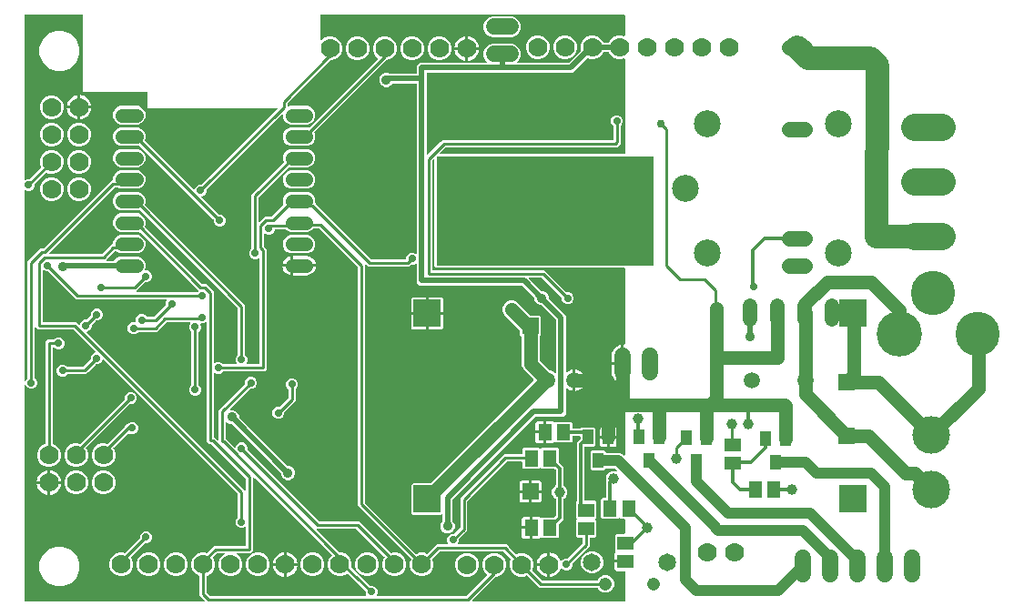
<source format=gbr>
G04 EAGLE Gerber RS-274X export*
G75*
%MOMM*%
%FSLAX34Y34*%
%LPD*%
%INBottom Copper*%
%IPPOS*%
%AMOC8*
5,1,8,0,0,1.08239X$1,22.5*%
G01*
%ADD10R,20.193000X10.160000*%
%ADD11C,1.778000*%
%ADD12C,2.500000*%
%ADD13C,2.540000*%
%ADD14C,1.308000*%
%ADD15C,1.408000*%
%ADD16C,1.208000*%
%ADD17C,1.650000*%
%ADD18R,1.000000X1.400000*%
%ADD19R,1.300000X1.500000*%
%ADD20R,1.500000X1.300000*%
%ADD21C,1.524000*%
%ADD22R,1.524000X1.524000*%
%ADD23C,1.320800*%
%ADD24R,2.500000X2.500000*%
%ADD25C,4.216000*%
%ADD26C,4.114800*%
%ADD27C,3.500000*%
%ADD28C,1.508000*%
%ADD29C,1.270000*%
%ADD30C,0.711200*%
%ADD31C,0.254000*%
%ADD32C,1.006400*%
%ADD33C,0.806400*%
%ADD34C,0.756400*%
%ADD35C,0.304800*%
%ADD36C,0.500000*%
%ADD37C,0.906400*%
%ADD38C,0.508000*%
%ADD39C,2.184400*%
%ADD40C,1.016000*%

G36*
X560639Y2557D02*
X560639Y2557D01*
X560727Y2566D01*
X560748Y2576D01*
X560772Y2580D01*
X560848Y2626D01*
X560928Y2665D01*
X560945Y2682D01*
X560965Y2695D01*
X561021Y2764D01*
X561082Y2828D01*
X561091Y2850D01*
X561106Y2869D01*
X561135Y2953D01*
X561170Y3035D01*
X561171Y3059D01*
X561178Y3081D01*
X561176Y3170D01*
X561180Y3259D01*
X561172Y3282D01*
X561172Y3306D01*
X561138Y3388D01*
X561111Y3473D01*
X561095Y3494D01*
X561087Y3513D01*
X561085Y3516D01*
X561085Y30085D01*
X561074Y30150D01*
X561072Y30216D01*
X561054Y30259D01*
X561046Y30306D01*
X561012Y30363D01*
X560987Y30423D01*
X560956Y30458D01*
X560931Y30499D01*
X560880Y30540D01*
X560836Y30589D01*
X560794Y30611D01*
X560757Y30640D01*
X560695Y30661D01*
X560636Y30692D01*
X560582Y30700D01*
X560545Y30712D01*
X560505Y30711D01*
X560451Y30719D01*
X553505Y30719D01*
X552859Y30892D01*
X552280Y31227D01*
X551807Y31700D01*
X551472Y32279D01*
X551299Y32925D01*
X551299Y38491D01*
X560451Y38491D01*
X560516Y38502D01*
X560582Y38504D01*
X560625Y38522D01*
X560672Y38530D01*
X560729Y38564D01*
X560789Y38589D01*
X560824Y38621D01*
X560865Y38645D01*
X560907Y38696D01*
X560955Y38740D01*
X560977Y38782D01*
X561006Y38819D01*
X561027Y38881D01*
X561058Y38940D01*
X561066Y38994D01*
X561078Y39031D01*
X561077Y39071D01*
X561085Y39125D01*
X561085Y40395D01*
X561074Y40460D01*
X561072Y40525D01*
X561054Y40569D01*
X561046Y40616D01*
X561012Y40673D01*
X560987Y40733D01*
X560956Y40768D01*
X560931Y40809D01*
X560880Y40850D01*
X560836Y40899D01*
X560794Y40921D01*
X560757Y40950D01*
X560695Y40971D01*
X560636Y41001D01*
X560582Y41010D01*
X560545Y41022D01*
X560505Y41021D01*
X560451Y41029D01*
X551299Y41029D01*
X551299Y46595D01*
X551472Y47241D01*
X551807Y47820D01*
X552158Y48171D01*
X552195Y48225D01*
X552240Y48273D01*
X552259Y48316D01*
X552286Y48355D01*
X552302Y48419D01*
X552328Y48479D01*
X552330Y48526D01*
X552342Y48572D01*
X552335Y48638D01*
X552338Y48703D01*
X552323Y48748D01*
X552318Y48795D01*
X552289Y48855D01*
X552269Y48917D01*
X552236Y48961D01*
X552219Y48996D01*
X552190Y49024D01*
X552158Y49068D01*
X551807Y49418D01*
X551807Y64102D01*
X552998Y65293D01*
X560451Y65293D01*
X560516Y65304D01*
X560582Y65306D01*
X560625Y65324D01*
X560672Y65332D01*
X560729Y65366D01*
X560789Y65391D01*
X560824Y65422D01*
X560865Y65447D01*
X560907Y65498D01*
X560955Y65542D01*
X560977Y65584D01*
X561006Y65621D01*
X561027Y65683D01*
X561058Y65742D01*
X561066Y65796D01*
X561078Y65833D01*
X561077Y65869D01*
X561078Y65872D01*
X561078Y65879D01*
X561085Y65927D01*
X561085Y78987D01*
X561074Y79052D01*
X561072Y79118D01*
X561054Y79161D01*
X561046Y79208D01*
X561012Y79265D01*
X560987Y79325D01*
X560956Y79360D01*
X560931Y79401D01*
X560880Y79442D01*
X560836Y79491D01*
X560794Y79513D01*
X560757Y79542D01*
X560695Y79563D01*
X560636Y79594D01*
X560582Y79602D01*
X560545Y79614D01*
X560505Y79613D01*
X560451Y79621D01*
X557164Y79621D01*
X556455Y80331D01*
X556400Y80368D01*
X556353Y80414D01*
X556309Y80432D01*
X556270Y80459D01*
X556207Y80475D01*
X556146Y80501D01*
X556099Y80503D01*
X556053Y80515D01*
X555988Y80508D01*
X555922Y80511D01*
X555877Y80496D01*
X555830Y80492D01*
X555771Y80462D01*
X555708Y80442D01*
X555664Y80410D01*
X555629Y80392D01*
X555602Y80363D01*
X555558Y80331D01*
X554848Y79621D01*
X540164Y79621D01*
X538973Y80812D01*
X538973Y97496D01*
X540164Y98687D01*
X543315Y98687D01*
X543380Y98698D01*
X543446Y98700D01*
X543489Y98718D01*
X543536Y98726D01*
X543593Y98760D01*
X543653Y98785D01*
X543688Y98816D01*
X543729Y98841D01*
X543771Y98892D01*
X543819Y98936D01*
X543841Y98978D01*
X543870Y99015D01*
X543891Y99077D01*
X543922Y99136D01*
X543930Y99190D01*
X543942Y99227D01*
X543941Y99267D01*
X543949Y99321D01*
X543949Y114483D01*
X543944Y114513D01*
X543946Y114544D01*
X543918Y114659D01*
X543910Y114704D01*
X543904Y114713D01*
X543901Y114726D01*
X543607Y115435D01*
X543607Y118245D01*
X544683Y120842D01*
X546670Y122829D01*
X549267Y123905D01*
X552077Y123905D01*
X553056Y123499D01*
X553155Y123478D01*
X553252Y123453D01*
X553264Y123454D01*
X553275Y123451D01*
X553375Y123466D01*
X553475Y123476D01*
X553486Y123481D01*
X553498Y123483D01*
X553586Y123531D01*
X553676Y123575D01*
X553684Y123584D01*
X553695Y123590D01*
X553761Y123666D01*
X553830Y123739D01*
X553835Y123750D01*
X553843Y123759D01*
X553878Y123852D01*
X553918Y123945D01*
X553918Y123957D01*
X553922Y123968D01*
X553923Y124069D01*
X553928Y124169D01*
X553924Y124181D01*
X553924Y124193D01*
X553890Y124288D01*
X553859Y124383D01*
X553851Y124394D01*
X553847Y124404D01*
X553818Y124438D01*
X553747Y124534D01*
X552054Y126228D01*
X552019Y126252D01*
X551990Y126283D01*
X551927Y126315D01*
X551869Y126356D01*
X551828Y126366D01*
X551790Y126386D01*
X551701Y126399D01*
X551652Y126412D01*
X551631Y126409D01*
X551605Y126413D01*
X543861Y126413D01*
X543796Y126402D01*
X543730Y126400D01*
X543687Y126382D01*
X543640Y126374D01*
X543583Y126340D01*
X543523Y126315D01*
X543488Y126284D01*
X543447Y126259D01*
X543405Y126208D01*
X543357Y126164D01*
X543335Y126122D01*
X543306Y126085D01*
X543285Y126023D01*
X543254Y125964D01*
X543246Y125910D01*
X543234Y125873D01*
X543235Y125833D01*
X543227Y125779D01*
X543227Y125684D01*
X542036Y124493D01*
X530352Y124493D01*
X529161Y125684D01*
X529161Y131792D01*
X529156Y131822D01*
X529158Y131853D01*
X529130Y131967D01*
X529122Y132013D01*
X529116Y132022D01*
X529113Y132035D01*
X529081Y132111D01*
X529081Y134941D01*
X529113Y135017D01*
X529119Y135047D01*
X529134Y135075D01*
X529151Y135192D01*
X529161Y135237D01*
X529159Y135247D01*
X529161Y135260D01*
X529161Y141368D01*
X530352Y142559D01*
X542036Y142559D01*
X543227Y141368D01*
X543227Y141273D01*
X543238Y141208D01*
X543240Y141142D01*
X543258Y141099D01*
X543266Y141052D01*
X543300Y140995D01*
X543325Y140935D01*
X543356Y140900D01*
X543381Y140859D01*
X543432Y140817D01*
X543476Y140769D01*
X543518Y140747D01*
X543555Y140718D01*
X543617Y140697D01*
X543676Y140666D01*
X543730Y140658D01*
X543767Y140646D01*
X543807Y140647D01*
X543861Y140639D01*
X556229Y140639D01*
X558843Y139556D01*
X560003Y138396D01*
X560076Y138346D01*
X560145Y138289D01*
X560167Y138282D01*
X560187Y138268D01*
X560273Y138246D01*
X560357Y138218D01*
X560381Y138218D01*
X560404Y138212D01*
X560493Y138222D01*
X560582Y138224D01*
X560604Y138233D01*
X560627Y138236D01*
X560707Y138275D01*
X560789Y138308D01*
X560807Y138324D01*
X560828Y138335D01*
X560889Y138400D01*
X560955Y138460D01*
X560966Y138481D01*
X560982Y138498D01*
X561017Y138580D01*
X561058Y138659D01*
X561061Y138686D01*
X561070Y138705D01*
X561072Y138755D01*
X561085Y138845D01*
X561085Y205232D01*
X561085Y205235D01*
X561085Y205238D01*
X561065Y205344D01*
X561046Y205453D01*
X561044Y205455D01*
X561044Y205458D01*
X560988Y205550D01*
X560931Y205646D01*
X560929Y205648D01*
X560928Y205650D01*
X560843Y205718D01*
X560757Y205787D01*
X560755Y205788D01*
X560752Y205790D01*
X560648Y205824D01*
X560545Y205859D01*
X560542Y205859D01*
X560539Y205860D01*
X560352Y205858D01*
X560069Y205814D01*
X560069Y222885D01*
X560058Y222950D01*
X560056Y223015D01*
X560038Y223059D01*
X560030Y223106D01*
X559996Y223162D01*
X559971Y223223D01*
X559939Y223258D01*
X559915Y223299D01*
X559864Y223340D01*
X559820Y223389D01*
X559778Y223411D01*
X559741Y223440D01*
X559679Y223461D01*
X559620Y223491D01*
X559566Y223500D01*
X559529Y223512D01*
X559489Y223511D01*
X559435Y223519D01*
X558799Y223519D01*
X558799Y223521D01*
X559435Y223521D01*
X559500Y223533D01*
X559565Y223534D01*
X559609Y223552D01*
X559656Y223561D01*
X559713Y223594D01*
X559773Y223619D01*
X559808Y223651D01*
X559849Y223675D01*
X559890Y223726D01*
X559939Y223770D01*
X559961Y223812D01*
X559990Y223849D01*
X560011Y223911D01*
X560042Y223970D01*
X560050Y224024D01*
X560062Y224061D01*
X560061Y224101D01*
X560069Y224155D01*
X560069Y241226D01*
X560352Y241182D01*
X560355Y241182D01*
X560357Y241181D01*
X560466Y241184D01*
X560576Y241186D01*
X560579Y241187D01*
X560582Y241187D01*
X560682Y241228D01*
X560785Y241269D01*
X560787Y241271D01*
X560789Y241272D01*
X560870Y241345D01*
X560952Y241419D01*
X560953Y241421D01*
X560955Y241423D01*
X561005Y241520D01*
X561056Y241617D01*
X561056Y241620D01*
X561058Y241623D01*
X561085Y241808D01*
X561085Y312293D01*
X561074Y312358D01*
X561072Y312424D01*
X561054Y312467D01*
X561046Y312514D01*
X561012Y312571D01*
X560987Y312631D01*
X560956Y312666D01*
X560931Y312707D01*
X560880Y312749D01*
X560836Y312797D01*
X560794Y312819D01*
X560757Y312848D01*
X560695Y312869D01*
X560636Y312900D01*
X560582Y312908D01*
X560545Y312920D01*
X560505Y312919D01*
X560451Y312927D01*
X385238Y312927D01*
X384047Y314118D01*
X384047Y413444D01*
X384031Y413534D01*
X384021Y413625D01*
X384011Y413644D01*
X384008Y413665D01*
X383961Y413744D01*
X383919Y413826D01*
X383904Y413840D01*
X383893Y413858D01*
X383822Y413916D01*
X383755Y413978D01*
X383735Y413986D01*
X383719Y413999D01*
X383632Y414029D01*
X383547Y414064D01*
X383527Y414064D01*
X383507Y414071D01*
X383415Y414068D01*
X383323Y414072D01*
X383303Y414065D01*
X383282Y414064D01*
X383198Y414030D01*
X383110Y414001D01*
X383092Y413987D01*
X383075Y413980D01*
X383037Y413946D01*
X382961Y413888D01*
X381945Y412854D01*
X381922Y412821D01*
X381893Y412795D01*
X381859Y412729D01*
X381818Y412669D01*
X381809Y412630D01*
X381790Y412595D01*
X381776Y412500D01*
X381764Y412451D01*
X381766Y412433D01*
X381763Y412410D01*
X381763Y311277D01*
X381774Y311212D01*
X381776Y311146D01*
X381794Y311103D01*
X381802Y311056D01*
X381836Y310999D01*
X381861Y310939D01*
X381892Y310904D01*
X381917Y310863D01*
X381968Y310821D01*
X382012Y310773D01*
X382054Y310751D01*
X382091Y310722D01*
X382153Y310701D01*
X382212Y310670D01*
X382266Y310662D01*
X382303Y310650D01*
X382343Y310651D01*
X382397Y310643D01*
X486508Y310643D01*
X506896Y290255D01*
X506931Y290230D01*
X506960Y290199D01*
X507023Y290167D01*
X507080Y290126D01*
X507122Y290116D01*
X507159Y290096D01*
X507249Y290083D01*
X507298Y290070D01*
X507319Y290073D01*
X507345Y290069D01*
X509112Y290069D01*
X511166Y289218D01*
X512738Y287646D01*
X513589Y285592D01*
X513589Y283368D01*
X512738Y281314D01*
X511166Y279742D01*
X509112Y278891D01*
X506888Y278891D01*
X504834Y279742D01*
X503262Y281314D01*
X502411Y283368D01*
X502411Y285135D01*
X502404Y285177D01*
X502406Y285219D01*
X502384Y285287D01*
X502372Y285356D01*
X502350Y285393D01*
X502337Y285433D01*
X502283Y285506D01*
X502257Y285549D01*
X502241Y285562D01*
X502225Y285584D01*
X483958Y303851D01*
X483923Y303876D01*
X483894Y303907D01*
X483831Y303939D01*
X483774Y303980D01*
X483732Y303990D01*
X483695Y304010D01*
X483605Y304023D01*
X483556Y304036D01*
X483535Y304033D01*
X483509Y304037D01*
X472254Y304037D01*
X472166Y304021D01*
X472078Y304012D01*
X472057Y304002D01*
X472033Y303998D01*
X471957Y303952D01*
X471877Y303913D01*
X471861Y303896D01*
X471840Y303883D01*
X471784Y303814D01*
X471723Y303750D01*
X471714Y303728D01*
X471699Y303709D01*
X471670Y303625D01*
X471636Y303543D01*
X471634Y303519D01*
X471627Y303497D01*
X471630Y303408D01*
X471626Y303319D01*
X471633Y303296D01*
X471634Y303272D01*
X471667Y303190D01*
X471694Y303105D01*
X471710Y303084D01*
X471718Y303065D01*
X471752Y303027D01*
X471806Y302955D01*
X483276Y291485D01*
X483311Y291460D01*
X483339Y291429D01*
X483402Y291397D01*
X483460Y291356D01*
X483501Y291346D01*
X483539Y291326D01*
X483628Y291313D01*
X483677Y291300D01*
X483698Y291303D01*
X483724Y291299D01*
X484922Y291299D01*
X487335Y290299D01*
X489181Y288453D01*
X490181Y286040D01*
X490181Y284842D01*
X490188Y284800D01*
X490186Y284758D01*
X490208Y284691D01*
X490220Y284621D01*
X490242Y284585D01*
X490255Y284544D01*
X490309Y284472D01*
X490335Y284428D01*
X490351Y284415D01*
X490367Y284394D01*
X503342Y271419D01*
X506183Y268578D01*
X506183Y216270D01*
X506195Y216203D01*
X506196Y216152D01*
X506203Y216135D01*
X506208Y216094D01*
X506218Y216073D01*
X506222Y216049D01*
X506268Y215973D01*
X506276Y215956D01*
X506281Y215945D01*
X506283Y215942D01*
X506307Y215893D01*
X506324Y215877D01*
X506337Y215856D01*
X506406Y215800D01*
X506470Y215739D01*
X506492Y215730D01*
X506511Y215715D01*
X506595Y215686D01*
X506677Y215652D01*
X506701Y215651D01*
X506723Y215643D01*
X506812Y215646D01*
X506901Y215642D01*
X506924Y215649D01*
X506948Y215650D01*
X507030Y215683D01*
X507042Y215687D01*
X507051Y215688D01*
X507055Y215691D01*
X507115Y215710D01*
X507136Y215726D01*
X507155Y215734D01*
X507193Y215768D01*
X507222Y215790D01*
X507244Y215803D01*
X507250Y215810D01*
X507266Y215822D01*
X507413Y215969D01*
X508697Y216902D01*
X510110Y217622D01*
X511620Y218113D01*
X512711Y218285D01*
X512711Y208915D01*
X512722Y208850D01*
X512724Y208785D01*
X512742Y208741D01*
X512750Y208694D01*
X512784Y208638D01*
X512809Y208577D01*
X512841Y208542D01*
X512865Y208501D01*
X512916Y208460D01*
X512960Y208411D01*
X513002Y208389D01*
X513039Y208360D01*
X513101Y208339D01*
X513160Y208309D01*
X513214Y208300D01*
X513251Y208288D01*
X513291Y208289D01*
X513345Y208281D01*
X513981Y208281D01*
X513981Y208279D01*
X513345Y208279D01*
X513280Y208267D01*
X513214Y208266D01*
X513171Y208248D01*
X513124Y208239D01*
X513067Y208206D01*
X513007Y208181D01*
X512972Y208149D01*
X512931Y208125D01*
X512890Y208074D01*
X512841Y208030D01*
X512819Y207988D01*
X512790Y207951D01*
X512769Y207889D01*
X512738Y207830D01*
X512730Y207776D01*
X512718Y207739D01*
X512719Y207699D01*
X512711Y207645D01*
X512711Y198275D01*
X511620Y198447D01*
X510110Y198938D01*
X508697Y199658D01*
X507413Y200591D01*
X507266Y200738D01*
X507192Y200789D01*
X507123Y200845D01*
X507101Y200853D01*
X507081Y200866D01*
X506995Y200889D01*
X506911Y200917D01*
X506887Y200916D01*
X506864Y200922D01*
X506775Y200913D01*
X506686Y200910D01*
X506665Y200902D01*
X506641Y200899D01*
X506561Y200859D01*
X506479Y200826D01*
X506461Y200810D01*
X506440Y200800D01*
X506379Y200735D01*
X506313Y200675D01*
X506302Y200654D01*
X506286Y200636D01*
X506251Y200554D01*
X506210Y200475D01*
X506207Y200449D01*
X506198Y200430D01*
X506196Y200379D01*
X506183Y200290D01*
X506183Y177192D01*
X503528Y174537D01*
X478390Y174537D01*
X478348Y174530D01*
X478306Y174532D01*
X478239Y174510D01*
X478169Y174498D01*
X478133Y174476D01*
X478092Y174463D01*
X478020Y174409D01*
X477976Y174383D01*
X477963Y174367D01*
X477942Y174351D01*
X400959Y97368D01*
X400934Y97333D01*
X400903Y97305D01*
X400871Y97242D01*
X400830Y97184D01*
X400820Y97143D01*
X400800Y97105D01*
X400787Y97016D01*
X400774Y96967D01*
X400777Y96946D01*
X400773Y96920D01*
X400773Y77404D01*
X400780Y77362D01*
X400778Y77320D01*
X400800Y77253D01*
X400812Y77183D01*
X400834Y77147D01*
X400847Y77106D01*
X400891Y77046D01*
X400892Y77044D01*
X400897Y77039D01*
X400901Y77033D01*
X400927Y76990D01*
X400943Y76977D01*
X400959Y76955D01*
X401805Y76109D01*
X402805Y73696D01*
X402805Y71084D01*
X401805Y68671D01*
X399959Y66825D01*
X397546Y65825D01*
X394934Y65825D01*
X392521Y66825D01*
X390675Y68671D01*
X389675Y71084D01*
X389675Y73696D01*
X390675Y76109D01*
X391521Y76955D01*
X391546Y76990D01*
X391577Y77019D01*
X391606Y77075D01*
X391607Y77076D01*
X391607Y77078D01*
X391609Y77082D01*
X391650Y77140D01*
X391660Y77181D01*
X391680Y77219D01*
X391693Y77308D01*
X391706Y77357D01*
X391703Y77378D01*
X391707Y77404D01*
X391707Y82901D01*
X391692Y82989D01*
X391682Y83078D01*
X391672Y83099D01*
X391668Y83122D01*
X391622Y83199D01*
X391583Y83279D01*
X391566Y83295D01*
X391553Y83315D01*
X391484Y83371D01*
X391420Y83433D01*
X391398Y83442D01*
X391379Y83457D01*
X391295Y83485D01*
X391213Y83520D01*
X391189Y83521D01*
X391167Y83529D01*
X391078Y83526D01*
X390989Y83530D01*
X390966Y83523D01*
X390942Y83522D01*
X390860Y83489D01*
X390775Y83461D01*
X390754Y83446D01*
X390735Y83438D01*
X390697Y83404D01*
X390625Y83350D01*
X390532Y83257D01*
X363848Y83257D01*
X362657Y84448D01*
X362657Y111132D01*
X363848Y112323D01*
X379605Y112323D01*
X379647Y112330D01*
X379689Y112328D01*
X379756Y112350D01*
X379826Y112362D01*
X379862Y112384D01*
X379903Y112397D01*
X379976Y112451D01*
X380019Y112477D01*
X380032Y112493D01*
X380054Y112509D01*
X476027Y208482D01*
X476064Y208535D01*
X476109Y208583D01*
X476128Y208627D01*
X476155Y208666D01*
X476171Y208729D01*
X476197Y208790D01*
X476199Y208837D01*
X476211Y208883D01*
X476204Y208948D01*
X476207Y209014D01*
X476192Y209059D01*
X476187Y209106D01*
X476158Y209165D01*
X476138Y209228D01*
X476105Y209272D01*
X476088Y209307D01*
X476059Y209334D01*
X476027Y209378D01*
X466349Y219056D01*
X465073Y222137D01*
X465073Y248605D01*
X465066Y248647D01*
X465068Y248689D01*
X465046Y248757D01*
X465034Y248826D01*
X465012Y248863D01*
X464999Y248903D01*
X464951Y248968D01*
X464950Y248969D01*
X464945Y248976D01*
X464919Y249019D01*
X464903Y249033D01*
X464887Y249054D01*
X463717Y250224D01*
X463717Y253907D01*
X463710Y253949D01*
X463712Y253991D01*
X463690Y254058D01*
X463678Y254128D01*
X463656Y254164D01*
X463643Y254205D01*
X463589Y254278D01*
X463563Y254321D01*
X463547Y254334D01*
X463531Y254356D01*
X448569Y269318D01*
X447293Y272399D01*
X447293Y275733D01*
X448569Y278814D01*
X450928Y281173D01*
X454009Y282449D01*
X457343Y282449D01*
X460424Y281173D01*
X473072Y268525D01*
X473107Y268500D01*
X473136Y268469D01*
X473199Y268437D01*
X473257Y268396D01*
X473298Y268386D01*
X473336Y268366D01*
X473425Y268353D01*
X473474Y268340D01*
X473495Y268343D01*
X473521Y268339D01*
X481832Y268339D01*
X483023Y267148D01*
X483023Y250224D01*
X482025Y249226D01*
X482000Y249191D01*
X481969Y249162D01*
X481937Y249099D01*
X481896Y249042D01*
X481886Y249000D01*
X481866Y248963D01*
X481853Y248873D01*
X481840Y248824D01*
X481843Y248804D01*
X481839Y248777D01*
X481839Y227539D01*
X481846Y227497D01*
X481844Y227455D01*
X481866Y227388D01*
X481878Y227318D01*
X481900Y227282D01*
X481913Y227241D01*
X481967Y227168D01*
X481993Y227125D01*
X482009Y227112D01*
X482025Y227090D01*
X491440Y217675D01*
X491466Y217657D01*
X491485Y217634D01*
X491587Y217573D01*
X491625Y217546D01*
X491635Y217544D01*
X491646Y217537D01*
X494403Y216395D01*
X496035Y214763D01*
X496108Y214712D01*
X496177Y214656D01*
X496199Y214649D01*
X496219Y214635D01*
X496305Y214613D01*
X496389Y214585D01*
X496413Y214585D01*
X496436Y214579D01*
X496525Y214589D01*
X496614Y214591D01*
X496636Y214600D01*
X496659Y214603D01*
X496739Y214642D01*
X496821Y214675D01*
X496839Y214691D01*
X496860Y214702D01*
X496921Y214767D01*
X496987Y214827D01*
X496998Y214848D01*
X497014Y214865D01*
X497049Y214947D01*
X497090Y215026D01*
X497093Y215053D01*
X497102Y215072D01*
X497104Y215122D01*
X497117Y215212D01*
X497117Y264560D01*
X497110Y264602D01*
X497112Y264644D01*
X497090Y264711D01*
X497078Y264781D01*
X497056Y264817D01*
X497043Y264858D01*
X496989Y264930D01*
X496963Y264974D01*
X496947Y264987D01*
X496931Y265008D01*
X483956Y277983D01*
X483921Y278008D01*
X483893Y278039D01*
X483830Y278071D01*
X483772Y278112D01*
X483731Y278122D01*
X483693Y278142D01*
X483604Y278155D01*
X483555Y278168D01*
X483534Y278165D01*
X483508Y278169D01*
X482310Y278169D01*
X479897Y279169D01*
X478051Y281015D01*
X477051Y283428D01*
X477051Y284626D01*
X477044Y284668D01*
X477046Y284710D01*
X477024Y284777D01*
X477012Y284847D01*
X476990Y284883D01*
X476977Y284924D01*
X476923Y284996D01*
X476897Y285040D01*
X476881Y285053D01*
X476865Y285074D01*
X465668Y296271D01*
X465633Y296296D01*
X465605Y296327D01*
X465542Y296359D01*
X465484Y296400D01*
X465443Y296410D01*
X465405Y296430D01*
X465316Y296443D01*
X465267Y296456D01*
X465246Y296453D01*
X465220Y296457D01*
X370232Y296457D01*
X367577Y299112D01*
X367577Y316232D01*
X367562Y316320D01*
X367552Y316409D01*
X367542Y316430D01*
X367538Y316453D01*
X367492Y316530D01*
X367453Y316610D01*
X367436Y316626D01*
X367423Y316646D01*
X367354Y316702D01*
X367290Y316764D01*
X367268Y316773D01*
X367249Y316788D01*
X367165Y316816D01*
X367083Y316851D01*
X367059Y316852D01*
X367037Y316860D01*
X366948Y316857D01*
X366859Y316861D01*
X366836Y316854D01*
X366812Y316853D01*
X366730Y316820D01*
X366645Y316792D01*
X366624Y316777D01*
X366605Y316769D01*
X366567Y316735D01*
X366494Y316681D01*
X366386Y316572D01*
X364332Y315721D01*
X362565Y315721D01*
X362523Y315714D01*
X362481Y315716D01*
X362413Y315694D01*
X362344Y315682D01*
X362307Y315660D01*
X362267Y315647D01*
X362194Y315593D01*
X362151Y315567D01*
X362138Y315551D01*
X362116Y315535D01*
X360778Y314197D01*
X322482Y314197D01*
X320615Y316064D01*
X320542Y316115D01*
X320473Y316171D01*
X320451Y316178D01*
X320431Y316192D01*
X320345Y316214D01*
X320261Y316243D01*
X320237Y316242D01*
X320214Y316248D01*
X320125Y316239D01*
X320036Y316236D01*
X320014Y316227D01*
X319991Y316225D01*
X319911Y316185D01*
X319829Y316152D01*
X319811Y316136D01*
X319790Y316125D01*
X319729Y316060D01*
X319663Y316000D01*
X319652Y315979D01*
X319636Y315962D01*
X319601Y315880D01*
X319560Y315801D01*
X319557Y315775D01*
X319548Y315755D01*
X319546Y315705D01*
X319533Y315615D01*
X319533Y94341D01*
X319540Y94299D01*
X319538Y94257D01*
X319560Y94189D01*
X319572Y94120D01*
X319594Y94083D01*
X319607Y94043D01*
X319661Y93970D01*
X319687Y93927D01*
X319703Y93913D01*
X319719Y93892D01*
X366753Y46858D01*
X366798Y46827D01*
X366836Y46788D01*
X366889Y46763D01*
X366937Y46730D01*
X366990Y46716D01*
X367039Y46693D01*
X367098Y46688D01*
X367155Y46674D01*
X367209Y46679D01*
X367262Y46675D01*
X367332Y46692D01*
X367378Y46697D01*
X367405Y46710D01*
X367444Y46720D01*
X369937Y47753D01*
X374283Y47753D01*
X376776Y46720D01*
X376829Y46709D01*
X376878Y46687D01*
X376937Y46685D01*
X376995Y46672D01*
X377048Y46680D01*
X377103Y46677D01*
X377159Y46695D01*
X377217Y46704D01*
X377265Y46730D01*
X377316Y46746D01*
X377373Y46788D01*
X377414Y46811D01*
X377435Y46834D01*
X377467Y46858D01*
X383861Y53252D01*
X385982Y55373D01*
X396202Y55373D01*
X396290Y55388D01*
X396379Y55398D01*
X396400Y55408D01*
X396423Y55412D01*
X396500Y55458D01*
X396580Y55497D01*
X396596Y55514D01*
X396616Y55527D01*
X396672Y55596D01*
X396734Y55660D01*
X396743Y55682D01*
X396758Y55701D01*
X396786Y55785D01*
X396821Y55867D01*
X396822Y55891D01*
X396830Y55913D01*
X396827Y56002D01*
X396831Y56091D01*
X396824Y56114D01*
X396823Y56138D01*
X396790Y56220D01*
X396762Y56305D01*
X396747Y56326D01*
X396739Y56345D01*
X396705Y56383D01*
X396651Y56456D01*
X396582Y56524D01*
X395731Y58578D01*
X395731Y60802D01*
X396582Y62856D01*
X398154Y64428D01*
X400208Y65279D01*
X401975Y65279D01*
X402017Y65286D01*
X402059Y65284D01*
X402127Y65306D01*
X402196Y65318D01*
X402233Y65340D01*
X402273Y65353D01*
X402346Y65407D01*
X402389Y65433D01*
X402402Y65449D01*
X402424Y65465D01*
X407737Y70778D01*
X407762Y70813D01*
X407793Y70842D01*
X407825Y70905D01*
X407866Y70962D01*
X407876Y71004D01*
X407896Y71041D01*
X407909Y71131D01*
X407922Y71180D01*
X407919Y71201D01*
X407923Y71227D01*
X407923Y98396D01*
X410044Y100516D01*
X410044Y100517D01*
X446599Y137072D01*
X446600Y137072D01*
X448720Y139193D01*
X464933Y139193D01*
X464998Y139204D01*
X465064Y139206D01*
X465107Y139224D01*
X465154Y139232D01*
X465211Y139266D01*
X465271Y139291D01*
X465306Y139322D01*
X465347Y139347D01*
X465389Y139398D01*
X465437Y139442D01*
X465459Y139484D01*
X465488Y139521D01*
X465509Y139583D01*
X465540Y139642D01*
X465548Y139696D01*
X465560Y139733D01*
X465559Y139773D01*
X465567Y139827D01*
X465567Y143978D01*
X466758Y145169D01*
X481442Y145169D01*
X482152Y144459D01*
X482206Y144422D01*
X482253Y144376D01*
X482297Y144358D01*
X482336Y144331D01*
X482399Y144315D01*
X482460Y144289D01*
X482507Y144287D01*
X482553Y144275D01*
X482618Y144282D01*
X482684Y144279D01*
X482729Y144294D01*
X482776Y144298D01*
X482835Y144328D01*
X482898Y144348D01*
X482942Y144380D01*
X482977Y144398D01*
X483004Y144427D01*
X483049Y144459D01*
X483758Y145169D01*
X498442Y145169D01*
X499633Y143978D01*
X499633Y132396D01*
X499640Y132354D01*
X499638Y132312D01*
X499660Y132245D01*
X499672Y132175D01*
X499694Y132139D01*
X499707Y132098D01*
X499761Y132025D01*
X499787Y131982D01*
X499803Y131969D01*
X499819Y131948D01*
X503937Y127829D01*
X503937Y110737D01*
X503946Y110684D01*
X503946Y110630D01*
X503966Y110575D01*
X503976Y110517D01*
X504004Y110470D01*
X504022Y110419D01*
X504061Y110374D01*
X504091Y110323D01*
X504133Y110289D01*
X504168Y110248D01*
X504229Y110211D01*
X504265Y110182D01*
X504294Y110172D01*
X504328Y110151D01*
X504382Y110129D01*
X506369Y108142D01*
X507445Y105545D01*
X507445Y102735D01*
X506369Y100138D01*
X504382Y98151D01*
X504328Y98129D01*
X504283Y98099D01*
X504233Y98079D01*
X504189Y98039D01*
X504139Y98007D01*
X504107Y97964D01*
X504067Y97928D01*
X504040Y97875D01*
X504005Y97828D01*
X503989Y97776D01*
X503964Y97728D01*
X503954Y97658D01*
X503941Y97613D01*
X503943Y97583D01*
X503937Y97543D01*
X503937Y78927D01*
X499819Y74808D01*
X499794Y74774D01*
X499763Y74745D01*
X499731Y74682D01*
X499690Y74624D01*
X499680Y74583D01*
X499660Y74545D01*
X499647Y74456D01*
X499634Y74407D01*
X499637Y74386D01*
X499633Y74360D01*
X499633Y62778D01*
X498442Y61587D01*
X483758Y61587D01*
X483408Y61938D01*
X483354Y61975D01*
X483306Y62020D01*
X483262Y62039D01*
X483223Y62066D01*
X483160Y62082D01*
X483099Y62108D01*
X483052Y62110D01*
X483006Y62122D01*
X482941Y62115D01*
X482875Y62118D01*
X482830Y62103D01*
X482783Y62098D01*
X482724Y62069D01*
X482661Y62049D01*
X482617Y62016D01*
X482582Y61999D01*
X482555Y61970D01*
X482511Y61938D01*
X482160Y61587D01*
X481581Y61252D01*
X480935Y61079D01*
X475369Y61079D01*
X475369Y70485D01*
X475358Y70550D01*
X475356Y70615D01*
X475338Y70659D01*
X475329Y70706D01*
X475296Y70762D01*
X475271Y70823D01*
X475239Y70858D01*
X475215Y70899D01*
X475164Y70940D01*
X475120Y70989D01*
X475078Y71011D01*
X475041Y71040D01*
X474979Y71061D01*
X474920Y71091D01*
X474866Y71100D01*
X474829Y71112D01*
X474789Y71111D01*
X474735Y71119D01*
X474099Y71119D01*
X474099Y71121D01*
X474735Y71121D01*
X474800Y71133D01*
X474865Y71134D01*
X474909Y71152D01*
X474956Y71161D01*
X475013Y71194D01*
X475073Y71219D01*
X475108Y71251D01*
X475149Y71275D01*
X475190Y71326D01*
X475239Y71370D01*
X475261Y71412D01*
X475290Y71449D01*
X475311Y71511D01*
X475341Y71570D01*
X475350Y71624D01*
X475362Y71661D01*
X475361Y71701D01*
X475369Y71755D01*
X475369Y81161D01*
X480935Y81161D01*
X481581Y80988D01*
X482160Y80653D01*
X482511Y80302D01*
X482565Y80265D01*
X482613Y80220D01*
X482656Y80201D01*
X482695Y80174D01*
X482759Y80158D01*
X482819Y80132D01*
X482866Y80130D01*
X482912Y80118D01*
X482978Y80125D01*
X483043Y80122D01*
X483088Y80137D01*
X483135Y80142D01*
X483195Y80171D01*
X483257Y80191D01*
X483301Y80224D01*
X483336Y80241D01*
X483364Y80270D01*
X483408Y80302D01*
X483758Y80653D01*
X495340Y80653D01*
X495382Y80660D01*
X495424Y80658D01*
X495491Y80680D01*
X495561Y80692D01*
X495597Y80714D01*
X495638Y80727D01*
X495711Y80781D01*
X495754Y80807D01*
X495767Y80823D01*
X495788Y80839D01*
X496637Y81688D01*
X496662Y81722D01*
X496693Y81751D01*
X496725Y81814D01*
X496766Y81872D01*
X496776Y81913D01*
X496796Y81951D01*
X496809Y82040D01*
X496822Y82089D01*
X496819Y82110D01*
X496823Y82136D01*
X496823Y97543D01*
X496814Y97596D01*
X496814Y97650D01*
X496794Y97705D01*
X496784Y97763D01*
X496756Y97810D01*
X496738Y97861D01*
X496699Y97906D01*
X496669Y97957D01*
X496627Y97991D01*
X496592Y98032D01*
X496531Y98069D01*
X496495Y98098D01*
X496466Y98108D01*
X496432Y98129D01*
X496378Y98151D01*
X494391Y100138D01*
X493315Y102735D01*
X493315Y105545D01*
X494391Y108142D01*
X496378Y110129D01*
X496432Y110151D01*
X496477Y110181D01*
X496527Y110201D01*
X496571Y110241D01*
X496621Y110273D01*
X496653Y110316D01*
X496693Y110352D01*
X496720Y110405D01*
X496755Y110452D01*
X496771Y110504D01*
X496796Y110552D01*
X496806Y110622D01*
X496819Y110667D01*
X496817Y110697D01*
X496823Y110737D01*
X496823Y124620D01*
X496816Y124662D01*
X496818Y124704D01*
X496796Y124771D01*
X496784Y124841D01*
X496762Y124877D01*
X496749Y124918D01*
X496695Y124991D01*
X496669Y125034D01*
X496653Y125047D01*
X496637Y125068D01*
X495788Y125917D01*
X495754Y125942D01*
X495725Y125973D01*
X495662Y126005D01*
X495604Y126046D01*
X495563Y126056D01*
X495525Y126076D01*
X495436Y126089D01*
X495387Y126102D01*
X495366Y126099D01*
X495340Y126103D01*
X483758Y126103D01*
X483049Y126813D01*
X482994Y126850D01*
X482947Y126896D01*
X482903Y126914D01*
X482864Y126941D01*
X482801Y126957D01*
X482740Y126983D01*
X482693Y126985D01*
X482647Y126997D01*
X482582Y126990D01*
X482516Y126993D01*
X482471Y126978D01*
X482424Y126974D01*
X482365Y126944D01*
X482302Y126924D01*
X482258Y126892D01*
X482223Y126874D01*
X482196Y126845D01*
X482152Y126813D01*
X481442Y126103D01*
X466758Y126103D01*
X465567Y127294D01*
X465567Y131953D01*
X465556Y132018D01*
X465554Y132084D01*
X465536Y132127D01*
X465528Y132174D01*
X465494Y132231D01*
X465469Y132291D01*
X465438Y132326D01*
X465413Y132367D01*
X465362Y132409D01*
X465318Y132457D01*
X465276Y132479D01*
X465239Y132508D01*
X465177Y132529D01*
X465118Y132560D01*
X465064Y132568D01*
X465027Y132580D01*
X464987Y132579D01*
X464933Y132587D01*
X451719Y132587D01*
X451677Y132580D01*
X451635Y132582D01*
X451567Y132560D01*
X451498Y132548D01*
X451461Y132526D01*
X451421Y132513D01*
X451348Y132459D01*
X451305Y132433D01*
X451291Y132417D01*
X451270Y132401D01*
X414715Y95846D01*
X414690Y95811D01*
X414659Y95782D01*
X414627Y95719D01*
X414586Y95662D01*
X414576Y95620D01*
X414556Y95583D01*
X414543Y95493D01*
X414530Y95444D01*
X414533Y95423D01*
X414529Y95397D01*
X414529Y68228D01*
X407095Y60794D01*
X407070Y60759D01*
X407039Y60730D01*
X407007Y60667D01*
X406966Y60610D01*
X406956Y60568D01*
X406936Y60531D01*
X406923Y60441D01*
X406910Y60392D01*
X406913Y60371D01*
X406909Y60345D01*
X406909Y58578D01*
X406058Y56524D01*
X405989Y56456D01*
X405938Y56382D01*
X405882Y56313D01*
X405875Y56291D01*
X405861Y56271D01*
X405839Y56185D01*
X405810Y56101D01*
X405811Y56077D01*
X405805Y56054D01*
X405814Y55965D01*
X405817Y55876D01*
X405826Y55855D01*
X405828Y55831D01*
X405868Y55751D01*
X405901Y55669D01*
X405917Y55651D01*
X405928Y55630D01*
X405993Y55569D01*
X406053Y55503D01*
X406074Y55492D01*
X406091Y55476D01*
X406173Y55441D01*
X406252Y55400D01*
X406278Y55397D01*
X406298Y55388D01*
X406348Y55386D01*
X406438Y55373D01*
X451266Y55373D01*
X453200Y53438D01*
X453200Y53273D01*
X453208Y53231D01*
X453206Y53189D01*
X453213Y53166D01*
X453214Y53150D01*
X453229Y53112D01*
X453240Y53052D01*
X453261Y53016D01*
X453274Y52975D01*
X453297Y52945D01*
X453298Y52942D01*
X453303Y52937D01*
X453328Y52903D01*
X453354Y52859D01*
X453370Y52846D01*
X453386Y52825D01*
X459619Y46592D01*
X459664Y46561D01*
X459702Y46522D01*
X459755Y46497D01*
X459803Y46464D01*
X459856Y46450D01*
X459905Y46427D01*
X459964Y46422D01*
X460021Y46408D01*
X460075Y46413D01*
X460128Y46409D01*
X460198Y46426D01*
X460244Y46431D01*
X460271Y46444D01*
X460310Y46454D01*
X462803Y47487D01*
X467149Y47487D01*
X471163Y45824D01*
X474236Y42751D01*
X475899Y38737D01*
X475899Y34391D01*
X474866Y31898D01*
X474855Y31845D01*
X474833Y31796D01*
X474831Y31737D01*
X474818Y31679D01*
X474826Y31626D01*
X474823Y31571D01*
X474841Y31515D01*
X474850Y31457D01*
X474876Y31409D01*
X474892Y31358D01*
X474934Y31301D01*
X474957Y31260D01*
X474980Y31239D01*
X475004Y31207D01*
X483968Y22243D01*
X484003Y22218D01*
X484032Y22187D01*
X484095Y22155D01*
X484152Y22114D01*
X484194Y22104D01*
X484231Y22084D01*
X484321Y22071D01*
X484370Y22058D01*
X484391Y22061D01*
X484417Y22057D01*
X535242Y22057D01*
X535296Y22066D01*
X535350Y22066D01*
X535405Y22086D01*
X535463Y22096D01*
X535510Y22124D01*
X535561Y22142D01*
X535606Y22181D01*
X535656Y22211D01*
X535690Y22253D01*
X535732Y22288D01*
X535769Y22349D01*
X535798Y22385D01*
X535808Y22414D01*
X535828Y22448D01*
X536192Y23327D01*
X538463Y25598D01*
X541430Y26827D01*
X544642Y26827D01*
X547609Y25598D01*
X549880Y23327D01*
X551109Y20360D01*
X551109Y17148D01*
X549880Y14181D01*
X547609Y11910D01*
X544642Y10681D01*
X541430Y10681D01*
X538463Y11910D01*
X536192Y14181D01*
X535828Y15060D01*
X535799Y15105D01*
X535779Y15155D01*
X535739Y15199D01*
X535707Y15249D01*
X535664Y15281D01*
X535627Y15321D01*
X535575Y15348D01*
X535528Y15383D01*
X535476Y15399D01*
X535428Y15424D01*
X535357Y15434D01*
X535313Y15447D01*
X535282Y15445D01*
X535242Y15451D01*
X481418Y15451D01*
X479297Y17572D01*
X470333Y26536D01*
X470288Y26567D01*
X470250Y26606D01*
X470197Y26631D01*
X470149Y26664D01*
X470096Y26678D01*
X470047Y26701D01*
X469988Y26706D01*
X469931Y26720D01*
X469877Y26715D01*
X469824Y26719D01*
X469754Y26702D01*
X469708Y26697D01*
X469681Y26684D01*
X469642Y26674D01*
X467149Y25641D01*
X462803Y25641D01*
X458789Y27304D01*
X455716Y30377D01*
X454053Y34391D01*
X454053Y38737D01*
X455086Y41230D01*
X455097Y41283D01*
X455119Y41332D01*
X455121Y41391D01*
X455134Y41449D01*
X455126Y41502D01*
X455129Y41557D01*
X455111Y41613D01*
X455102Y41671D01*
X455076Y41719D01*
X455060Y41770D01*
X455018Y41827D01*
X454995Y41868D01*
X454972Y41889D01*
X454948Y41921D01*
X448288Y48581D01*
X448253Y48606D01*
X448224Y48637D01*
X448161Y48669D01*
X448104Y48710D01*
X448062Y48720D01*
X448025Y48740D01*
X447935Y48753D01*
X447886Y48766D01*
X447865Y48763D01*
X447839Y48767D01*
X388981Y48767D01*
X388939Y48760D01*
X388897Y48762D01*
X388829Y48740D01*
X388760Y48728D01*
X388723Y48706D01*
X388683Y48693D01*
X388610Y48639D01*
X388567Y48613D01*
X388554Y48597D01*
X388532Y48581D01*
X382138Y42187D01*
X382107Y42142D01*
X382068Y42104D01*
X382043Y42051D01*
X382010Y42003D01*
X381996Y41950D01*
X381973Y41901D01*
X381968Y41842D01*
X381954Y41785D01*
X381959Y41731D01*
X381955Y41678D01*
X381972Y41608D01*
X381977Y41562D01*
X381990Y41535D01*
X382000Y41496D01*
X383033Y39003D01*
X383033Y34657D01*
X381370Y30643D01*
X378297Y27570D01*
X374283Y25907D01*
X369937Y25907D01*
X365923Y27570D01*
X362850Y30643D01*
X361187Y34657D01*
X361187Y39003D01*
X362220Y41496D01*
X362231Y41549D01*
X362253Y41598D01*
X362255Y41657D01*
X362268Y41715D01*
X362260Y41768D01*
X362263Y41823D01*
X362245Y41879D01*
X362236Y41937D01*
X362210Y41985D01*
X362194Y42036D01*
X362152Y42093D01*
X362129Y42134D01*
X362106Y42155D01*
X362082Y42187D01*
X315048Y89221D01*
X315048Y89222D01*
X312927Y91342D01*
X312927Y313329D01*
X312920Y313371D01*
X312922Y313413D01*
X312914Y313437D01*
X312914Y313454D01*
X312898Y313493D01*
X312888Y313550D01*
X312866Y313587D01*
X312853Y313627D01*
X312832Y313656D01*
X312829Y313662D01*
X312819Y313673D01*
X312799Y313700D01*
X312773Y313743D01*
X312757Y313756D01*
X312741Y313778D01*
X276948Y349571D01*
X276913Y349596D01*
X276884Y349627D01*
X276821Y349659D01*
X276764Y349700D01*
X276722Y349710D01*
X276685Y349730D01*
X276595Y349743D01*
X276546Y349756D01*
X276525Y349753D01*
X276499Y349757D01*
X271784Y349757D01*
X271742Y349750D01*
X271699Y349752D01*
X271632Y349730D01*
X271563Y349718D01*
X271526Y349696D01*
X271486Y349683D01*
X271413Y349629D01*
X271370Y349603D01*
X271356Y349587D01*
X271335Y349571D01*
X269466Y347702D01*
X266315Y346397D01*
X249825Y346397D01*
X246674Y347702D01*
X246075Y348301D01*
X246040Y348326D01*
X246011Y348357D01*
X245949Y348389D01*
X245891Y348430D01*
X245850Y348440D01*
X245812Y348460D01*
X245722Y348473D01*
X245673Y348486D01*
X245653Y348483D01*
X245626Y348487D01*
X236027Y348487D01*
X235974Y348478D01*
X235920Y348478D01*
X235864Y348458D01*
X235806Y348448D01*
X235760Y348420D01*
X235709Y348402D01*
X235664Y348363D01*
X235613Y348333D01*
X235579Y348291D01*
X235538Y348256D01*
X235501Y348195D01*
X235472Y348159D01*
X235462Y348130D01*
X235441Y348096D01*
X234608Y346084D01*
X233036Y344512D01*
X230982Y343661D01*
X228758Y343661D01*
X226704Y344512D01*
X226636Y344581D01*
X226562Y344632D01*
X226493Y344688D01*
X226471Y344695D01*
X226451Y344709D01*
X226365Y344731D01*
X226281Y344760D01*
X226257Y344759D01*
X226234Y344765D01*
X226145Y344756D01*
X226056Y344753D01*
X226035Y344744D01*
X226011Y344742D01*
X225931Y344702D01*
X225849Y344669D01*
X225831Y344653D01*
X225810Y344642D01*
X225749Y344577D01*
X225683Y344517D01*
X225672Y344496D01*
X225656Y344479D01*
X225621Y344397D01*
X225580Y344318D01*
X225577Y344292D01*
X225568Y344272D01*
X225566Y344222D01*
X225553Y344132D01*
X225553Y333101D01*
X225560Y333059D01*
X225558Y333017D01*
X225580Y332949D01*
X225592Y332880D01*
X225614Y332843D01*
X225627Y332803D01*
X225681Y332730D01*
X225707Y332687D01*
X225723Y332674D01*
X225739Y332652D01*
X228093Y330298D01*
X228093Y218342D01*
X226158Y216407D01*
X187744Y216407D01*
X187702Y216400D01*
X187659Y216402D01*
X187592Y216380D01*
X187523Y216368D01*
X187486Y216346D01*
X187446Y216333D01*
X187373Y216279D01*
X187330Y216253D01*
X187316Y216237D01*
X187295Y216221D01*
X186046Y214972D01*
X183992Y214121D01*
X181768Y214121D01*
X179714Y214972D01*
X179646Y215041D01*
X179572Y215092D01*
X179503Y215148D01*
X179481Y215155D01*
X179461Y215169D01*
X179375Y215191D01*
X179291Y215220D01*
X179267Y215219D01*
X179244Y215225D01*
X179155Y215216D01*
X179066Y215213D01*
X179045Y215204D01*
X179021Y215202D01*
X178941Y215162D01*
X178859Y215129D01*
X178841Y215113D01*
X178820Y215102D01*
X178759Y215037D01*
X178693Y214977D01*
X178682Y214956D01*
X178666Y214939D01*
X178631Y214857D01*
X178590Y214778D01*
X178587Y214752D01*
X178578Y214732D01*
X178576Y214682D01*
X178563Y214592D01*
X178563Y156337D01*
X178574Y156272D01*
X178576Y156206D01*
X178594Y156163D01*
X178602Y156116D01*
X178636Y156059D01*
X178661Y155999D01*
X178692Y155964D01*
X178717Y155923D01*
X178768Y155881D01*
X178812Y155833D01*
X178854Y155811D01*
X178891Y155782D01*
X178953Y155761D01*
X179012Y155730D01*
X179066Y155722D01*
X179103Y155710D01*
X179143Y155711D01*
X179163Y155708D01*
X182305Y152566D01*
X182378Y152515D01*
X182447Y152459D01*
X182469Y152452D01*
X182489Y152438D01*
X182575Y152416D01*
X182659Y152387D01*
X182683Y152388D01*
X182706Y152382D01*
X182795Y152391D01*
X182884Y152394D01*
X182906Y152403D01*
X182929Y152405D01*
X183009Y152445D01*
X183091Y152478D01*
X183109Y152494D01*
X183130Y152505D01*
X183191Y152570D01*
X183257Y152630D01*
X183268Y152651D01*
X183284Y152668D01*
X183319Y152750D01*
X183360Y152829D01*
X183363Y152855D01*
X183372Y152875D01*
X183374Y152925D01*
X183387Y153015D01*
X183387Y180438D01*
X185508Y182559D01*
X207585Y204636D01*
X207610Y204671D01*
X207641Y204700D01*
X207673Y204763D01*
X207714Y204820D01*
X207724Y204862D01*
X207744Y204899D01*
X207757Y204989D01*
X207770Y205038D01*
X207767Y205059D01*
X207771Y205085D01*
X207771Y206852D01*
X208622Y208906D01*
X210194Y210478D01*
X212248Y211329D01*
X214472Y211329D01*
X216526Y210478D01*
X218098Y208906D01*
X218949Y206852D01*
X218949Y204628D01*
X218098Y202574D01*
X216526Y201002D01*
X214472Y200151D01*
X212705Y200151D01*
X212663Y200144D01*
X212621Y200146D01*
X212553Y200124D01*
X212484Y200112D01*
X212447Y200090D01*
X212407Y200077D01*
X212334Y200023D01*
X212291Y199997D01*
X212277Y199981D01*
X212256Y199965D01*
X193928Y181637D01*
X193877Y181564D01*
X193821Y181495D01*
X193814Y181473D01*
X193800Y181453D01*
X193778Y181367D01*
X193749Y181283D01*
X193750Y181259D01*
X193744Y181236D01*
X193753Y181147D01*
X193756Y181058D01*
X193765Y181036D01*
X193767Y181013D01*
X193807Y180933D01*
X193840Y180851D01*
X193856Y180833D01*
X193867Y180812D01*
X193932Y180751D01*
X193992Y180685D01*
X194013Y180674D01*
X194030Y180658D01*
X194112Y180623D01*
X194191Y180582D01*
X194217Y180579D01*
X194237Y180570D01*
X194287Y180568D01*
X194377Y180555D01*
X196886Y180555D01*
X199299Y179555D01*
X201145Y177709D01*
X202145Y175296D01*
X202145Y174098D01*
X202152Y174056D01*
X202150Y174014D01*
X202172Y173947D01*
X202184Y173877D01*
X202206Y173841D01*
X202219Y173800D01*
X202273Y173728D01*
X202299Y173684D01*
X202315Y173671D01*
X202331Y173650D01*
X247310Y128671D01*
X247345Y128646D01*
X247373Y128615D01*
X247436Y128583D01*
X247494Y128542D01*
X247535Y128532D01*
X247573Y128512D01*
X247662Y128499D01*
X247711Y128486D01*
X247732Y128489D01*
X247758Y128485D01*
X248956Y128485D01*
X251369Y127485D01*
X253215Y125639D01*
X254215Y123226D01*
X254215Y120614D01*
X253215Y118201D01*
X251369Y116355D01*
X248956Y115355D01*
X246344Y115355D01*
X243931Y116355D01*
X242085Y118201D01*
X241085Y120614D01*
X241085Y121812D01*
X241078Y121854D01*
X241080Y121896D01*
X241058Y121963D01*
X241046Y122033D01*
X241024Y122069D01*
X241011Y122110D01*
X240957Y122182D01*
X240931Y122226D01*
X240915Y122239D01*
X240899Y122260D01*
X195920Y167239D01*
X195885Y167264D01*
X195857Y167295D01*
X195794Y167327D01*
X195736Y167368D01*
X195695Y167378D01*
X195657Y167398D01*
X195568Y167411D01*
X195519Y167424D01*
X195498Y167421D01*
X195472Y167425D01*
X194274Y167425D01*
X191861Y168425D01*
X191075Y169211D01*
X191002Y169261D01*
X190933Y169318D01*
X190911Y169325D01*
X190891Y169339D01*
X190805Y169361D01*
X190721Y169389D01*
X190697Y169389D01*
X190674Y169395D01*
X190585Y169385D01*
X190496Y169383D01*
X190474Y169374D01*
X190451Y169371D01*
X190371Y169332D01*
X190289Y169299D01*
X190271Y169283D01*
X190250Y169272D01*
X190189Y169207D01*
X190123Y169147D01*
X190112Y169126D01*
X190096Y169109D01*
X190061Y169027D01*
X190020Y168948D01*
X190017Y168921D01*
X190008Y168902D01*
X190006Y168852D01*
X189993Y168762D01*
X189993Y154031D01*
X190000Y153989D01*
X189998Y153947D01*
X190020Y153879D01*
X190032Y153810D01*
X190054Y153773D01*
X190067Y153733D01*
X190121Y153660D01*
X190147Y153617D01*
X190163Y153604D01*
X190179Y153582D01*
X197914Y145847D01*
X197977Y145803D01*
X198035Y145752D01*
X198069Y145739D01*
X198098Y145719D01*
X198173Y145700D01*
X198245Y145672D01*
X198281Y145672D01*
X198315Y145663D01*
X198392Y145671D01*
X198470Y145671D01*
X198503Y145683D01*
X198538Y145686D01*
X198608Y145721D01*
X198680Y145747D01*
X198708Y145770D01*
X198739Y145786D01*
X198793Y145842D01*
X198852Y145892D01*
X198872Y145927D01*
X198893Y145949D01*
X198911Y145992D01*
X198948Y146053D01*
X199732Y147946D01*
X201304Y149518D01*
X203358Y150369D01*
X205582Y150369D01*
X207636Y149518D01*
X209208Y147946D01*
X210059Y145892D01*
X210059Y144125D01*
X210066Y144083D01*
X210064Y144041D01*
X210086Y143973D01*
X210098Y143904D01*
X210120Y143867D01*
X210133Y143827D01*
X210187Y143754D01*
X210213Y143711D01*
X210229Y143698D01*
X210245Y143676D01*
X276772Y77149D01*
X276807Y77124D01*
X276836Y77093D01*
X276899Y77061D01*
X276956Y77020D01*
X276998Y77010D01*
X277035Y76990D01*
X277125Y76977D01*
X277174Y76964D01*
X277195Y76967D01*
X277221Y76963D01*
X313788Y76963D01*
X315909Y74842D01*
X343149Y47602D01*
X343194Y47571D01*
X343232Y47532D01*
X343285Y47507D01*
X343333Y47473D01*
X343386Y47460D01*
X343435Y47437D01*
X343494Y47432D01*
X343551Y47418D01*
X343605Y47423D01*
X343659Y47419D01*
X343728Y47436D01*
X343774Y47441D01*
X343801Y47454D01*
X343840Y47464D01*
X344537Y47753D01*
X348883Y47753D01*
X352897Y46090D01*
X355970Y43017D01*
X357633Y39003D01*
X357633Y34657D01*
X355970Y30643D01*
X352897Y27570D01*
X348883Y25907D01*
X344537Y25907D01*
X340523Y27570D01*
X337450Y30643D01*
X335787Y34657D01*
X335787Y39003D01*
X337450Y43017D01*
X337473Y43040D01*
X337510Y43094D01*
X337555Y43142D01*
X337574Y43185D01*
X337601Y43224D01*
X337617Y43288D01*
X337643Y43348D01*
X337645Y43395D01*
X337657Y43441D01*
X337650Y43507D01*
X337653Y43572D01*
X337638Y43617D01*
X337633Y43664D01*
X337604Y43723D01*
X337584Y43786D01*
X337551Y43830D01*
X337534Y43865D01*
X337505Y43892D01*
X337473Y43937D01*
X311238Y70171D01*
X311203Y70196D01*
X311174Y70227D01*
X311111Y70259D01*
X311054Y70300D01*
X311012Y70310D01*
X310975Y70330D01*
X310885Y70343D01*
X310836Y70356D01*
X310815Y70353D01*
X310789Y70357D01*
X274935Y70357D01*
X274847Y70341D01*
X274759Y70332D01*
X274737Y70322D01*
X274714Y70318D01*
X274637Y70272D01*
X274557Y70233D01*
X274541Y70216D01*
X274521Y70203D01*
X274465Y70134D01*
X274404Y70070D01*
X274394Y70048D01*
X274379Y70029D01*
X274351Y69945D01*
X274316Y69863D01*
X274315Y69839D01*
X274307Y69817D01*
X274310Y69728D01*
X274306Y69639D01*
X274313Y69616D01*
X274314Y69592D01*
X274347Y69510D01*
X274375Y69425D01*
X274390Y69404D01*
X274398Y69385D01*
X274432Y69347D01*
X274486Y69275D01*
X295822Y47939D01*
X295857Y47914D01*
X295886Y47883D01*
X295949Y47851D01*
X296006Y47810D01*
X296048Y47800D01*
X296085Y47780D01*
X296175Y47767D01*
X296224Y47754D01*
X296245Y47757D01*
X296271Y47753D01*
X298083Y47753D01*
X302097Y46090D01*
X305170Y43017D01*
X306833Y39003D01*
X306833Y34657D01*
X306644Y34202D01*
X306631Y34140D01*
X306608Y34081D01*
X306607Y34031D01*
X306596Y33983D01*
X306605Y33920D01*
X306604Y33857D01*
X306621Y33810D01*
X306628Y33761D01*
X306658Y33705D01*
X306679Y33645D01*
X306715Y33599D01*
X306735Y33563D01*
X306763Y33539D01*
X306795Y33498D01*
X324080Y17192D01*
X324107Y17173D01*
X324130Y17149D01*
X324201Y17113D01*
X324267Y17069D01*
X324300Y17062D01*
X324329Y17046D01*
X324439Y17030D01*
X324486Y17019D01*
X324499Y17021D01*
X324515Y17019D01*
X326486Y17019D01*
X328540Y16168D01*
X330112Y14596D01*
X330963Y12542D01*
X330963Y10318D01*
X330209Y8498D01*
X330192Y8422D01*
X330167Y8349D01*
X330168Y8313D01*
X330161Y8278D01*
X330172Y8202D01*
X330174Y8124D01*
X330187Y8092D01*
X330192Y8056D01*
X330229Y7988D01*
X330258Y7917D01*
X330282Y7890D01*
X330299Y7859D01*
X330357Y7808D01*
X330410Y7751D01*
X330441Y7735D01*
X330468Y7711D01*
X330540Y7684D01*
X330609Y7648D01*
X330649Y7642D01*
X330678Y7632D01*
X330724Y7631D01*
X330795Y7621D01*
X413405Y7621D01*
X413447Y7628D01*
X413489Y7626D01*
X413557Y7648D01*
X413626Y7660D01*
X413663Y7682D01*
X413703Y7695D01*
X413776Y7749D01*
X413819Y7775D01*
X413832Y7791D01*
X413854Y7807D01*
X432922Y26874D01*
X432959Y26928D01*
X433004Y26976D01*
X433023Y27020D01*
X433050Y27059D01*
X433066Y27122D01*
X433092Y27183D01*
X433094Y27230D01*
X433106Y27276D01*
X433099Y27341D01*
X433102Y27407D01*
X433087Y27452D01*
X433082Y27499D01*
X433053Y27558D01*
X433033Y27621D01*
X433000Y27665D01*
X432983Y27700D01*
X432954Y27727D01*
X432922Y27771D01*
X430316Y30377D01*
X428653Y34391D01*
X428653Y38737D01*
X430316Y42751D01*
X433389Y45824D01*
X437403Y47487D01*
X441749Y47487D01*
X445763Y45824D01*
X448836Y42751D01*
X450499Y38737D01*
X450499Y34391D01*
X448836Y30377D01*
X445763Y27304D01*
X441749Y25641D01*
X441293Y25641D01*
X441251Y25634D01*
X441209Y25636D01*
X441141Y25614D01*
X441072Y25602D01*
X441035Y25580D01*
X440995Y25567D01*
X440922Y25513D01*
X440879Y25487D01*
X440866Y25471D01*
X440844Y25455D01*
X440758Y25369D01*
X419012Y3623D01*
X418961Y3550D01*
X418905Y3481D01*
X418898Y3459D01*
X418884Y3439D01*
X418862Y3353D01*
X418833Y3269D01*
X418834Y3245D01*
X418828Y3222D01*
X418837Y3133D01*
X418840Y3044D01*
X418849Y3022D01*
X418851Y2999D01*
X418891Y2919D01*
X418924Y2837D01*
X418940Y2819D01*
X418951Y2798D01*
X419016Y2737D01*
X419076Y2671D01*
X419097Y2660D01*
X419114Y2644D01*
X419196Y2609D01*
X419275Y2568D01*
X419301Y2565D01*
X419321Y2556D01*
X419371Y2554D01*
X419461Y2541D01*
X560551Y2541D01*
X560639Y2557D01*
G37*
G36*
X3181Y207580D02*
X3181Y207580D01*
X3282Y207579D01*
X3294Y207583D01*
X3306Y207583D01*
X3398Y207621D01*
X3493Y207656D01*
X3502Y207663D01*
X3513Y207668D01*
X3588Y207736D01*
X3664Y207801D01*
X3671Y207812D01*
X3679Y207819D01*
X3700Y207860D01*
X3761Y207961D01*
X4152Y208906D01*
X5401Y210155D01*
X5426Y210190D01*
X5457Y210219D01*
X5489Y210282D01*
X5530Y210339D01*
X5540Y210380D01*
X5560Y210418D01*
X5573Y210508D01*
X5586Y210557D01*
X5583Y210577D01*
X5587Y210604D01*
X5587Y318868D01*
X17682Y330963D01*
X19959Y330963D01*
X20001Y330970D01*
X20043Y330968D01*
X20111Y330990D01*
X20180Y331002D01*
X20217Y331024D01*
X20257Y331037D01*
X20330Y331091D01*
X20373Y331117D01*
X20387Y331133D01*
X20408Y331149D01*
X83722Y394463D01*
X84243Y394463D01*
X84308Y394474D01*
X84374Y394476D01*
X84417Y394494D01*
X84464Y394502D01*
X84521Y394536D01*
X84581Y394561D01*
X84616Y394592D01*
X84657Y394617D01*
X84699Y394668D01*
X84747Y394712D01*
X84769Y394754D01*
X84798Y394791D01*
X84819Y394853D01*
X84850Y394912D01*
X84858Y394966D01*
X84870Y395003D01*
X84869Y395043D01*
X84870Y395046D01*
X84870Y395048D01*
X84870Y395050D01*
X84877Y395097D01*
X84877Y396675D01*
X86182Y399826D01*
X88594Y402238D01*
X91745Y403543D01*
X108235Y403543D01*
X111386Y402238D01*
X113798Y399826D01*
X115103Y396675D01*
X115103Y393265D01*
X113798Y390114D01*
X111386Y387702D01*
X108235Y386397D01*
X91745Y386397D01*
X88578Y387709D01*
X88561Y387727D01*
X88498Y387759D01*
X88441Y387800D01*
X88400Y387810D01*
X88362Y387830D01*
X88272Y387843D01*
X88223Y387856D01*
X88203Y387853D01*
X88176Y387857D01*
X86721Y387857D01*
X86679Y387850D01*
X86637Y387852D01*
X86569Y387830D01*
X86500Y387818D01*
X86463Y387796D01*
X86423Y387783D01*
X86350Y387729D01*
X86307Y387703D01*
X86294Y387687D01*
X86272Y387671D01*
X25566Y326965D01*
X25515Y326892D01*
X25459Y326823D01*
X25452Y326801D01*
X25438Y326781D01*
X25416Y326695D01*
X25387Y326611D01*
X25388Y326587D01*
X25382Y326564D01*
X25391Y326475D01*
X25394Y326386D01*
X25403Y326364D01*
X25405Y326341D01*
X25445Y326261D01*
X25478Y326179D01*
X25494Y326161D01*
X25505Y326140D01*
X25570Y326079D01*
X25630Y326013D01*
X25651Y326002D01*
X25668Y325986D01*
X25750Y325951D01*
X25829Y325910D01*
X25855Y325907D01*
X25875Y325898D01*
X25925Y325896D01*
X26015Y325883D01*
X74569Y325883D01*
X74611Y325890D01*
X74653Y325888D01*
X74721Y325910D01*
X74790Y325922D01*
X74827Y325944D01*
X74867Y325957D01*
X74940Y326011D01*
X74983Y326037D01*
X74996Y326053D01*
X75018Y326069D01*
X83722Y334773D01*
X84243Y334773D01*
X84308Y334784D01*
X84374Y334786D01*
X84417Y334804D01*
X84464Y334812D01*
X84521Y334846D01*
X84581Y334871D01*
X84616Y334902D01*
X84657Y334927D01*
X84699Y334978D01*
X84747Y335022D01*
X84769Y335064D01*
X84798Y335101D01*
X84819Y335163D01*
X84850Y335222D01*
X84858Y335276D01*
X84870Y335313D01*
X84869Y335353D01*
X84877Y335407D01*
X84877Y336675D01*
X86182Y339826D01*
X88594Y342238D01*
X91745Y343543D01*
X108235Y343543D01*
X111386Y342238D01*
X113798Y339826D01*
X115103Y336675D01*
X115103Y333265D01*
X113798Y330114D01*
X111386Y327702D01*
X108235Y326397D01*
X91745Y326397D01*
X88594Y327702D01*
X88315Y327981D01*
X88280Y328006D01*
X88251Y328037D01*
X88189Y328069D01*
X88131Y328110D01*
X88090Y328120D01*
X88052Y328140D01*
X87962Y328153D01*
X87913Y328166D01*
X87893Y328163D01*
X87866Y328167D01*
X86721Y328167D01*
X86679Y328160D01*
X86637Y328162D01*
X86569Y328140D01*
X86500Y328128D01*
X86463Y328106D01*
X86423Y328093D01*
X86350Y328039D01*
X86307Y328013D01*
X86294Y327997D01*
X86272Y327981D01*
X79689Y321398D01*
X78866Y320575D01*
X78815Y320502D01*
X78759Y320433D01*
X78752Y320411D01*
X78738Y320391D01*
X78716Y320305D01*
X78687Y320221D01*
X78688Y320197D01*
X78682Y320174D01*
X78691Y320085D01*
X78694Y319996D01*
X78703Y319974D01*
X78705Y319951D01*
X78745Y319871D01*
X78778Y319789D01*
X78794Y319771D01*
X78805Y319750D01*
X78870Y319689D01*
X78930Y319623D01*
X78951Y319612D01*
X78968Y319596D01*
X79050Y319561D01*
X79129Y319520D01*
X79155Y319517D01*
X79175Y319508D01*
X79225Y319506D01*
X79315Y319493D01*
X85621Y319493D01*
X85674Y319502D01*
X85728Y319502D01*
X85783Y319522D01*
X85841Y319532D01*
X85888Y319560D01*
X85939Y319579D01*
X85984Y319617D01*
X86035Y319647D01*
X86069Y319689D01*
X86110Y319724D01*
X86147Y319785D01*
X86171Y319815D01*
X88594Y322238D01*
X91745Y323543D01*
X108235Y323543D01*
X111386Y322238D01*
X113798Y319826D01*
X115103Y316675D01*
X115103Y313265D01*
X114275Y311266D01*
X114258Y311190D01*
X114233Y311117D01*
X114234Y311081D01*
X114227Y311047D01*
X114238Y310970D01*
X114240Y310892D01*
X114253Y310860D01*
X114258Y310824D01*
X114295Y310756D01*
X114324Y310685D01*
X114348Y310658D01*
X114365Y310627D01*
X114423Y310576D01*
X114476Y310519D01*
X114507Y310503D01*
X114534Y310479D01*
X114606Y310452D01*
X114675Y310416D01*
X114715Y310410D01*
X114744Y310400D01*
X114790Y310399D01*
X114861Y310389D01*
X116682Y310389D01*
X118736Y309538D01*
X120308Y307966D01*
X121159Y305912D01*
X121159Y303688D01*
X120308Y301634D01*
X118736Y300062D01*
X116682Y299211D01*
X114915Y299211D01*
X114873Y299204D01*
X114831Y299206D01*
X114763Y299184D01*
X114694Y299172D01*
X114657Y299150D01*
X114617Y299137D01*
X114544Y299083D01*
X114501Y299057D01*
X114488Y299041D01*
X114466Y299025D01*
X108899Y293458D01*
X106846Y291405D01*
X106795Y291332D01*
X106739Y291263D01*
X106732Y291241D01*
X106718Y291221D01*
X106696Y291135D01*
X106667Y291051D01*
X106668Y291027D01*
X106662Y291004D01*
X106671Y290915D01*
X106674Y290826D01*
X106683Y290804D01*
X106685Y290781D01*
X106725Y290701D01*
X106758Y290619D01*
X106774Y290601D01*
X106785Y290580D01*
X106850Y290519D01*
X106910Y290453D01*
X106931Y290442D01*
X106948Y290426D01*
X107030Y290391D01*
X107109Y290350D01*
X107135Y290347D01*
X107155Y290338D01*
X107205Y290336D01*
X107295Y290323D01*
X162776Y290323D01*
X162818Y290330D01*
X162861Y290328D01*
X162928Y290350D01*
X162997Y290362D01*
X163034Y290384D01*
X163074Y290397D01*
X163147Y290451D01*
X163190Y290477D01*
X163204Y290493D01*
X163225Y290509D01*
X164079Y291363D01*
X164117Y291417D01*
X164162Y291465D01*
X164180Y291508D01*
X164207Y291547D01*
X164224Y291611D01*
X164249Y291672D01*
X164252Y291719D01*
X164263Y291764D01*
X164256Y291830D01*
X164259Y291896D01*
X164245Y291941D01*
X164240Y291988D01*
X164211Y292047D01*
X164191Y292109D01*
X164158Y292153D01*
X164141Y292189D01*
X164112Y292216D01*
X164079Y292260D01*
X109742Y346597D01*
X109697Y346628D01*
X109659Y346667D01*
X109606Y346692D01*
X109558Y346726D01*
X109505Y346739D01*
X109456Y346762D01*
X109397Y346767D01*
X109340Y346782D01*
X109286Y346776D01*
X109232Y346780D01*
X109163Y346763D01*
X109117Y346758D01*
X109090Y346745D01*
X109051Y346735D01*
X108235Y346397D01*
X91745Y346397D01*
X88594Y347702D01*
X86182Y350114D01*
X84877Y353265D01*
X84877Y356675D01*
X86182Y359826D01*
X88594Y362238D01*
X91745Y363543D01*
X108235Y363543D01*
X111386Y362238D01*
X113798Y359826D01*
X115103Y356675D01*
X115103Y353265D01*
X114478Y351757D01*
X114466Y351704D01*
X114445Y351654D01*
X114443Y351595D01*
X114430Y351537D01*
X114438Y351484D01*
X114435Y351430D01*
X114453Y351374D01*
X114462Y351315D01*
X114487Y351268D01*
X114504Y351216D01*
X114546Y351159D01*
X114568Y351118D01*
X114592Y351098D01*
X114615Y351065D01*
X167552Y298129D01*
X167587Y298104D01*
X167616Y298073D01*
X167679Y298041D01*
X167736Y298000D01*
X167778Y297990D01*
X167815Y297970D01*
X167905Y297957D01*
X167954Y297944D01*
X167975Y297947D01*
X168001Y297943D01*
X171548Y297943D01*
X173668Y295822D01*
X173669Y295822D01*
X176442Y293049D01*
X176442Y293048D01*
X178563Y290928D01*
X178563Y224828D01*
X178578Y224740D01*
X178588Y224651D01*
X178598Y224630D01*
X178602Y224607D01*
X178648Y224530D01*
X178687Y224450D01*
X178704Y224434D01*
X178717Y224414D01*
X178786Y224358D01*
X178850Y224296D01*
X178872Y224287D01*
X178891Y224272D01*
X178975Y224244D01*
X179057Y224209D01*
X179081Y224208D01*
X179103Y224200D01*
X179192Y224203D01*
X179281Y224199D01*
X179304Y224206D01*
X179328Y224207D01*
X179410Y224240D01*
X179495Y224268D01*
X179516Y224283D01*
X179535Y224291D01*
X179573Y224325D01*
X179646Y224379D01*
X179714Y224448D01*
X181768Y225299D01*
X183992Y225299D01*
X186046Y224448D01*
X187295Y223199D01*
X187330Y223174D01*
X187359Y223143D01*
X187422Y223111D01*
X187479Y223070D01*
X187520Y223060D01*
X187558Y223040D01*
X187648Y223027D01*
X187697Y223014D01*
X187717Y223017D01*
X187744Y223013D01*
X199352Y223013D01*
X199440Y223028D01*
X199529Y223038D01*
X199550Y223048D01*
X199573Y223052D01*
X199650Y223098D01*
X199730Y223137D01*
X199746Y223154D01*
X199766Y223167D01*
X199822Y223236D01*
X199884Y223300D01*
X199893Y223322D01*
X199908Y223341D01*
X199936Y223425D01*
X199971Y223507D01*
X199972Y223531D01*
X199980Y223553D01*
X199977Y223642D01*
X199981Y223731D01*
X199974Y223754D01*
X199973Y223778D01*
X199940Y223860D01*
X199912Y223945D01*
X199897Y223966D01*
X199889Y223985D01*
X199855Y224023D01*
X199801Y224096D01*
X199732Y224164D01*
X198881Y226218D01*
X198881Y228442D01*
X199732Y230496D01*
X200981Y231745D01*
X201006Y231780D01*
X201037Y231809D01*
X201069Y231872D01*
X201110Y231929D01*
X201120Y231970D01*
X201140Y232008D01*
X201153Y232098D01*
X201166Y232147D01*
X201163Y232167D01*
X201167Y232194D01*
X201167Y275229D01*
X201160Y275271D01*
X201162Y275313D01*
X201140Y275381D01*
X201128Y275450D01*
X201106Y275487D01*
X201093Y275527D01*
X201039Y275600D01*
X201013Y275643D01*
X200997Y275656D01*
X200981Y275678D01*
X109968Y366691D01*
X109924Y366722D01*
X109886Y366761D01*
X109832Y366786D01*
X109784Y366819D01*
X109731Y366833D01*
X109682Y366856D01*
X109624Y366861D01*
X109567Y366875D01*
X109513Y366870D01*
X109459Y366874D01*
X109390Y366857D01*
X109343Y366852D01*
X109316Y366838D01*
X109277Y366829D01*
X108235Y366397D01*
X91745Y366397D01*
X88594Y367702D01*
X86182Y370114D01*
X84877Y373265D01*
X84877Y376675D01*
X86182Y379826D01*
X88594Y382238D01*
X91745Y383543D01*
X108235Y383543D01*
X111386Y382238D01*
X113798Y379826D01*
X115103Y376675D01*
X115103Y373265D01*
X114572Y371983D01*
X114560Y371930D01*
X114539Y371880D01*
X114536Y371821D01*
X114524Y371764D01*
X114531Y371710D01*
X114529Y371656D01*
X114547Y371600D01*
X114555Y371541D01*
X114581Y371494D01*
X114598Y371442D01*
X114640Y371385D01*
X114662Y371344D01*
X114685Y371324D01*
X114709Y371292D01*
X205652Y280349D01*
X207773Y278228D01*
X207773Y232194D01*
X207780Y232152D01*
X207778Y232109D01*
X207800Y232042D01*
X207812Y231973D01*
X207834Y231936D01*
X207847Y231896D01*
X207901Y231823D01*
X207927Y231780D01*
X207943Y231766D01*
X207959Y231745D01*
X209208Y230496D01*
X210059Y228442D01*
X210059Y226218D01*
X209208Y224164D01*
X209139Y224096D01*
X209088Y224022D01*
X209032Y223953D01*
X209025Y223931D01*
X209011Y223911D01*
X208989Y223825D01*
X208960Y223741D01*
X208961Y223717D01*
X208955Y223694D01*
X208964Y223605D01*
X208967Y223516D01*
X208976Y223495D01*
X208978Y223471D01*
X209018Y223391D01*
X209051Y223309D01*
X209067Y223291D01*
X209078Y223270D01*
X209143Y223209D01*
X209203Y223143D01*
X209224Y223132D01*
X209241Y223116D01*
X209323Y223081D01*
X209402Y223040D01*
X209428Y223037D01*
X209448Y223028D01*
X209498Y223026D01*
X209588Y223013D01*
X220853Y223013D01*
X220918Y223024D01*
X220984Y223026D01*
X221027Y223044D01*
X221074Y223052D01*
X221131Y223086D01*
X221191Y223111D01*
X221226Y223142D01*
X221267Y223167D01*
X221309Y223218D01*
X221357Y223262D01*
X221379Y223304D01*
X221408Y223341D01*
X221429Y223403D01*
X221460Y223462D01*
X221468Y223516D01*
X221480Y223553D01*
X221479Y223593D01*
X221487Y223647D01*
X221487Y321272D01*
X221472Y321360D01*
X221462Y321449D01*
X221452Y321470D01*
X221448Y321493D01*
X221402Y321570D01*
X221363Y321650D01*
X221346Y321666D01*
X221333Y321686D01*
X221264Y321742D01*
X221200Y321804D01*
X221178Y321813D01*
X221159Y321828D01*
X221075Y321856D01*
X220993Y321891D01*
X220969Y321892D01*
X220947Y321900D01*
X220858Y321897D01*
X220769Y321901D01*
X220746Y321894D01*
X220722Y321893D01*
X220640Y321860D01*
X220555Y321832D01*
X220534Y321817D01*
X220515Y321809D01*
X220477Y321775D01*
X220404Y321721D01*
X220336Y321652D01*
X218282Y320801D01*
X216058Y320801D01*
X214004Y321652D01*
X212432Y323224D01*
X211581Y325278D01*
X211581Y327502D01*
X212432Y329556D01*
X213681Y330805D01*
X213706Y330840D01*
X213737Y330869D01*
X213769Y330932D01*
X213810Y330989D01*
X213820Y331030D01*
X213840Y331068D01*
X213853Y331158D01*
X213866Y331207D01*
X213863Y331227D01*
X213867Y331254D01*
X213867Y381098D01*
X215988Y383219D01*
X243559Y410790D01*
X243590Y410834D01*
X243628Y410872D01*
X243653Y410925D01*
X243687Y410974D01*
X243700Y411026D01*
X243723Y411075D01*
X243728Y411134D01*
X243743Y411191D01*
X243737Y411245D01*
X243742Y411299D01*
X243724Y411368D01*
X243720Y411414D01*
X243706Y411442D01*
X243696Y411481D01*
X242957Y413265D01*
X242957Y416675D01*
X244262Y419826D01*
X246674Y422238D01*
X249825Y423543D01*
X266315Y423543D01*
X269466Y422238D01*
X271878Y419826D01*
X273183Y416675D01*
X273183Y413265D01*
X271878Y410114D01*
X269466Y407702D01*
X266315Y406397D01*
X249825Y406397D01*
X249285Y406621D01*
X249232Y406632D01*
X249182Y406653D01*
X249124Y406656D01*
X249066Y406669D01*
X249012Y406661D01*
X248958Y406663D01*
X248902Y406645D01*
X248844Y406637D01*
X248796Y406611D01*
X248745Y406595D01*
X248687Y406552D01*
X248647Y406530D01*
X248626Y406507D01*
X248594Y406483D01*
X220659Y378548D01*
X220634Y378513D01*
X220603Y378484D01*
X220571Y378421D01*
X220530Y378364D01*
X220520Y378322D01*
X220500Y378285D01*
X220487Y378195D01*
X220474Y378146D01*
X220477Y378125D01*
X220473Y378099D01*
X220473Y356215D01*
X220489Y356127D01*
X220498Y356039D01*
X220508Y356017D01*
X220512Y355994D01*
X220558Y355917D01*
X220597Y355837D01*
X220614Y355821D01*
X220627Y355801D01*
X220696Y355745D01*
X220760Y355684D01*
X220782Y355674D01*
X220801Y355659D01*
X220885Y355631D01*
X220967Y355596D01*
X220991Y355595D01*
X221013Y355587D01*
X221102Y355590D01*
X221191Y355586D01*
X221214Y355593D01*
X221238Y355594D01*
X221320Y355627D01*
X221405Y355655D01*
X221426Y355670D01*
X221445Y355678D01*
X221483Y355712D01*
X221555Y355766D01*
X225962Y360173D01*
X232049Y360173D01*
X232091Y360180D01*
X232133Y360178D01*
X232201Y360200D01*
X232270Y360212D01*
X232307Y360234D01*
X232347Y360247D01*
X232420Y360301D01*
X232463Y360327D01*
X232476Y360343D01*
X232498Y360359D01*
X243374Y371235D01*
X243405Y371279D01*
X243444Y371317D01*
X243461Y371355D01*
X243472Y371368D01*
X243477Y371383D01*
X243502Y371419D01*
X243516Y371472D01*
X243539Y371521D01*
X243544Y371579D01*
X243558Y371636D01*
X243553Y371690D01*
X243557Y371744D01*
X243540Y371813D01*
X243535Y371860D01*
X243521Y371887D01*
X243512Y371926D01*
X242957Y373265D01*
X242957Y376675D01*
X244262Y379826D01*
X246674Y382238D01*
X249825Y383543D01*
X266315Y383543D01*
X269466Y382238D01*
X271878Y379826D01*
X273183Y376675D01*
X273183Y373184D01*
X273172Y373136D01*
X273180Y373082D01*
X273177Y373028D01*
X273195Y372972D01*
X273203Y372913D01*
X273229Y372866D01*
X273246Y372814D01*
X273288Y372757D01*
X273310Y372716D01*
X273333Y372696D01*
X273357Y372663D01*
X325032Y320989D01*
X325067Y320964D01*
X325096Y320933D01*
X325159Y320901D01*
X325216Y320860D01*
X325258Y320850D01*
X325295Y320830D01*
X325385Y320817D01*
X325434Y320804D01*
X325455Y320807D01*
X325481Y320803D01*
X356997Y320803D01*
X357062Y320814D01*
X357128Y320816D01*
X357171Y320834D01*
X357218Y320842D01*
X357275Y320876D01*
X357335Y320901D01*
X357370Y320932D01*
X357411Y320957D01*
X357453Y321008D01*
X357501Y321052D01*
X357523Y321094D01*
X357552Y321131D01*
X357573Y321193D01*
X357604Y321252D01*
X357612Y321306D01*
X357624Y321343D01*
X357623Y321383D01*
X357631Y321437D01*
X357631Y322422D01*
X358482Y324476D01*
X360054Y326048D01*
X362108Y326899D01*
X364332Y326899D01*
X366386Y326048D01*
X366494Y325939D01*
X366568Y325888D01*
X366637Y325832D01*
X366659Y325825D01*
X366679Y325811D01*
X366765Y325789D01*
X366849Y325760D01*
X366873Y325761D01*
X366896Y325755D01*
X366985Y325764D01*
X367074Y325767D01*
X367095Y325776D01*
X367119Y325778D01*
X367199Y325818D01*
X367281Y325851D01*
X367299Y325867D01*
X367320Y325878D01*
X367381Y325943D01*
X367447Y326003D01*
X367458Y326024D01*
X367474Y326041D01*
X367509Y326123D01*
X367550Y326202D01*
X367553Y326228D01*
X367562Y326248D01*
X367564Y326298D01*
X367577Y326388D01*
X367577Y483783D01*
X367566Y483848D01*
X367564Y483914D01*
X367546Y483957D01*
X367538Y484004D01*
X367504Y484061D01*
X367479Y484121D01*
X367448Y484156D01*
X367423Y484197D01*
X367372Y484239D01*
X367328Y484287D01*
X367286Y484309D01*
X367249Y484338D01*
X367187Y484359D01*
X367128Y484390D01*
X367074Y484398D01*
X367037Y484410D01*
X366997Y484409D01*
X366943Y484417D01*
X345268Y484417D01*
X345215Y484408D01*
X345161Y484408D01*
X345105Y484388D01*
X345047Y484378D01*
X345000Y484350D01*
X344950Y484332D01*
X344905Y484293D01*
X344854Y484263D01*
X344820Y484221D01*
X344779Y484186D01*
X344742Y484125D01*
X344713Y484089D01*
X344703Y484060D01*
X344682Y484026D01*
X344655Y483961D01*
X342809Y482115D01*
X340396Y481115D01*
X337784Y481115D01*
X335371Y482115D01*
X333525Y483961D01*
X332525Y486374D01*
X332525Y488986D01*
X333525Y491399D01*
X335371Y493245D01*
X337784Y494245D01*
X340396Y494245D01*
X342119Y493531D01*
X342149Y493524D01*
X342176Y493510D01*
X342294Y493493D01*
X342338Y493483D01*
X342349Y493485D01*
X342362Y493483D01*
X366943Y493483D01*
X367008Y493494D01*
X367074Y493496D01*
X367117Y493514D01*
X367164Y493522D01*
X367221Y493556D01*
X367281Y493581D01*
X367316Y493612D01*
X367357Y493637D01*
X367399Y493688D01*
X367447Y493732D01*
X367469Y493774D01*
X367498Y493811D01*
X367519Y493873D01*
X367550Y493932D01*
X367558Y493986D01*
X367570Y494023D01*
X367569Y494063D01*
X367577Y494117D01*
X367577Y500988D01*
X370232Y503643D01*
X432405Y503643D01*
X432493Y503659D01*
X432581Y503668D01*
X432602Y503678D01*
X432626Y503682D01*
X432703Y503728D01*
X432782Y503767D01*
X432799Y503784D01*
X432819Y503797D01*
X432875Y503866D01*
X432936Y503930D01*
X432945Y503952D01*
X432960Y503971D01*
X432989Y504055D01*
X433024Y504137D01*
X433025Y504161D01*
X433032Y504183D01*
X433030Y504272D01*
X433034Y504361D01*
X433026Y504384D01*
X433026Y504408D01*
X432992Y504490D01*
X432965Y504575D01*
X432949Y504596D01*
X432941Y504615D01*
X432907Y504653D01*
X432854Y504725D01*
X431237Y506342D01*
X429767Y509890D01*
X429767Y513730D01*
X431237Y517278D01*
X433952Y519993D01*
X437500Y521463D01*
X456580Y521463D01*
X460128Y519993D01*
X462843Y517278D01*
X464313Y513730D01*
X464313Y509890D01*
X462843Y506342D01*
X461226Y504725D01*
X461176Y504652D01*
X461120Y504583D01*
X461112Y504561D01*
X461098Y504541D01*
X461076Y504455D01*
X461048Y504371D01*
X461048Y504347D01*
X461042Y504324D01*
X461052Y504235D01*
X461054Y504146D01*
X461063Y504124D01*
X461066Y504101D01*
X461105Y504021D01*
X461139Y503939D01*
X461155Y503921D01*
X461165Y503900D01*
X461230Y503839D01*
X461290Y503773D01*
X461311Y503762D01*
X461328Y503746D01*
X461410Y503711D01*
X461490Y503670D01*
X461516Y503667D01*
X461535Y503658D01*
X461585Y503656D01*
X461675Y503643D01*
X508400Y503643D01*
X508442Y503650D01*
X508484Y503648D01*
X508551Y503670D01*
X508621Y503682D01*
X508657Y503704D01*
X508698Y503717D01*
X508770Y503771D01*
X508814Y503797D01*
X508827Y503813D01*
X508848Y503829D01*
X519951Y514931D01*
X519982Y514976D01*
X520020Y515014D01*
X520045Y515067D01*
X520079Y515115D01*
X520093Y515168D01*
X520115Y515217D01*
X520120Y515276D01*
X520135Y515333D01*
X520129Y515387D01*
X520134Y515441D01*
X520117Y515510D01*
X520112Y515556D01*
X520098Y515583D01*
X520088Y515622D01*
X519937Y515987D01*
X519937Y520333D01*
X521600Y524347D01*
X524673Y527420D01*
X528687Y529083D01*
X533033Y529083D01*
X537047Y527420D01*
X540120Y524347D01*
X540643Y523084D01*
X540672Y523039D01*
X540693Y522989D01*
X540732Y522945D01*
X540764Y522895D01*
X540807Y522863D01*
X540844Y522823D01*
X540896Y522796D01*
X540943Y522761D01*
X540995Y522745D01*
X541044Y522720D01*
X541114Y522710D01*
X541159Y522697D01*
X541189Y522699D01*
X541229Y522693D01*
X545891Y522693D01*
X545944Y522702D01*
X545998Y522702D01*
X546054Y522722D01*
X546112Y522732D01*
X546158Y522760D01*
X546209Y522778D01*
X546254Y522817D01*
X546305Y522847D01*
X546339Y522889D01*
X546380Y522924D01*
X546417Y522985D01*
X546446Y523021D01*
X546456Y523050D01*
X546477Y523084D01*
X547000Y524347D01*
X550073Y527420D01*
X554087Y529083D01*
X558433Y529083D01*
X560208Y528347D01*
X560284Y528331D01*
X560357Y528306D01*
X560393Y528307D01*
X560428Y528299D01*
X560504Y528310D01*
X560582Y528313D01*
X560614Y528326D01*
X560650Y528331D01*
X560718Y528368D01*
X560789Y528397D01*
X560816Y528421D01*
X560847Y528438D01*
X560898Y528496D01*
X560955Y528548D01*
X560971Y528580D01*
X560995Y528607D01*
X561022Y528679D01*
X561058Y528748D01*
X561064Y528788D01*
X561074Y528816D01*
X561075Y528863D01*
X561075Y528865D01*
X561078Y528875D01*
X561078Y528885D01*
X561085Y528933D01*
X561085Y547825D01*
X561074Y547890D01*
X561072Y547956D01*
X561054Y547999D01*
X561046Y548046D01*
X561012Y548103D01*
X560987Y548163D01*
X560956Y548198D01*
X560931Y548239D01*
X560880Y548281D01*
X560836Y548329D01*
X560794Y548351D01*
X560757Y548380D01*
X560695Y548401D01*
X560636Y548432D01*
X560582Y548440D01*
X560545Y548452D01*
X560505Y548451D01*
X560451Y548459D01*
X278765Y548459D01*
X278700Y548448D01*
X278634Y548446D01*
X278591Y548428D01*
X278544Y548420D01*
X278487Y548386D01*
X278427Y548361D01*
X278392Y548330D01*
X278351Y548305D01*
X278309Y548254D01*
X278261Y548210D01*
X278239Y548168D01*
X278210Y548131D01*
X278189Y548069D01*
X278158Y548010D01*
X278150Y547956D01*
X278138Y547919D01*
X278139Y547879D01*
X278131Y547825D01*
X278131Y524979D01*
X278147Y524891D01*
X278156Y524803D01*
X278166Y524782D01*
X278170Y524758D01*
X278216Y524681D01*
X278255Y524602D01*
X278272Y524585D01*
X278285Y524565D01*
X278354Y524509D01*
X278418Y524448D01*
X278440Y524439D01*
X278459Y524424D01*
X278543Y524395D01*
X278625Y524360D01*
X278649Y524359D01*
X278671Y524352D01*
X278760Y524354D01*
X278849Y524350D01*
X278872Y524358D01*
X278896Y524358D01*
X278978Y524392D01*
X279063Y524419D01*
X279084Y524435D01*
X279103Y524443D01*
X279141Y524477D01*
X279213Y524531D01*
X280833Y526150D01*
X284847Y527813D01*
X289193Y527813D01*
X293207Y526150D01*
X296280Y523077D01*
X297943Y519063D01*
X297943Y514717D01*
X296280Y510703D01*
X293207Y507630D01*
X289193Y505967D01*
X287381Y505967D01*
X287339Y505960D01*
X287297Y505962D01*
X287229Y505940D01*
X287160Y505928D01*
X287123Y505906D01*
X287083Y505893D01*
X287010Y505839D01*
X286967Y505813D01*
X286954Y505797D01*
X286932Y505781D01*
X247329Y466178D01*
X247304Y466143D01*
X247273Y466114D01*
X247241Y466051D01*
X247200Y465994D01*
X247190Y465952D01*
X247170Y465915D01*
X247157Y465825D01*
X247144Y465776D01*
X247147Y465755D01*
X247143Y465729D01*
X247143Y463381D01*
X247156Y463305D01*
X247162Y463228D01*
X247176Y463195D01*
X247182Y463160D01*
X247222Y463094D01*
X247254Y463023D01*
X247278Y462998D01*
X247297Y462967D01*
X247357Y462918D01*
X247411Y462863D01*
X247443Y462848D01*
X247471Y462826D01*
X247544Y462801D01*
X247614Y462768D01*
X247650Y462765D01*
X247683Y462754D01*
X247761Y462756D01*
X247838Y462750D01*
X247877Y462759D01*
X247908Y462760D01*
X247951Y462778D01*
X248020Y462795D01*
X249825Y463543D01*
X266315Y463543D01*
X269466Y462238D01*
X271878Y459826D01*
X273183Y456675D01*
X273183Y453265D01*
X271878Y450114D01*
X269466Y447702D01*
X266315Y446397D01*
X249825Y446397D01*
X246674Y447702D01*
X244262Y450114D01*
X242957Y453265D01*
X242957Y455195D01*
X242941Y455283D01*
X242932Y455371D01*
X242922Y455393D01*
X242918Y455416D01*
X242872Y455493D01*
X242833Y455573D01*
X242816Y455589D01*
X242803Y455609D01*
X242734Y455665D01*
X242670Y455726D01*
X242648Y455736D01*
X242629Y455751D01*
X242545Y455779D01*
X242463Y455814D01*
X242439Y455815D01*
X242417Y455823D01*
X242328Y455820D01*
X242239Y455824D01*
X242216Y455817D01*
X242192Y455816D01*
X242110Y455783D01*
X242025Y455755D01*
X242004Y455740D01*
X241985Y455732D01*
X241947Y455698D01*
X241875Y455644D01*
X172145Y385914D01*
X172120Y385879D01*
X172089Y385850D01*
X172057Y385787D01*
X172016Y385730D01*
X172006Y385688D01*
X171986Y385651D01*
X171973Y385561D01*
X171960Y385512D01*
X171963Y385491D01*
X171959Y385465D01*
X171959Y383698D01*
X171108Y381644D01*
X169536Y380072D01*
X167643Y379288D01*
X167578Y379246D01*
X167508Y379212D01*
X167484Y379186D01*
X167454Y379167D01*
X167407Y379105D01*
X167354Y379049D01*
X167341Y379016D01*
X167319Y378988D01*
X167297Y378913D01*
X167267Y378842D01*
X167265Y378807D01*
X167255Y378772D01*
X167260Y378695D01*
X167257Y378618D01*
X167268Y378584D01*
X167270Y378549D01*
X167302Y378478D01*
X167326Y378404D01*
X167350Y378372D01*
X167362Y378344D01*
X167395Y378311D01*
X167437Y378254D01*
X183046Y362645D01*
X183081Y362620D01*
X183110Y362589D01*
X183173Y362557D01*
X183230Y362516D01*
X183272Y362506D01*
X183309Y362486D01*
X183399Y362473D01*
X183448Y362460D01*
X183469Y362463D01*
X183495Y362459D01*
X185262Y362459D01*
X187316Y361608D01*
X188888Y360036D01*
X189739Y357982D01*
X189739Y355758D01*
X188888Y353704D01*
X187316Y352132D01*
X185262Y351281D01*
X183038Y351281D01*
X180984Y352132D01*
X179412Y353704D01*
X178561Y355758D01*
X178561Y357525D01*
X178554Y357567D01*
X178556Y357609D01*
X178534Y357677D01*
X178522Y357746D01*
X178500Y357783D01*
X178487Y357823D01*
X178433Y357896D01*
X178407Y357939D01*
X178391Y357952D01*
X178375Y357974D01*
X109749Y426600D01*
X109704Y426631D01*
X109666Y426670D01*
X109613Y426695D01*
X109565Y426729D01*
X109512Y426742D01*
X109463Y426765D01*
X109404Y426770D01*
X109347Y426784D01*
X109293Y426779D01*
X109239Y426783D01*
X109170Y426766D01*
X109124Y426761D01*
X109097Y426748D01*
X109058Y426738D01*
X108235Y426397D01*
X91745Y426397D01*
X88594Y427702D01*
X86182Y430114D01*
X84877Y433265D01*
X84877Y436675D01*
X86182Y439826D01*
X88594Y442238D01*
X91745Y443543D01*
X108235Y443543D01*
X111386Y442238D01*
X113798Y439826D01*
X115103Y436675D01*
X115103Y433265D01*
X114481Y431764D01*
X114469Y431711D01*
X114448Y431661D01*
X114446Y431602D01*
X114433Y431544D01*
X114441Y431491D01*
X114438Y431437D01*
X114456Y431381D01*
X114465Y431322D01*
X114490Y431275D01*
X114507Y431223D01*
X114549Y431166D01*
X114571Y431125D01*
X114594Y431105D01*
X114618Y431072D01*
X159814Y385877D01*
X159877Y385833D01*
X159935Y385782D01*
X159969Y385769D01*
X159998Y385749D01*
X160073Y385730D01*
X160145Y385702D01*
X160181Y385702D01*
X160215Y385693D01*
X160292Y385701D01*
X160370Y385701D01*
X160403Y385713D01*
X160438Y385716D01*
X160508Y385751D01*
X160580Y385777D01*
X160608Y385800D01*
X160639Y385816D01*
X160692Y385872D01*
X160752Y385922D01*
X160772Y385957D01*
X160793Y385979D01*
X160811Y386022D01*
X160848Y386083D01*
X161632Y387976D01*
X163204Y389548D01*
X165258Y390399D01*
X167025Y390399D01*
X167067Y390406D01*
X167109Y390404D01*
X167177Y390426D01*
X167246Y390438D01*
X167283Y390460D01*
X167323Y390473D01*
X167396Y390527D01*
X167439Y390553D01*
X167452Y390569D01*
X167474Y390585D01*
X237506Y460617D01*
X237557Y460690D01*
X237613Y460759D01*
X237620Y460781D01*
X237634Y460801D01*
X237656Y460887D01*
X237685Y460971D01*
X237684Y460995D01*
X237690Y461018D01*
X237681Y461107D01*
X237678Y461196D01*
X237669Y461218D01*
X237667Y461241D01*
X237627Y461321D01*
X237594Y461403D01*
X237578Y461421D01*
X237567Y461442D01*
X237502Y461503D01*
X237442Y461569D01*
X237421Y461580D01*
X237404Y461596D01*
X237322Y461631D01*
X237243Y461672D01*
X237217Y461675D01*
X237197Y461684D01*
X237147Y461686D01*
X237057Y461699D01*
X118004Y461699D01*
X117259Y462444D01*
X117259Y475615D01*
X117248Y475680D01*
X117246Y475746D01*
X117228Y475789D01*
X117220Y475836D01*
X117186Y475893D01*
X117161Y475953D01*
X117130Y475988D01*
X117105Y476029D01*
X117054Y476071D01*
X117010Y476119D01*
X116968Y476141D01*
X116931Y476170D01*
X116869Y476191D01*
X116810Y476222D01*
X116756Y476230D01*
X116719Y476242D01*
X116679Y476241D01*
X116625Y476249D01*
X57894Y476249D01*
X57149Y476994D01*
X57149Y547825D01*
X57138Y547890D01*
X57136Y547956D01*
X57118Y547999D01*
X57110Y548046D01*
X57076Y548103D01*
X57051Y548163D01*
X57020Y548198D01*
X56995Y548239D01*
X56944Y548281D01*
X56900Y548329D01*
X56858Y548351D01*
X56821Y548380D01*
X56759Y548401D01*
X56700Y548432D01*
X56646Y548440D01*
X56609Y548452D01*
X56569Y548451D01*
X56515Y548459D01*
X3175Y548459D01*
X3110Y548448D01*
X3044Y548446D01*
X3001Y548428D01*
X2954Y548420D01*
X2897Y548386D01*
X2837Y548361D01*
X2802Y548330D01*
X2761Y548305D01*
X2719Y548254D01*
X2671Y548210D01*
X2649Y548168D01*
X2620Y548131D01*
X2599Y548069D01*
X2568Y548010D01*
X2560Y547956D01*
X2548Y547919D01*
X2549Y547879D01*
X2541Y547825D01*
X2541Y395311D01*
X2554Y395234D01*
X2560Y395157D01*
X2574Y395125D01*
X2580Y395090D01*
X2620Y395023D01*
X2652Y394952D01*
X2676Y394927D01*
X2695Y394897D01*
X2755Y394848D01*
X2809Y394793D01*
X2841Y394778D01*
X2869Y394755D01*
X2942Y394730D01*
X3012Y394698D01*
X3048Y394695D01*
X3081Y394683D01*
X3159Y394686D01*
X3236Y394679D01*
X3275Y394689D01*
X3306Y394690D01*
X3349Y394707D01*
X3418Y394725D01*
X5238Y395479D01*
X7005Y395479D01*
X7047Y395486D01*
X7089Y395484D01*
X7157Y395506D01*
X7226Y395518D01*
X7263Y395540D01*
X7303Y395553D01*
X7376Y395607D01*
X7419Y395633D01*
X7432Y395649D01*
X7454Y395665D01*
X17912Y406123D01*
X17943Y406168D01*
X17982Y406206D01*
X18000Y406245D01*
X18006Y406252D01*
X18009Y406263D01*
X18040Y406307D01*
X18054Y406360D01*
X18077Y406409D01*
X18082Y406468D01*
X18096Y406525D01*
X18091Y406579D01*
X18095Y406632D01*
X18078Y406702D01*
X18073Y406748D01*
X18060Y406775D01*
X18050Y406814D01*
X17017Y409307D01*
X17017Y413653D01*
X18680Y417667D01*
X21753Y420740D01*
X25767Y422403D01*
X30113Y422403D01*
X34127Y420740D01*
X37200Y417667D01*
X38863Y413653D01*
X38863Y409307D01*
X37200Y405293D01*
X34127Y402220D01*
X30113Y400557D01*
X25767Y400557D01*
X23274Y401590D01*
X23221Y401601D01*
X23172Y401623D01*
X23113Y401625D01*
X23055Y401638D01*
X23002Y401630D01*
X22947Y401633D01*
X22891Y401615D01*
X22833Y401606D01*
X22785Y401580D01*
X22734Y401564D01*
X22677Y401522D01*
X22636Y401499D01*
X22615Y401476D01*
X22583Y401452D01*
X12125Y390994D01*
X12100Y390959D01*
X12069Y390930D01*
X12037Y390867D01*
X11996Y390810D01*
X11986Y390768D01*
X11966Y390731D01*
X11953Y390641D01*
X11940Y390592D01*
X11943Y390571D01*
X11939Y390545D01*
X11939Y388778D01*
X11088Y386724D01*
X9516Y385152D01*
X7462Y384301D01*
X5238Y384301D01*
X3418Y385055D01*
X3342Y385072D01*
X3269Y385097D01*
X3233Y385096D01*
X3198Y385103D01*
X3122Y385092D01*
X3044Y385090D01*
X3012Y385077D01*
X2976Y385072D01*
X2908Y385035D01*
X2837Y385006D01*
X2810Y384982D01*
X2779Y384965D01*
X2728Y384907D01*
X2671Y384854D01*
X2655Y384823D01*
X2631Y384796D01*
X2604Y384724D01*
X2568Y384655D01*
X2562Y384615D01*
X2552Y384586D01*
X2551Y384540D01*
X2541Y384469D01*
X2541Y208204D01*
X2559Y208105D01*
X2573Y208005D01*
X2578Y207995D01*
X2580Y207983D01*
X2632Y207896D01*
X2680Y207808D01*
X2688Y207800D01*
X2695Y207790D01*
X2773Y207727D01*
X2848Y207660D01*
X2860Y207656D01*
X2869Y207649D01*
X2964Y207616D01*
X3058Y207581D01*
X3070Y207581D01*
X3081Y207577D01*
X3181Y207580D01*
G37*
G36*
X169653Y2557D02*
X169653Y2557D01*
X169741Y2566D01*
X169763Y2576D01*
X169786Y2580D01*
X169863Y2626D01*
X169943Y2665D01*
X169959Y2682D01*
X169979Y2695D01*
X170035Y2764D01*
X170096Y2828D01*
X170106Y2850D01*
X170121Y2869D01*
X170149Y2953D01*
X170184Y3035D01*
X170185Y3059D01*
X170193Y3081D01*
X170190Y3170D01*
X170194Y3259D01*
X170187Y3282D01*
X170186Y3306D01*
X170153Y3388D01*
X170125Y3473D01*
X170110Y3494D01*
X170102Y3513D01*
X170068Y3551D01*
X170014Y3623D01*
X167728Y5910D01*
X165607Y8030D01*
X165607Y25952D01*
X165598Y26005D01*
X165598Y26059D01*
X165578Y26114D01*
X165568Y26172D01*
X165540Y26219D01*
X165522Y26270D01*
X165483Y26315D01*
X165453Y26366D01*
X165411Y26400D01*
X165376Y26441D01*
X165315Y26478D01*
X165279Y26507D01*
X165250Y26517D01*
X165216Y26538D01*
X162723Y27570D01*
X159650Y30643D01*
X157987Y34657D01*
X157987Y39003D01*
X159650Y43017D01*
X162723Y46090D01*
X166737Y47753D01*
X171083Y47753D01*
X171780Y47464D01*
X171832Y47453D01*
X171882Y47431D01*
X171941Y47429D01*
X171999Y47416D01*
X172052Y47424D01*
X172106Y47421D01*
X172163Y47439D01*
X172221Y47448D01*
X172268Y47473D01*
X172320Y47490D01*
X172377Y47532D01*
X172418Y47555D01*
X172438Y47578D01*
X172471Y47602D01*
X178972Y54103D01*
X208153Y54103D01*
X208218Y54114D01*
X208284Y54116D01*
X208327Y54134D01*
X208374Y54142D01*
X208431Y54176D01*
X208491Y54201D01*
X208526Y54232D01*
X208567Y54257D01*
X208609Y54308D01*
X208657Y54352D01*
X208679Y54394D01*
X208708Y54431D01*
X208729Y54493D01*
X208760Y54552D01*
X208768Y54606D01*
X208780Y54643D01*
X208779Y54683D01*
X208787Y54737D01*
X208787Y71082D01*
X208774Y71156D01*
X208774Y71170D01*
X208771Y71178D01*
X208762Y71259D01*
X208752Y71280D01*
X208748Y71303D01*
X208702Y71380D01*
X208663Y71460D01*
X208646Y71476D01*
X208633Y71496D01*
X208564Y71552D01*
X208500Y71614D01*
X208478Y71623D01*
X208459Y71638D01*
X208375Y71666D01*
X208293Y71701D01*
X208269Y71702D01*
X208247Y71710D01*
X208158Y71707D01*
X208069Y71711D01*
X208046Y71704D01*
X208022Y71703D01*
X207940Y71670D01*
X207855Y71642D01*
X207834Y71627D01*
X207815Y71619D01*
X207777Y71585D01*
X207704Y71531D01*
X207636Y71462D01*
X205582Y70611D01*
X203358Y70611D01*
X201304Y71462D01*
X199732Y73034D01*
X198881Y75088D01*
X198881Y77312D01*
X199732Y79366D01*
X200981Y80615D01*
X201006Y80650D01*
X201037Y80679D01*
X201069Y80742D01*
X201110Y80799D01*
X201120Y80840D01*
X201140Y80878D01*
X201153Y80968D01*
X201166Y81017D01*
X201163Y81037D01*
X201167Y81064D01*
X201167Y102509D01*
X201160Y102551D01*
X201162Y102593D01*
X201140Y102661D01*
X201128Y102730D01*
X201106Y102767D01*
X201093Y102807D01*
X201039Y102880D01*
X201013Y102923D01*
X200997Y102936D01*
X200981Y102958D01*
X76406Y227533D01*
X76376Y227554D01*
X76362Y227569D01*
X76337Y227582D01*
X76285Y227628D01*
X76251Y227641D01*
X76222Y227661D01*
X76147Y227680D01*
X76075Y227708D01*
X76039Y227708D01*
X76005Y227717D01*
X75928Y227709D01*
X75850Y227709D01*
X75817Y227697D01*
X75782Y227694D01*
X75712Y227659D01*
X75640Y227633D01*
X75612Y227610D01*
X75581Y227594D01*
X75527Y227538D01*
X75468Y227488D01*
X75448Y227453D01*
X75427Y227431D01*
X75409Y227390D01*
X75395Y227371D01*
X75389Y227356D01*
X75372Y227327D01*
X74588Y225434D01*
X73016Y223862D01*
X70962Y223011D01*
X69195Y223011D01*
X69153Y223004D01*
X69111Y223006D01*
X69043Y222984D01*
X68974Y222972D01*
X68937Y222950D01*
X68897Y222937D01*
X68824Y222883D01*
X68781Y222857D01*
X68767Y222841D01*
X68746Y222825D01*
X61909Y215988D01*
X59788Y213867D01*
X42964Y213867D01*
X42922Y213860D01*
X42879Y213862D01*
X42812Y213840D01*
X42743Y213828D01*
X42706Y213806D01*
X42666Y213793D01*
X42593Y213739D01*
X42550Y213713D01*
X42536Y213697D01*
X42515Y213681D01*
X41266Y212432D01*
X39212Y211581D01*
X36988Y211581D01*
X34934Y212432D01*
X33362Y214004D01*
X32511Y216058D01*
X32511Y218282D01*
X33362Y220336D01*
X34934Y221908D01*
X36988Y222759D01*
X39212Y222759D01*
X41266Y221908D01*
X42515Y220659D01*
X42550Y220634D01*
X42579Y220603D01*
X42642Y220571D01*
X42699Y220530D01*
X42740Y220520D01*
X42778Y220500D01*
X42868Y220487D01*
X42917Y220474D01*
X42937Y220477D01*
X42964Y220473D01*
X56789Y220473D01*
X56831Y220480D01*
X56873Y220478D01*
X56941Y220500D01*
X57010Y220512D01*
X57047Y220534D01*
X57087Y220547D01*
X57160Y220601D01*
X57203Y220627D01*
X57216Y220643D01*
X57238Y220659D01*
X64075Y227496D01*
X64100Y227531D01*
X64131Y227560D01*
X64163Y227623D01*
X64204Y227680D01*
X64214Y227722D01*
X64234Y227759D01*
X64247Y227849D01*
X64260Y227898D01*
X64257Y227919D01*
X64261Y227945D01*
X64261Y229712D01*
X65112Y231766D01*
X66684Y233338D01*
X68577Y234122D01*
X68642Y234164D01*
X68712Y234198D01*
X68736Y234224D01*
X68766Y234243D01*
X68812Y234305D01*
X68866Y234361D01*
X68879Y234394D01*
X68901Y234422D01*
X68923Y234497D01*
X68953Y234568D01*
X68955Y234603D01*
X68965Y234637D01*
X68960Y234715D01*
X68963Y234792D01*
X68952Y234826D01*
X68950Y234861D01*
X68918Y234932D01*
X68894Y235006D01*
X68870Y235038D01*
X68858Y235066D01*
X68825Y235099D01*
X68783Y235156D01*
X48348Y255591D01*
X48313Y255616D01*
X48284Y255647D01*
X48221Y255679D01*
X48164Y255720D01*
X48122Y255730D01*
X48085Y255750D01*
X47995Y255763D01*
X47946Y255776D01*
X47925Y255773D01*
X47899Y255777D01*
X15142Y255777D01*
X13275Y257644D01*
X13202Y257695D01*
X13133Y257751D01*
X13111Y257758D01*
X13091Y257772D01*
X13005Y257794D01*
X12921Y257823D01*
X12897Y257822D01*
X12874Y257828D01*
X12785Y257819D01*
X12696Y257816D01*
X12674Y257807D01*
X12651Y257805D01*
X12571Y257765D01*
X12489Y257732D01*
X12471Y257716D01*
X12450Y257705D01*
X12389Y257640D01*
X12323Y257580D01*
X12312Y257559D01*
X12296Y257542D01*
X12261Y257460D01*
X12220Y257381D01*
X12217Y257355D01*
X12208Y257335D01*
X12206Y257285D01*
X12193Y257195D01*
X12193Y210604D01*
X12200Y210562D01*
X12198Y210519D01*
X12220Y210452D01*
X12232Y210383D01*
X12254Y210346D01*
X12267Y210306D01*
X12321Y210233D01*
X12347Y210190D01*
X12363Y210176D01*
X12379Y210155D01*
X13628Y208906D01*
X14479Y206852D01*
X14479Y204628D01*
X13628Y202574D01*
X12056Y201002D01*
X10002Y200151D01*
X7778Y200151D01*
X5724Y201002D01*
X4152Y202574D01*
X3761Y203519D01*
X3707Y203603D01*
X3655Y203690D01*
X3646Y203697D01*
X3640Y203707D01*
X3559Y203768D01*
X3481Y203831D01*
X3470Y203835D01*
X3460Y203842D01*
X3364Y203871D01*
X3269Y203903D01*
X3257Y203903D01*
X3245Y203906D01*
X3145Y203900D01*
X3044Y203897D01*
X3033Y203892D01*
X3022Y203891D01*
X2930Y203850D01*
X2837Y203812D01*
X2828Y203804D01*
X2817Y203799D01*
X2745Y203729D01*
X2671Y203661D01*
X2665Y203650D01*
X2657Y203642D01*
X2614Y203551D01*
X2568Y203461D01*
X2566Y203448D01*
X2562Y203439D01*
X2558Y203393D01*
X2541Y203276D01*
X2541Y3175D01*
X2552Y3110D01*
X2554Y3044D01*
X2572Y3001D01*
X2580Y2954D01*
X2614Y2897D01*
X2639Y2837D01*
X2670Y2802D01*
X2695Y2761D01*
X2746Y2719D01*
X2790Y2671D01*
X2832Y2649D01*
X2869Y2620D01*
X2931Y2599D01*
X2990Y2568D01*
X3044Y2560D01*
X3081Y2548D01*
X3121Y2549D01*
X3175Y2541D01*
X169565Y2541D01*
X169653Y2557D01*
G37*
G36*
X377387Y417812D02*
X377387Y417812D01*
X377408Y417813D01*
X377492Y417847D01*
X377580Y417876D01*
X377598Y417890D01*
X377615Y417897D01*
X377653Y417931D01*
X377729Y417989D01*
X389199Y429664D01*
X389222Y429697D01*
X389251Y429723D01*
X389264Y429749D01*
X390336Y430821D01*
X390338Y430823D01*
X390340Y430825D01*
X391299Y431801D01*
X392667Y431801D01*
X392669Y431801D01*
X392672Y431801D01*
X394203Y431814D01*
X394204Y431814D01*
X394253Y431802D01*
X394271Y431804D01*
X394294Y431801D01*
X549783Y431801D01*
X549848Y431812D01*
X549914Y431814D01*
X549957Y431832D01*
X550004Y431840D01*
X550061Y431874D01*
X550121Y431899D01*
X550156Y431930D01*
X550197Y431955D01*
X550239Y432006D01*
X550287Y432050D01*
X550309Y432092D01*
X550338Y432129D01*
X550359Y432191D01*
X550390Y432250D01*
X550398Y432304D01*
X550410Y432341D01*
X550409Y432381D01*
X550417Y432435D01*
X550417Y444462D01*
X550410Y444504D01*
X550412Y444547D01*
X550390Y444614D01*
X550378Y444683D01*
X550356Y444720D01*
X550343Y444760D01*
X550289Y444833D01*
X550263Y444876D01*
X550247Y444890D01*
X550231Y444911D01*
X548982Y446160D01*
X548131Y448214D01*
X548131Y450438D01*
X548982Y452492D01*
X550554Y454064D01*
X552608Y454915D01*
X554832Y454915D01*
X556886Y454064D01*
X558458Y452492D01*
X559309Y450438D01*
X559309Y448214D01*
X558458Y446160D01*
X557209Y444911D01*
X557184Y444876D01*
X557153Y444847D01*
X557121Y444784D01*
X557080Y444727D01*
X557070Y444686D01*
X557050Y444648D01*
X557037Y444558D01*
X557024Y444509D01*
X557027Y444489D01*
X557023Y444462D01*
X557023Y428400D01*
X553818Y425195D01*
X394335Y425195D01*
X394291Y425187D01*
X394245Y425189D01*
X394181Y425168D01*
X394114Y425156D01*
X394075Y425133D01*
X394032Y425118D01*
X393964Y425067D01*
X393921Y425041D01*
X393907Y425023D01*
X393883Y425006D01*
X388642Y419671D01*
X388594Y419600D01*
X388539Y419533D01*
X388531Y419508D01*
X388516Y419486D01*
X388495Y419402D01*
X388467Y419321D01*
X388468Y419294D01*
X388462Y419268D01*
X388472Y419182D01*
X388474Y419096D01*
X388484Y419072D01*
X388487Y419045D01*
X388526Y418968D01*
X388558Y418889D01*
X388576Y418869D01*
X388588Y418845D01*
X388652Y418787D01*
X388710Y418723D01*
X388733Y418711D01*
X388753Y418693D01*
X388833Y418660D01*
X388909Y418620D01*
X388939Y418616D01*
X388960Y418607D01*
X389010Y418605D01*
X389095Y418593D01*
X560451Y418593D01*
X560516Y418604D01*
X560582Y418606D01*
X560625Y418624D01*
X560672Y418632D01*
X560729Y418666D01*
X560789Y418691D01*
X560824Y418722D01*
X560865Y418747D01*
X560907Y418798D01*
X560955Y418842D01*
X560977Y418884D01*
X561006Y418921D01*
X561027Y418983D01*
X561058Y419042D01*
X561066Y419096D01*
X561078Y419133D01*
X561078Y419148D01*
X561078Y419149D01*
X561078Y419175D01*
X561085Y419227D01*
X561085Y507387D01*
X561072Y507463D01*
X561066Y507540D01*
X561052Y507573D01*
X561046Y507608D01*
X561006Y507674D01*
X560974Y507745D01*
X560950Y507770D01*
X560931Y507801D01*
X560871Y507850D01*
X560817Y507905D01*
X560785Y507920D01*
X560757Y507942D01*
X560684Y507967D01*
X560614Y508000D01*
X560578Y508003D01*
X560545Y508014D01*
X560467Y508012D01*
X560390Y508018D01*
X560351Y508008D01*
X560320Y508007D01*
X560277Y507990D01*
X560208Y507973D01*
X558433Y507237D01*
X554087Y507237D01*
X550073Y508900D01*
X547000Y511973D01*
X546477Y513236D01*
X546448Y513281D01*
X546427Y513331D01*
X546388Y513375D01*
X546356Y513425D01*
X546313Y513457D01*
X546276Y513497D01*
X546224Y513524D01*
X546177Y513559D01*
X546125Y513575D01*
X546076Y513600D01*
X546006Y513610D01*
X545961Y513623D01*
X545931Y513621D01*
X545891Y513627D01*
X541229Y513627D01*
X541176Y513618D01*
X541122Y513618D01*
X541066Y513598D01*
X541008Y513588D01*
X540962Y513560D01*
X540911Y513542D01*
X540866Y513503D01*
X540815Y513473D01*
X540781Y513431D01*
X540740Y513396D01*
X540703Y513335D01*
X540674Y513299D01*
X540664Y513270D01*
X540643Y513236D01*
X540120Y511973D01*
X537047Y508900D01*
X533033Y507237D01*
X528687Y507237D01*
X526526Y508132D01*
X526473Y508144D01*
X526424Y508165D01*
X526365Y508168D01*
X526307Y508180D01*
X526253Y508173D01*
X526199Y508175D01*
X526143Y508157D01*
X526085Y508149D01*
X526037Y508123D01*
X525986Y508106D01*
X525929Y508064D01*
X525888Y508042D01*
X525867Y508019D01*
X525835Y507995D01*
X512418Y494577D01*
X449237Y494577D01*
X449195Y494570D01*
X449153Y494572D01*
X449085Y494550D01*
X449016Y494538D01*
X449015Y494537D01*
X445053Y494537D01*
X445029Y494550D01*
X444939Y494563D01*
X444890Y494576D01*
X444869Y494573D01*
X444843Y494577D01*
X377277Y494577D01*
X377212Y494566D01*
X377146Y494564D01*
X377103Y494546D01*
X377056Y494538D01*
X376999Y494504D01*
X376939Y494479D01*
X376904Y494448D01*
X376863Y494423D01*
X376821Y494372D01*
X376773Y494328D01*
X376751Y494286D01*
X376722Y494249D01*
X376701Y494187D01*
X376670Y494128D01*
X376662Y494074D01*
X376650Y494037D01*
X376651Y493997D01*
X376643Y493943D01*
X376643Y418434D01*
X376659Y418343D01*
X376669Y418252D01*
X376679Y418233D01*
X376682Y418213D01*
X376729Y418134D01*
X376771Y418052D01*
X376786Y418038D01*
X376797Y418019D01*
X376868Y417962D01*
X376935Y417899D01*
X376955Y417891D01*
X376971Y417878D01*
X377057Y417849D01*
X377143Y417814D01*
X377163Y417813D01*
X377183Y417806D01*
X377275Y417809D01*
X377367Y417806D01*
X377387Y417812D01*
G37*
G36*
X208195Y105401D02*
X208195Y105401D01*
X208284Y105404D01*
X208306Y105413D01*
X208329Y105415D01*
X208409Y105455D01*
X208491Y105488D01*
X208509Y105504D01*
X208530Y105515D01*
X208591Y105580D01*
X208657Y105640D01*
X208668Y105661D01*
X208684Y105678D01*
X208719Y105760D01*
X208760Y105839D01*
X208763Y105865D01*
X208772Y105885D01*
X208774Y105935D01*
X208787Y106025D01*
X208787Y116479D01*
X208780Y116521D01*
X208782Y116563D01*
X208760Y116631D01*
X208748Y116700D01*
X208726Y116737D01*
X208713Y116777D01*
X208659Y116850D01*
X208633Y116893D01*
X208617Y116906D01*
X208601Y116928D01*
X176618Y148911D01*
X176583Y148936D01*
X176554Y148967D01*
X176491Y148999D01*
X176434Y149040D01*
X176392Y149050D01*
X176355Y149070D01*
X176265Y149083D01*
X176216Y149096D01*
X176195Y149093D01*
X176169Y149097D01*
X173892Y149097D01*
X171957Y151032D01*
X171957Y261582D01*
X171942Y261670D01*
X171932Y261759D01*
X171922Y261780D01*
X171918Y261803D01*
X171872Y261880D01*
X171833Y261960D01*
X171816Y261976D01*
X171803Y261996D01*
X171734Y262052D01*
X171670Y262114D01*
X171648Y262123D01*
X171629Y262138D01*
X171545Y262166D01*
X171463Y262201D01*
X171439Y262202D01*
X171417Y262210D01*
X171328Y262207D01*
X171239Y262211D01*
X171216Y262204D01*
X171192Y262203D01*
X171110Y262170D01*
X171025Y262142D01*
X171004Y262127D01*
X170985Y262119D01*
X170947Y262085D01*
X170874Y262031D01*
X170806Y261962D01*
X168752Y261111D01*
X166921Y261111D01*
X166845Y261098D01*
X166768Y261092D01*
X166735Y261078D01*
X166700Y261072D01*
X166633Y261032D01*
X166563Y261000D01*
X166538Y260976D01*
X166507Y260957D01*
X166458Y260897D01*
X166403Y260843D01*
X166388Y260811D01*
X166366Y260783D01*
X166341Y260710D01*
X166308Y260640D01*
X166305Y260604D01*
X166294Y260571D01*
X166296Y260493D01*
X166290Y260416D01*
X166299Y260377D01*
X166300Y260346D01*
X166318Y260303D01*
X166335Y260234D01*
X166879Y258922D01*
X166879Y256698D01*
X166028Y254644D01*
X164779Y253395D01*
X164754Y253360D01*
X164723Y253331D01*
X164691Y253268D01*
X164650Y253211D01*
X164640Y253170D01*
X164620Y253132D01*
X164607Y253042D01*
X164594Y252993D01*
X164597Y252973D01*
X164593Y252946D01*
X164593Y204254D01*
X164600Y204212D01*
X164598Y204169D01*
X164620Y204102D01*
X164632Y204033D01*
X164654Y203996D01*
X164667Y203956D01*
X164711Y203896D01*
X164712Y203894D01*
X164717Y203889D01*
X164721Y203883D01*
X164747Y203840D01*
X164763Y203826D01*
X164779Y203805D01*
X166028Y202556D01*
X166879Y200502D01*
X166879Y198278D01*
X166028Y196224D01*
X164456Y194652D01*
X162402Y193801D01*
X160178Y193801D01*
X158124Y194652D01*
X156552Y196224D01*
X155701Y198278D01*
X155701Y200502D01*
X156552Y202556D01*
X157801Y203805D01*
X157826Y203840D01*
X157857Y203869D01*
X157886Y203924D01*
X157887Y203926D01*
X157888Y203929D01*
X157889Y203932D01*
X157930Y203989D01*
X157940Y204030D01*
X157960Y204068D01*
X157973Y204158D01*
X157986Y204207D01*
X157983Y204227D01*
X157987Y204254D01*
X157987Y252946D01*
X157980Y252988D01*
X157982Y253031D01*
X157960Y253098D01*
X157948Y253167D01*
X157926Y253204D01*
X157913Y253244D01*
X157859Y253317D01*
X157833Y253360D01*
X157817Y253374D01*
X157801Y253395D01*
X156552Y254644D01*
X155701Y256698D01*
X155701Y258922D01*
X156552Y260976D01*
X156621Y261044D01*
X156672Y261118D01*
X156728Y261187D01*
X156735Y261209D01*
X156749Y261229D01*
X156771Y261315D01*
X156800Y261399D01*
X156799Y261423D01*
X156805Y261446D01*
X156796Y261535D01*
X156793Y261624D01*
X156784Y261645D01*
X156782Y261669D01*
X156742Y261749D01*
X156709Y261831D01*
X156693Y261849D01*
X156682Y261870D01*
X156617Y261931D01*
X156557Y261997D01*
X156536Y262008D01*
X156519Y262024D01*
X156437Y262059D01*
X156358Y262100D01*
X156332Y262103D01*
X156312Y262112D01*
X156262Y262114D01*
X156172Y262127D01*
X134981Y262127D01*
X134939Y262120D01*
X134897Y262122D01*
X134829Y262100D01*
X134760Y262088D01*
X134723Y262066D01*
X134683Y262053D01*
X134610Y261999D01*
X134567Y261973D01*
X134554Y261957D01*
X134532Y261941D01*
X125828Y253237D01*
X109004Y253237D01*
X108962Y253230D01*
X108919Y253232D01*
X108852Y253210D01*
X108783Y253198D01*
X108746Y253176D01*
X108706Y253163D01*
X108633Y253109D01*
X108590Y253083D01*
X108576Y253067D01*
X108555Y253051D01*
X107306Y251802D01*
X105252Y250951D01*
X103028Y250951D01*
X100974Y251802D01*
X99402Y253374D01*
X98551Y255428D01*
X98551Y257652D01*
X99402Y259706D01*
X100974Y261278D01*
X103028Y262129D01*
X105252Y262129D01*
X105407Y262064D01*
X105494Y262045D01*
X105579Y262020D01*
X105603Y262022D01*
X105626Y262017D01*
X105714Y262029D01*
X105803Y262035D01*
X105825Y262045D01*
X105848Y262048D01*
X105927Y262090D01*
X106008Y262127D01*
X106025Y262144D01*
X106046Y262155D01*
X106104Y262222D01*
X106168Y262284D01*
X106178Y262306D01*
X106193Y262324D01*
X106225Y262407D01*
X106263Y262488D01*
X106265Y262511D01*
X106273Y262533D01*
X106274Y262623D01*
X106281Y262711D01*
X106275Y262737D01*
X106275Y262758D01*
X106257Y262805D01*
X106236Y262893D01*
X106171Y263048D01*
X106171Y265272D01*
X107022Y267326D01*
X108594Y268898D01*
X110648Y269749D01*
X112872Y269749D01*
X114926Y268898D01*
X116175Y267649D01*
X116210Y267624D01*
X116239Y267593D01*
X116302Y267561D01*
X116359Y267520D01*
X116400Y267510D01*
X116438Y267490D01*
X116528Y267477D01*
X116577Y267464D01*
X116597Y267467D01*
X116624Y267463D01*
X122829Y267463D01*
X122871Y267470D01*
X122913Y267468D01*
X122981Y267490D01*
X123050Y267502D01*
X123087Y267524D01*
X123127Y267537D01*
X123200Y267591D01*
X123243Y267617D01*
X123256Y267633D01*
X123278Y267649D01*
X133925Y278296D01*
X133950Y278331D01*
X133981Y278360D01*
X134013Y278423D01*
X134054Y278480D01*
X134064Y278522D01*
X134084Y278559D01*
X134097Y278649D01*
X134110Y278698D01*
X134107Y278719D01*
X134111Y278745D01*
X134111Y280512D01*
X134962Y282566D01*
X135031Y282634D01*
X135082Y282708D01*
X135138Y282777D01*
X135145Y282799D01*
X135159Y282819D01*
X135181Y282905D01*
X135210Y282989D01*
X135209Y283013D01*
X135215Y283036D01*
X135206Y283125D01*
X135203Y283214D01*
X135194Y283235D01*
X135192Y283259D01*
X135152Y283339D01*
X135119Y283421D01*
X135103Y283439D01*
X135092Y283460D01*
X135027Y283521D01*
X134967Y283587D01*
X134946Y283598D01*
X134929Y283614D01*
X134847Y283649D01*
X134768Y283690D01*
X134742Y283693D01*
X134722Y283702D01*
X134672Y283704D01*
X134582Y283717D01*
X50702Y283717D01*
X25234Y309185D01*
X25199Y309210D01*
X25170Y309241D01*
X25107Y309273D01*
X25050Y309314D01*
X25008Y309324D01*
X24971Y309344D01*
X24881Y309357D01*
X24832Y309370D01*
X24811Y309367D01*
X24785Y309371D01*
X23018Y309371D01*
X20964Y310222D01*
X20896Y310291D01*
X20822Y310342D01*
X20753Y310398D01*
X20731Y310405D01*
X20711Y310419D01*
X20625Y310441D01*
X20541Y310470D01*
X20517Y310469D01*
X20494Y310475D01*
X20405Y310466D01*
X20316Y310463D01*
X20295Y310454D01*
X20271Y310452D01*
X20191Y310412D01*
X20109Y310379D01*
X20091Y310363D01*
X20070Y310352D01*
X20009Y310287D01*
X19943Y310227D01*
X19932Y310206D01*
X19916Y310189D01*
X19881Y310107D01*
X19840Y310028D01*
X19837Y310002D01*
X19828Y309982D01*
X19826Y309932D01*
X19813Y309842D01*
X19813Y263017D01*
X19824Y262952D01*
X19826Y262886D01*
X19844Y262843D01*
X19852Y262796D01*
X19886Y262739D01*
X19911Y262679D01*
X19942Y262644D01*
X19967Y262603D01*
X20018Y262561D01*
X20062Y262513D01*
X20104Y262491D01*
X20141Y262462D01*
X20203Y262441D01*
X20262Y262410D01*
X20316Y262402D01*
X20353Y262390D01*
X20393Y262391D01*
X20447Y262383D01*
X50898Y262383D01*
X53134Y260147D01*
X53197Y260103D01*
X53255Y260052D01*
X53289Y260039D01*
X53318Y260019D01*
X53393Y260000D01*
X53465Y259972D01*
X53501Y259972D01*
X53535Y259963D01*
X53612Y259971D01*
X53690Y259971D01*
X53723Y259983D01*
X53758Y259986D01*
X53828Y260021D01*
X53900Y260047D01*
X53928Y260070D01*
X53959Y260086D01*
X54013Y260142D01*
X54072Y260192D01*
X54092Y260227D01*
X54113Y260249D01*
X54131Y260292D01*
X54168Y260353D01*
X54952Y262246D01*
X56524Y263818D01*
X58578Y264669D01*
X60345Y264669D01*
X60387Y264676D01*
X60429Y264674D01*
X60497Y264696D01*
X60566Y264708D01*
X60603Y264730D01*
X60643Y264743D01*
X60716Y264797D01*
X60759Y264823D01*
X60773Y264839D01*
X60794Y264855D01*
X64075Y268136D01*
X64100Y268171D01*
X64131Y268200D01*
X64163Y268263D01*
X64204Y268320D01*
X64214Y268362D01*
X64234Y268399D01*
X64247Y268489D01*
X64260Y268538D01*
X64257Y268559D01*
X64261Y268585D01*
X64261Y270352D01*
X65112Y272406D01*
X66684Y273978D01*
X68738Y274829D01*
X70962Y274829D01*
X73016Y273978D01*
X74588Y272406D01*
X75439Y270352D01*
X75439Y268128D01*
X74588Y266074D01*
X73016Y264502D01*
X70962Y263651D01*
X69195Y263651D01*
X69153Y263644D01*
X69111Y263646D01*
X69043Y263624D01*
X68974Y263612D01*
X68937Y263590D01*
X68897Y263577D01*
X68824Y263523D01*
X68781Y263497D01*
X68767Y263481D01*
X68746Y263465D01*
X65465Y260184D01*
X65440Y260149D01*
X65409Y260120D01*
X65377Y260057D01*
X65336Y260000D01*
X65326Y259958D01*
X65306Y259921D01*
X65293Y259831D01*
X65280Y259782D01*
X65283Y259761D01*
X65279Y259735D01*
X65279Y257968D01*
X64428Y255914D01*
X62856Y254342D01*
X60963Y253558D01*
X60898Y253516D01*
X60828Y253482D01*
X60804Y253456D01*
X60774Y253437D01*
X60728Y253375D01*
X60674Y253319D01*
X60661Y253286D01*
X60639Y253258D01*
X60617Y253183D01*
X60587Y253112D01*
X60585Y253077D01*
X60575Y253043D01*
X60580Y252965D01*
X60577Y252888D01*
X60588Y252854D01*
X60590Y252819D01*
X60622Y252748D01*
X60646Y252674D01*
X60670Y252642D01*
X60682Y252614D01*
X60715Y252581D01*
X60757Y252524D01*
X205652Y107629D01*
X207705Y105576D01*
X207778Y105525D01*
X207847Y105469D01*
X207869Y105462D01*
X207889Y105448D01*
X207975Y105426D01*
X208059Y105397D01*
X208083Y105398D01*
X208106Y105392D01*
X208195Y105401D01*
G37*
G36*
X320030Y7634D02*
X320030Y7634D01*
X320107Y7640D01*
X320139Y7654D01*
X320174Y7660D01*
X320241Y7700D01*
X320312Y7732D01*
X320337Y7756D01*
X320367Y7775D01*
X320416Y7835D01*
X320471Y7889D01*
X320486Y7921D01*
X320509Y7949D01*
X320534Y8022D01*
X320566Y8092D01*
X320569Y8128D01*
X320581Y8161D01*
X320578Y8239D01*
X320585Y8316D01*
X320575Y8355D01*
X320574Y8386D01*
X320557Y8429D01*
X320539Y8498D01*
X319785Y10318D01*
X319785Y11888D01*
X319776Y11939D01*
X319777Y11991D01*
X319756Y12049D01*
X319746Y12109D01*
X319719Y12154D01*
X319702Y12202D01*
X319656Y12261D01*
X319631Y12302D01*
X319609Y12320D01*
X319586Y12350D01*
X303203Y27805D01*
X303156Y27836D01*
X303115Y27875D01*
X303063Y27897D01*
X303015Y27928D01*
X302960Y27941D01*
X302908Y27963D01*
X302852Y27965D01*
X302797Y27978D01*
X302740Y27970D01*
X302684Y27973D01*
X302630Y27955D01*
X302574Y27948D01*
X302524Y27921D01*
X302470Y27904D01*
X302416Y27864D01*
X302376Y27843D01*
X302354Y27818D01*
X302320Y27792D01*
X302097Y27570D01*
X298083Y25907D01*
X293737Y25907D01*
X289723Y27570D01*
X286650Y30643D01*
X284987Y34657D01*
X284987Y39003D01*
X286650Y43017D01*
X288578Y44945D01*
X288615Y44999D01*
X288660Y45047D01*
X288679Y45090D01*
X288706Y45129D01*
X288722Y45193D01*
X288748Y45253D01*
X288750Y45300D01*
X288762Y45346D01*
X288755Y45412D01*
X288758Y45477D01*
X288743Y45522D01*
X288738Y45569D01*
X288709Y45628D01*
X288689Y45691D01*
X288656Y45735D01*
X288639Y45770D01*
X288610Y45798D01*
X288578Y45842D01*
X216475Y117944D01*
X216402Y117995D01*
X216333Y118051D01*
X216311Y118058D01*
X216291Y118072D01*
X216205Y118094D01*
X216121Y118123D01*
X216097Y118122D01*
X216074Y118128D01*
X215985Y118119D01*
X215896Y118116D01*
X215874Y118107D01*
X215851Y118105D01*
X215771Y118065D01*
X215689Y118032D01*
X215671Y118016D01*
X215650Y118005D01*
X215589Y117940D01*
X215523Y117880D01*
X215512Y117859D01*
X215496Y117842D01*
X215461Y117760D01*
X215420Y117681D01*
X215417Y117655D01*
X215408Y117635D01*
X215406Y117585D01*
X215393Y117495D01*
X215393Y49432D01*
X213458Y47497D01*
X200288Y47497D01*
X200189Y47479D01*
X200089Y47465D01*
X200079Y47460D01*
X200067Y47458D01*
X199981Y47406D01*
X199892Y47358D01*
X199884Y47350D01*
X199874Y47343D01*
X199811Y47266D01*
X199744Y47190D01*
X199740Y47178D01*
X199733Y47169D01*
X199700Y47074D01*
X199665Y46980D01*
X199664Y46968D01*
X199661Y46957D01*
X199664Y46856D01*
X199663Y46756D01*
X199667Y46744D01*
X199667Y46732D01*
X199705Y46639D01*
X199739Y46545D01*
X199747Y46536D01*
X199752Y46525D01*
X199819Y46451D01*
X199885Y46374D01*
X199896Y46367D01*
X199903Y46359D01*
X199944Y46338D01*
X200045Y46277D01*
X200497Y46090D01*
X203570Y43017D01*
X205233Y39003D01*
X205233Y34657D01*
X203570Y30643D01*
X200497Y27570D01*
X196483Y25907D01*
X192137Y25907D01*
X188123Y27570D01*
X185050Y30643D01*
X183387Y34657D01*
X183387Y39003D01*
X185050Y43017D01*
X188123Y46090D01*
X188575Y46277D01*
X188659Y46331D01*
X188746Y46383D01*
X188754Y46392D01*
X188764Y46398D01*
X188824Y46479D01*
X188887Y46557D01*
X188891Y46568D01*
X188898Y46578D01*
X188927Y46674D01*
X188959Y46769D01*
X188959Y46781D01*
X188962Y46793D01*
X188956Y46893D01*
X188953Y46994D01*
X188948Y47005D01*
X188947Y47016D01*
X188906Y47109D01*
X188868Y47201D01*
X188860Y47210D01*
X188856Y47221D01*
X188785Y47293D01*
X188717Y47367D01*
X188706Y47372D01*
X188698Y47381D01*
X188607Y47424D01*
X188517Y47470D01*
X188504Y47472D01*
X188495Y47476D01*
X188449Y47480D01*
X188332Y47497D01*
X181971Y47497D01*
X181929Y47490D01*
X181887Y47492D01*
X181819Y47470D01*
X181750Y47458D01*
X181713Y47436D01*
X181673Y47423D01*
X181600Y47369D01*
X181557Y47343D01*
X181544Y47327D01*
X181522Y47312D01*
X178147Y43937D01*
X178110Y43883D01*
X178065Y43835D01*
X178046Y43791D01*
X178019Y43752D01*
X178003Y43689D01*
X177977Y43628D01*
X177975Y43581D01*
X177963Y43535D01*
X177970Y43470D01*
X177967Y43404D01*
X177982Y43359D01*
X177987Y43312D01*
X178016Y43253D01*
X178036Y43190D01*
X178069Y43146D01*
X178086Y43111D01*
X178115Y43084D01*
X178147Y43040D01*
X178170Y43017D01*
X179833Y39003D01*
X179833Y34657D01*
X178170Y30643D01*
X175097Y27570D01*
X172604Y26538D01*
X172559Y26508D01*
X172509Y26488D01*
X172465Y26448D01*
X172415Y26416D01*
X172383Y26373D01*
X172343Y26337D01*
X172316Y26284D01*
X172281Y26237D01*
X172265Y26185D01*
X172240Y26137D01*
X172230Y26067D01*
X172217Y26022D01*
X172219Y25991D01*
X172213Y25952D01*
X172213Y11029D01*
X172220Y10987D01*
X172218Y10945D01*
X172240Y10877D01*
X172252Y10808D01*
X172274Y10771D01*
X172287Y10731D01*
X172341Y10658D01*
X172367Y10615D01*
X172383Y10602D01*
X172399Y10580D01*
X175172Y7807D01*
X175207Y7782D01*
X175236Y7751D01*
X175299Y7719D01*
X175356Y7678D01*
X175398Y7668D01*
X175435Y7648D01*
X175525Y7635D01*
X175574Y7622D01*
X175595Y7625D01*
X175621Y7621D01*
X319953Y7621D01*
X320030Y7634D01*
G37*
%LPC*%
G36*
X491645Y35929D02*
X491645Y35929D01*
X491634Y35994D01*
X491632Y36059D01*
X491614Y36103D01*
X491606Y36150D01*
X491572Y36206D01*
X491547Y36267D01*
X491515Y36302D01*
X491491Y36343D01*
X491440Y36384D01*
X491396Y36433D01*
X491354Y36455D01*
X491317Y36484D01*
X491255Y36505D01*
X491196Y36535D01*
X491142Y36544D01*
X491105Y36556D01*
X491065Y36555D01*
X491011Y36563D01*
X490375Y36563D01*
X490375Y36565D01*
X491011Y36565D01*
X491076Y36577D01*
X491141Y36578D01*
X491185Y36596D01*
X491232Y36605D01*
X491289Y36638D01*
X491349Y36663D01*
X491384Y36695D01*
X491425Y36719D01*
X491466Y36770D01*
X491515Y36814D01*
X491537Y36856D01*
X491566Y36893D01*
X491587Y36955D01*
X491618Y37014D01*
X491626Y37068D01*
X491638Y37105D01*
X491637Y37145D01*
X491645Y37199D01*
X491645Y47936D01*
X493053Y47713D01*
X494764Y47157D01*
X496367Y46340D01*
X497823Y45283D01*
X499095Y44011D01*
X500152Y42555D01*
X500969Y40952D01*
X501135Y40443D01*
X501183Y40352D01*
X501228Y40261D01*
X501236Y40254D01*
X501241Y40245D01*
X501317Y40177D01*
X501391Y40107D01*
X501401Y40103D01*
X501409Y40096D01*
X501504Y40060D01*
X501598Y40020D01*
X501608Y40019D01*
X501618Y40016D01*
X501721Y40014D01*
X501822Y40010D01*
X501832Y40013D01*
X501843Y40013D01*
X501939Y40047D01*
X502036Y40079D01*
X502045Y40085D01*
X502054Y40089D01*
X502087Y40117D01*
X502186Y40190D01*
X503564Y41568D01*
X505618Y42419D01*
X507385Y42419D01*
X507427Y42426D01*
X507469Y42424D01*
X507537Y42446D01*
X507606Y42458D01*
X507643Y42480D01*
X507683Y42493D01*
X507756Y42547D01*
X507799Y42573D01*
X507812Y42589D01*
X507834Y42605D01*
X521529Y56300D01*
X521554Y56335D01*
X521585Y56364D01*
X521617Y56427D01*
X521658Y56484D01*
X521668Y56526D01*
X521688Y56563D01*
X521701Y56653D01*
X521714Y56702D01*
X521711Y56723D01*
X521715Y56749D01*
X521715Y61327D01*
X521704Y61392D01*
X521702Y61458D01*
X521684Y61501D01*
X521676Y61548D01*
X521642Y61605D01*
X521617Y61665D01*
X521586Y61700D01*
X521561Y61741D01*
X521510Y61783D01*
X521466Y61831D01*
X521424Y61853D01*
X521387Y61882D01*
X521325Y61903D01*
X521266Y61934D01*
X521212Y61942D01*
X521175Y61954D01*
X521135Y61953D01*
X521081Y61961D01*
X516676Y61961D01*
X515485Y63152D01*
X515485Y77836D01*
X516195Y78546D01*
X516232Y78600D01*
X516278Y78647D01*
X516296Y78691D01*
X516323Y78730D01*
X516339Y78793D01*
X516365Y78854D01*
X516367Y78901D01*
X516379Y78947D01*
X516372Y79012D01*
X516375Y79078D01*
X516360Y79123D01*
X516356Y79170D01*
X516326Y79229D01*
X516306Y79292D01*
X516274Y79336D01*
X516256Y79371D01*
X516227Y79398D01*
X516195Y79443D01*
X515485Y80152D01*
X515485Y94836D01*
X516195Y95546D01*
X516220Y95581D01*
X516251Y95610D01*
X516283Y95673D01*
X516324Y95730D01*
X516334Y95772D01*
X516354Y95809D01*
X516367Y95899D01*
X516380Y95948D01*
X516377Y95968D01*
X516381Y95995D01*
X516381Y150243D01*
X519475Y153338D01*
X519500Y153372D01*
X519531Y153401D01*
X519563Y153464D01*
X519604Y153522D01*
X519614Y153563D01*
X519634Y153601D01*
X519647Y153690D01*
X519660Y153739D01*
X519657Y153760D01*
X519661Y153786D01*
X519661Y155829D01*
X519650Y155894D01*
X519648Y155960D01*
X519630Y156003D01*
X519622Y156050D01*
X519588Y156107D01*
X519563Y156167D01*
X519532Y156202D01*
X519507Y156243D01*
X519456Y156285D01*
X519412Y156333D01*
X519370Y156355D01*
X519333Y156384D01*
X519271Y156405D01*
X519212Y156436D01*
X519158Y156444D01*
X519121Y156456D01*
X519081Y156455D01*
X519027Y156463D01*
X512967Y156463D01*
X512902Y156452D01*
X512836Y156450D01*
X512793Y156432D01*
X512746Y156424D01*
X512689Y156390D01*
X512629Y156365D01*
X512594Y156334D01*
X512553Y156309D01*
X512511Y156258D01*
X512463Y156214D01*
X512441Y156172D01*
X512412Y156135D01*
X512391Y156073D01*
X512360Y156014D01*
X512352Y155960D01*
X512340Y155923D01*
X512341Y155883D01*
X512333Y155829D01*
X512333Y151678D01*
X511142Y150487D01*
X496458Y150487D01*
X496108Y150838D01*
X496054Y150875D01*
X496006Y150920D01*
X495962Y150939D01*
X495923Y150966D01*
X495860Y150982D01*
X495799Y151008D01*
X495752Y151010D01*
X495706Y151022D01*
X495641Y151015D01*
X495575Y151018D01*
X495530Y151003D01*
X495483Y150998D01*
X495424Y150969D01*
X495361Y150949D01*
X495317Y150916D01*
X495282Y150899D01*
X495255Y150870D01*
X495211Y150838D01*
X494860Y150487D01*
X494281Y150152D01*
X493635Y149979D01*
X488069Y149979D01*
X488069Y159385D01*
X488058Y159450D01*
X488056Y159515D01*
X488038Y159559D01*
X488029Y159606D01*
X487996Y159662D01*
X487971Y159723D01*
X487939Y159758D01*
X487915Y159799D01*
X487864Y159840D01*
X487820Y159889D01*
X487778Y159911D01*
X487741Y159940D01*
X487679Y159961D01*
X487620Y159991D01*
X487566Y160000D01*
X487529Y160012D01*
X487489Y160011D01*
X487435Y160019D01*
X486799Y160019D01*
X486799Y160021D01*
X487435Y160021D01*
X487500Y160033D01*
X487565Y160034D01*
X487609Y160052D01*
X487656Y160061D01*
X487713Y160094D01*
X487773Y160119D01*
X487808Y160151D01*
X487849Y160175D01*
X487890Y160226D01*
X487939Y160270D01*
X487961Y160312D01*
X487990Y160349D01*
X488011Y160411D01*
X488041Y160470D01*
X488050Y160524D01*
X488062Y160561D01*
X488061Y160601D01*
X488069Y160655D01*
X488069Y170061D01*
X493635Y170061D01*
X494281Y169888D01*
X494860Y169553D01*
X495211Y169202D01*
X495265Y169165D01*
X495313Y169120D01*
X495356Y169101D01*
X495395Y169074D01*
X495459Y169058D01*
X495519Y169032D01*
X495566Y169030D01*
X495612Y169018D01*
X495678Y169025D01*
X495743Y169022D01*
X495788Y169037D01*
X495835Y169042D01*
X495895Y169071D01*
X495957Y169091D01*
X496001Y169124D01*
X496036Y169141D01*
X496064Y169170D01*
X496108Y169202D01*
X496458Y169553D01*
X511142Y169553D01*
X512333Y168362D01*
X512333Y164211D01*
X512344Y164146D01*
X512346Y164080D01*
X512364Y164037D01*
X512372Y163990D01*
X512406Y163933D01*
X512431Y163873D01*
X512462Y163838D01*
X512487Y163797D01*
X512538Y163755D01*
X512582Y163707D01*
X512624Y163685D01*
X512661Y163656D01*
X512723Y163635D01*
X512782Y163604D01*
X512836Y163596D01*
X512873Y163584D01*
X512913Y163585D01*
X512967Y163577D01*
X519607Y163577D01*
X519649Y163584D01*
X519692Y163582D01*
X519759Y163604D01*
X519828Y163616D01*
X519865Y163638D01*
X519905Y163651D01*
X519978Y163705D01*
X520021Y163731D01*
X520035Y163747D01*
X520056Y163763D01*
X520852Y164559D01*
X532536Y164559D01*
X533727Y163368D01*
X533727Y147684D01*
X532536Y146493D01*
X524129Y146493D01*
X524064Y146482D01*
X523998Y146480D01*
X523955Y146462D01*
X523908Y146454D01*
X523851Y146420D01*
X523791Y146395D01*
X523756Y146364D01*
X523715Y146339D01*
X523673Y146288D01*
X523625Y146244D01*
X523603Y146202D01*
X523574Y146165D01*
X523553Y146103D01*
X523522Y146044D01*
X523514Y145990D01*
X523502Y145953D01*
X523503Y145913D01*
X523495Y145859D01*
X523495Y96661D01*
X523506Y96596D01*
X523508Y96530D01*
X523526Y96487D01*
X523534Y96440D01*
X523568Y96383D01*
X523593Y96323D01*
X523624Y96288D01*
X523649Y96247D01*
X523700Y96205D01*
X523744Y96157D01*
X523786Y96135D01*
X523823Y96106D01*
X523885Y96085D01*
X523944Y96054D01*
X523998Y96046D01*
X524035Y96034D01*
X524075Y96035D01*
X524129Y96027D01*
X533360Y96027D01*
X534551Y94836D01*
X534551Y80152D01*
X533841Y79443D01*
X533804Y79388D01*
X533758Y79341D01*
X533740Y79297D01*
X533713Y79258D01*
X533697Y79195D01*
X533671Y79134D01*
X533669Y79087D01*
X533657Y79041D01*
X533664Y78976D01*
X533661Y78910D01*
X533676Y78865D01*
X533680Y78818D01*
X533710Y78759D01*
X533730Y78696D01*
X533762Y78652D01*
X533780Y78617D01*
X533809Y78590D01*
X533841Y78546D01*
X534551Y77836D01*
X534551Y63152D01*
X533360Y61961D01*
X528955Y61961D01*
X528890Y61950D01*
X528824Y61948D01*
X528781Y61930D01*
X528734Y61922D01*
X528677Y61888D01*
X528617Y61863D01*
X528582Y61832D01*
X528541Y61807D01*
X528499Y61756D01*
X528451Y61712D01*
X528429Y61670D01*
X528400Y61633D01*
X528379Y61571D01*
X528348Y61512D01*
X528340Y61458D01*
X528328Y61421D01*
X528329Y61381D01*
X528321Y61327D01*
X528321Y53750D01*
X512505Y37934D01*
X512480Y37899D01*
X512449Y37870D01*
X512417Y37807D01*
X512376Y37750D01*
X512366Y37708D01*
X512346Y37671D01*
X512333Y37581D01*
X512320Y37532D01*
X512323Y37511D01*
X512319Y37485D01*
X512319Y35718D01*
X511468Y33664D01*
X509896Y32092D01*
X507842Y31241D01*
X505618Y31241D01*
X503564Y32092D01*
X502317Y33339D01*
X502233Y33398D01*
X502151Y33459D01*
X502141Y33462D01*
X502133Y33468D01*
X502034Y33493D01*
X501936Y33522D01*
X501926Y33521D01*
X501915Y33523D01*
X501814Y33513D01*
X501712Y33506D01*
X501703Y33501D01*
X501692Y33500D01*
X501601Y33455D01*
X501508Y33413D01*
X501501Y33405D01*
X501491Y33401D01*
X501421Y33326D01*
X501349Y33255D01*
X501344Y33244D01*
X501337Y33238D01*
X501320Y33197D01*
X501265Y33087D01*
X500969Y32176D01*
X500152Y30573D01*
X499095Y29117D01*
X497823Y27845D01*
X496367Y26788D01*
X494764Y25971D01*
X493053Y25415D01*
X491645Y25192D01*
X491645Y35929D01*
G37*
%LPD*%
%LPC*%
G36*
X249825Y426397D02*
X249825Y426397D01*
X246674Y427702D01*
X244262Y430114D01*
X242957Y433265D01*
X242957Y436675D01*
X244262Y439826D01*
X246674Y442238D01*
X249825Y443543D01*
X266315Y443543D01*
X266706Y443381D01*
X266727Y443376D01*
X266735Y443372D01*
X266762Y443368D01*
X266809Y443348D01*
X266868Y443345D01*
X266925Y443333D01*
X266979Y443340D01*
X267033Y443338D01*
X267089Y443356D01*
X267148Y443364D01*
X267195Y443390D01*
X267247Y443407D01*
X267304Y443449D01*
X267345Y443471D01*
X267362Y443490D01*
X267375Y443498D01*
X267382Y443507D01*
X267397Y443518D01*
X331123Y507243D01*
X331160Y507297D01*
X331205Y507345D01*
X331224Y507389D01*
X331251Y507428D01*
X331267Y507491D01*
X331293Y507552D01*
X331295Y507599D01*
X331307Y507645D01*
X331300Y507710D01*
X331303Y507776D01*
X331288Y507821D01*
X331283Y507868D01*
X331254Y507927D01*
X331234Y507990D01*
X331201Y508034D01*
X331184Y508069D01*
X331155Y508096D01*
X331123Y508140D01*
X328560Y510703D01*
X326897Y514717D01*
X326897Y519063D01*
X328560Y523077D01*
X331633Y526150D01*
X335647Y527813D01*
X339993Y527813D01*
X344007Y526150D01*
X347080Y523077D01*
X348743Y519063D01*
X348743Y514717D01*
X347080Y510703D01*
X344007Y507630D01*
X339993Y505967D01*
X339451Y505967D01*
X339409Y505960D01*
X339367Y505962D01*
X339299Y505940D01*
X339230Y505928D01*
X339193Y505906D01*
X339153Y505893D01*
X339080Y505839D01*
X339037Y505813D01*
X339023Y505797D01*
X339002Y505781D01*
X272520Y439299D01*
X272489Y439255D01*
X272450Y439217D01*
X272425Y439163D01*
X272392Y439115D01*
X272378Y439062D01*
X272355Y439013D01*
X272350Y438955D01*
X272336Y438897D01*
X272341Y438844D01*
X272337Y438790D01*
X272354Y438721D01*
X272359Y438674D01*
X272372Y438647D01*
X272382Y438608D01*
X273183Y436675D01*
X273183Y433265D01*
X271878Y430114D01*
X269466Y427702D01*
X266315Y426397D01*
X249825Y426397D01*
G37*
%LPD*%
%LPC*%
G36*
X23227Y127507D02*
X23227Y127507D01*
X19213Y129170D01*
X16140Y132243D01*
X14477Y136257D01*
X14477Y140603D01*
X16140Y144617D01*
X19213Y147690D01*
X21706Y148722D01*
X21751Y148752D01*
X21801Y148772D01*
X21845Y148812D01*
X21895Y148844D01*
X21927Y148887D01*
X21967Y148923D01*
X21994Y148976D01*
X22029Y149023D01*
X22045Y149075D01*
X22070Y149123D01*
X22080Y149193D01*
X22093Y149238D01*
X22091Y149269D01*
X22097Y149308D01*
X22097Y243938D01*
X24032Y245873D01*
X29426Y245873D01*
X29468Y245880D01*
X29511Y245878D01*
X29578Y245900D01*
X29647Y245912D01*
X29684Y245934D01*
X29724Y245947D01*
X29797Y246001D01*
X29840Y246027D01*
X29854Y246043D01*
X29875Y246059D01*
X31124Y247308D01*
X33178Y248159D01*
X35402Y248159D01*
X37456Y247308D01*
X39028Y245736D01*
X39879Y243682D01*
X39879Y241458D01*
X39028Y239404D01*
X37456Y237832D01*
X35402Y236981D01*
X33178Y236981D01*
X31124Y237832D01*
X29875Y239081D01*
X29840Y239106D01*
X29811Y239137D01*
X29748Y239169D01*
X29691Y239210D01*
X29650Y239220D01*
X29612Y239240D01*
X29522Y239253D01*
X29473Y239266D01*
X29453Y239263D01*
X29426Y239267D01*
X29337Y239267D01*
X29272Y239256D01*
X29206Y239254D01*
X29163Y239236D01*
X29116Y239228D01*
X29059Y239194D01*
X28999Y239169D01*
X28964Y239138D01*
X28923Y239113D01*
X28881Y239062D01*
X28833Y239018D01*
X28811Y238976D01*
X28782Y238939D01*
X28761Y238877D01*
X28730Y238818D01*
X28722Y238764D01*
X28710Y238727D01*
X28711Y238687D01*
X28703Y238633D01*
X28703Y149308D01*
X28712Y149255D01*
X28712Y149201D01*
X28732Y149146D01*
X28742Y149088D01*
X28770Y149041D01*
X28788Y148990D01*
X28827Y148945D01*
X28857Y148894D01*
X28899Y148860D01*
X28934Y148819D01*
X28995Y148782D01*
X29031Y148753D01*
X29060Y148743D01*
X29094Y148722D01*
X31587Y147690D01*
X34660Y144617D01*
X36323Y140603D01*
X36323Y136257D01*
X34660Y132243D01*
X31587Y129170D01*
X27573Y127507D01*
X23227Y127507D01*
G37*
%LPD*%
%LPC*%
G36*
X31312Y496159D02*
X31312Y496159D01*
X24497Y498982D01*
X19282Y504197D01*
X16459Y511012D01*
X16459Y518388D01*
X19282Y525203D01*
X24497Y530418D01*
X31312Y533241D01*
X38688Y533241D01*
X45503Y530418D01*
X50718Y525203D01*
X53541Y518388D01*
X53541Y511012D01*
X50718Y504197D01*
X45503Y498982D01*
X38688Y496159D01*
X31312Y496159D01*
G37*
%LPD*%
%LPC*%
G36*
X31312Y16459D02*
X31312Y16459D01*
X24497Y19282D01*
X19282Y24497D01*
X16459Y31312D01*
X16459Y38688D01*
X19282Y45503D01*
X24497Y50718D01*
X31312Y53541D01*
X38688Y53541D01*
X45503Y50718D01*
X50718Y45503D01*
X53541Y38688D01*
X53541Y31312D01*
X50718Y24497D01*
X45503Y19282D01*
X38688Y16459D01*
X31312Y16459D01*
G37*
%LPD*%
%LPC*%
G36*
X48627Y127507D02*
X48627Y127507D01*
X44613Y129170D01*
X41540Y132243D01*
X39877Y136257D01*
X39877Y140603D01*
X41540Y144617D01*
X44613Y147690D01*
X48627Y149353D01*
X52973Y149353D01*
X53670Y149064D01*
X53722Y149053D01*
X53772Y149031D01*
X53831Y149029D01*
X53889Y149016D01*
X53942Y149024D01*
X53996Y149021D01*
X54053Y149039D01*
X54111Y149048D01*
X54158Y149073D01*
X54210Y149090D01*
X54267Y149132D01*
X54308Y149155D01*
X54328Y149178D01*
X54361Y149202D01*
X95825Y190666D01*
X95850Y190701D01*
X95881Y190730D01*
X95913Y190793D01*
X95954Y190850D01*
X95964Y190892D01*
X95984Y190929D01*
X95997Y191019D01*
X96010Y191068D01*
X96007Y191089D01*
X96011Y191115D01*
X96011Y192882D01*
X96862Y194936D01*
X98434Y196508D01*
X100488Y197359D01*
X102712Y197359D01*
X104766Y196508D01*
X106338Y194936D01*
X107189Y192882D01*
X107189Y190658D01*
X106338Y188604D01*
X104766Y187032D01*
X102712Y186181D01*
X100945Y186181D01*
X100903Y186174D01*
X100861Y186176D01*
X100793Y186154D01*
X100724Y186142D01*
X100687Y186120D01*
X100647Y186107D01*
X100574Y186053D01*
X100531Y186027D01*
X100518Y186011D01*
X100496Y185995D01*
X60037Y145537D01*
X60000Y145483D01*
X59955Y145435D01*
X59936Y145391D01*
X59909Y145352D01*
X59893Y145289D01*
X59867Y145228D01*
X59865Y145181D01*
X59853Y145135D01*
X59860Y145070D01*
X59857Y145004D01*
X59872Y144959D01*
X59877Y144912D01*
X59906Y144853D01*
X59926Y144790D01*
X59959Y144746D01*
X59976Y144711D01*
X60005Y144684D01*
X60037Y144640D01*
X60060Y144617D01*
X61723Y140603D01*
X61723Y136257D01*
X60060Y132243D01*
X56987Y129170D01*
X52973Y127507D01*
X48627Y127507D01*
G37*
%LPD*%
%LPC*%
G36*
X74027Y127507D02*
X74027Y127507D01*
X70013Y129170D01*
X66940Y132243D01*
X65277Y136257D01*
X65277Y140603D01*
X66940Y144617D01*
X70013Y147690D01*
X74027Y149353D01*
X78373Y149353D01*
X79070Y149064D01*
X79122Y149053D01*
X79172Y149031D01*
X79231Y149029D01*
X79289Y149016D01*
X79342Y149024D01*
X79396Y149021D01*
X79453Y149039D01*
X79511Y149048D01*
X79558Y149073D01*
X79610Y149090D01*
X79667Y149132D01*
X79708Y149155D01*
X79728Y149178D01*
X79761Y149202D01*
X95571Y165012D01*
X97692Y167133D01*
X98006Y167133D01*
X98048Y167140D01*
X98091Y167138D01*
X98158Y167160D01*
X98227Y167172D01*
X98264Y167194D01*
X98304Y167207D01*
X98377Y167261D01*
X98420Y167287D01*
X98434Y167303D01*
X98455Y167319D01*
X99704Y168568D01*
X101758Y169419D01*
X103982Y169419D01*
X106036Y168568D01*
X107608Y166996D01*
X108459Y164942D01*
X108459Y162718D01*
X107608Y160664D01*
X106036Y159092D01*
X103982Y158241D01*
X101758Y158241D01*
X99593Y159138D01*
X99540Y159150D01*
X99490Y159171D01*
X99431Y159174D01*
X99374Y159186D01*
X99320Y159179D01*
X99266Y159181D01*
X99210Y159163D01*
X99151Y159155D01*
X99104Y159129D01*
X99052Y159112D01*
X98995Y159070D01*
X98954Y159048D01*
X98934Y159025D01*
X98902Y159001D01*
X85437Y145537D01*
X85400Y145483D01*
X85355Y145435D01*
X85336Y145391D01*
X85309Y145352D01*
X85293Y145289D01*
X85267Y145228D01*
X85265Y145181D01*
X85253Y145135D01*
X85260Y145070D01*
X85257Y145004D01*
X85272Y144959D01*
X85277Y144912D01*
X85306Y144853D01*
X85326Y144790D01*
X85359Y144746D01*
X85376Y144711D01*
X85405Y144684D01*
X85437Y144640D01*
X85460Y144617D01*
X87123Y140603D01*
X87123Y136257D01*
X85460Y132243D01*
X82387Y129170D01*
X78373Y127507D01*
X74027Y127507D01*
G37*
%LPD*%
%LPC*%
G36*
X90537Y25907D02*
X90537Y25907D01*
X86523Y27570D01*
X83450Y30643D01*
X81787Y34657D01*
X81787Y39003D01*
X83450Y43017D01*
X86523Y46090D01*
X90537Y47753D01*
X94883Y47753D01*
X95580Y47464D01*
X95632Y47453D01*
X95682Y47431D01*
X95741Y47429D01*
X95799Y47416D01*
X95852Y47424D01*
X95906Y47421D01*
X95963Y47439D01*
X96021Y47448D01*
X96068Y47473D01*
X96120Y47490D01*
X96177Y47532D01*
X96218Y47555D01*
X96238Y47578D01*
X96271Y47602D01*
X109795Y61126D01*
X109820Y61161D01*
X109851Y61190D01*
X109883Y61253D01*
X109924Y61310D01*
X109934Y61352D01*
X109954Y61389D01*
X109967Y61479D01*
X109980Y61528D01*
X109977Y61548D01*
X109981Y61575D01*
X109981Y63342D01*
X110832Y65396D01*
X112404Y66968D01*
X114458Y67819D01*
X116682Y67819D01*
X118736Y66968D01*
X120308Y65396D01*
X121159Y63342D01*
X121159Y61118D01*
X120308Y59064D01*
X118736Y57492D01*
X116682Y56641D01*
X114915Y56641D01*
X114873Y56634D01*
X114831Y56636D01*
X114763Y56614D01*
X114694Y56602D01*
X114657Y56580D01*
X114617Y56567D01*
X114544Y56513D01*
X114501Y56487D01*
X114487Y56471D01*
X114466Y56455D01*
X101947Y43937D01*
X101910Y43883D01*
X101865Y43835D01*
X101846Y43791D01*
X101819Y43752D01*
X101803Y43689D01*
X101777Y43628D01*
X101775Y43581D01*
X101763Y43535D01*
X101770Y43470D01*
X101767Y43404D01*
X101782Y43359D01*
X101787Y43312D01*
X101816Y43253D01*
X101836Y43190D01*
X101869Y43146D01*
X101886Y43111D01*
X101915Y43084D01*
X101947Y43040D01*
X101970Y43017D01*
X103633Y39003D01*
X103633Y34657D01*
X101970Y30643D01*
X98897Y27570D01*
X94883Y25907D01*
X90537Y25907D01*
G37*
%LPD*%
%LPC*%
G36*
X437500Y527557D02*
X437500Y527557D01*
X433952Y529027D01*
X431237Y531742D01*
X429767Y535290D01*
X429767Y539130D01*
X431237Y542678D01*
X433952Y545393D01*
X437500Y546863D01*
X456580Y546863D01*
X460128Y545393D01*
X462843Y542678D01*
X464313Y539130D01*
X464313Y535290D01*
X462843Y531742D01*
X460128Y529027D01*
X456580Y527557D01*
X437500Y527557D01*
G37*
%LPD*%
%LPC*%
G36*
X91745Y446397D02*
X91745Y446397D01*
X88594Y447702D01*
X86182Y450114D01*
X84877Y453265D01*
X84877Y456675D01*
X86182Y459826D01*
X88594Y462238D01*
X91745Y463543D01*
X108235Y463543D01*
X111386Y462238D01*
X113798Y459826D01*
X115103Y456675D01*
X115103Y453265D01*
X113798Y450114D01*
X111386Y447702D01*
X108235Y446397D01*
X91745Y446397D01*
G37*
%LPD*%
%LPC*%
G36*
X91745Y406397D02*
X91745Y406397D01*
X88594Y407702D01*
X86182Y410114D01*
X84877Y413265D01*
X84877Y416675D01*
X86182Y419826D01*
X88594Y422238D01*
X91745Y423543D01*
X108235Y423543D01*
X111386Y422238D01*
X113798Y419826D01*
X115103Y416675D01*
X115103Y413265D01*
X113798Y410114D01*
X111386Y407702D01*
X108235Y406397D01*
X91745Y406397D01*
G37*
%LPD*%
%LPC*%
G36*
X249825Y386397D02*
X249825Y386397D01*
X246674Y387702D01*
X244262Y390114D01*
X242957Y393265D01*
X242957Y396675D01*
X244262Y399826D01*
X246674Y402238D01*
X249825Y403543D01*
X266315Y403543D01*
X269466Y402238D01*
X271878Y399826D01*
X273183Y396675D01*
X273183Y393265D01*
X271878Y390114D01*
X269466Y387702D01*
X266315Y386397D01*
X249825Y386397D01*
G37*
%LPD*%
%LPC*%
G36*
X249825Y326397D02*
X249825Y326397D01*
X246674Y327702D01*
X244262Y330114D01*
X242957Y333265D01*
X242957Y336675D01*
X244262Y339826D01*
X246674Y342238D01*
X249825Y343543D01*
X266315Y343543D01*
X269466Y342238D01*
X271878Y339826D01*
X273183Y336675D01*
X273183Y333265D01*
X271878Y330114D01*
X269466Y327702D01*
X266315Y326397D01*
X249825Y326397D01*
G37*
%LPD*%
%LPC*%
G36*
X319137Y25907D02*
X319137Y25907D01*
X315123Y27570D01*
X312050Y30643D01*
X310387Y34657D01*
X310387Y39003D01*
X312050Y43017D01*
X315123Y46090D01*
X319137Y47753D01*
X323483Y47753D01*
X327497Y46090D01*
X330570Y43017D01*
X332233Y39003D01*
X332233Y34657D01*
X330570Y30643D01*
X327497Y27570D01*
X323483Y25907D01*
X319137Y25907D01*
G37*
%LPD*%
%LPC*%
G36*
X25767Y451357D02*
X25767Y451357D01*
X21753Y453020D01*
X18680Y456093D01*
X17017Y460107D01*
X17017Y464453D01*
X18680Y468467D01*
X21753Y471540D01*
X25767Y473203D01*
X30113Y473203D01*
X34127Y471540D01*
X37200Y468467D01*
X38863Y464453D01*
X38863Y460107D01*
X37200Y456093D01*
X34127Y453020D01*
X30113Y451357D01*
X25767Y451357D01*
G37*
%LPD*%
%LPC*%
G36*
X48627Y102107D02*
X48627Y102107D01*
X44613Y103770D01*
X41540Y106843D01*
X39877Y110857D01*
X39877Y115203D01*
X41540Y119217D01*
X44613Y122290D01*
X48627Y123953D01*
X52973Y123953D01*
X56987Y122290D01*
X60060Y119217D01*
X61723Y115203D01*
X61723Y110857D01*
X60060Y106843D01*
X56987Y103770D01*
X52973Y102107D01*
X48627Y102107D01*
G37*
%LPD*%
%LPC*%
G36*
X74027Y102107D02*
X74027Y102107D01*
X70013Y103770D01*
X66940Y106843D01*
X65277Y110857D01*
X65277Y115203D01*
X66940Y119217D01*
X70013Y122290D01*
X74027Y123953D01*
X78373Y123953D01*
X82387Y122290D01*
X85460Y119217D01*
X87123Y115203D01*
X87123Y110857D01*
X85460Y106843D01*
X82387Y103770D01*
X78373Y102107D01*
X74027Y102107D01*
G37*
%LPD*%
%LPC*%
G36*
X25767Y425957D02*
X25767Y425957D01*
X21753Y427620D01*
X18680Y430693D01*
X17017Y434707D01*
X17017Y439053D01*
X18680Y443067D01*
X21753Y446140D01*
X25767Y447803D01*
X30113Y447803D01*
X34127Y446140D01*
X37200Y443067D01*
X38863Y439053D01*
X38863Y434707D01*
X37200Y430693D01*
X34127Y427620D01*
X30113Y425957D01*
X25767Y425957D01*
G37*
%LPD*%
%LPC*%
G36*
X51167Y400557D02*
X51167Y400557D01*
X47153Y402220D01*
X44080Y405293D01*
X42417Y409307D01*
X42417Y413653D01*
X44080Y417667D01*
X47153Y420740D01*
X51167Y422403D01*
X55513Y422403D01*
X59527Y420740D01*
X62600Y417667D01*
X64263Y413653D01*
X64263Y409307D01*
X62600Y405293D01*
X59527Y402220D01*
X55513Y400557D01*
X51167Y400557D01*
G37*
%LPD*%
%LPC*%
G36*
X477887Y507237D02*
X477887Y507237D01*
X473873Y508900D01*
X470800Y511973D01*
X469137Y515987D01*
X469137Y520333D01*
X470800Y524347D01*
X473873Y527420D01*
X477887Y529083D01*
X482233Y529083D01*
X486247Y527420D01*
X489320Y524347D01*
X490983Y520333D01*
X490983Y515987D01*
X489320Y511973D01*
X486247Y508900D01*
X482233Y507237D01*
X477887Y507237D01*
G37*
%LPD*%
%LPC*%
G36*
X503287Y507237D02*
X503287Y507237D01*
X499273Y508900D01*
X496200Y511973D01*
X494537Y515987D01*
X494537Y520333D01*
X496200Y524347D01*
X499273Y527420D01*
X503287Y529083D01*
X507633Y529083D01*
X511647Y527420D01*
X514720Y524347D01*
X516383Y520333D01*
X516383Y515987D01*
X514720Y511973D01*
X511647Y508900D01*
X507633Y507237D01*
X503287Y507237D01*
G37*
%LPD*%
%LPC*%
G36*
X25767Y375157D02*
X25767Y375157D01*
X21753Y376820D01*
X18680Y379893D01*
X17017Y383907D01*
X17017Y388253D01*
X18680Y392267D01*
X21753Y395340D01*
X25767Y397003D01*
X30113Y397003D01*
X34127Y395340D01*
X37200Y392267D01*
X38863Y388253D01*
X38863Y383907D01*
X37200Y379893D01*
X34127Y376820D01*
X30113Y375157D01*
X25767Y375157D01*
G37*
%LPD*%
%LPC*%
G36*
X51167Y375157D02*
X51167Y375157D01*
X47153Y376820D01*
X44080Y379893D01*
X42417Y383907D01*
X42417Y388253D01*
X44080Y392267D01*
X47153Y395340D01*
X51167Y397003D01*
X55513Y397003D01*
X59527Y395340D01*
X62600Y392267D01*
X64263Y388253D01*
X64263Y383907D01*
X62600Y379893D01*
X59527Y376820D01*
X55513Y375157D01*
X51167Y375157D01*
G37*
%LPD*%
%LPC*%
G36*
X141337Y25907D02*
X141337Y25907D01*
X137323Y27570D01*
X134250Y30643D01*
X132587Y34657D01*
X132587Y39003D01*
X134250Y43017D01*
X137323Y46090D01*
X141337Y47753D01*
X145683Y47753D01*
X149697Y46090D01*
X152770Y43017D01*
X154433Y39003D01*
X154433Y34657D01*
X152770Y30643D01*
X149697Y27570D01*
X145683Y25907D01*
X141337Y25907D01*
G37*
%LPD*%
%LPC*%
G36*
X115937Y25907D02*
X115937Y25907D01*
X111923Y27570D01*
X108850Y30643D01*
X107187Y34657D01*
X107187Y39003D01*
X108850Y43017D01*
X111923Y46090D01*
X115937Y47753D01*
X120283Y47753D01*
X124297Y46090D01*
X127370Y43017D01*
X129033Y39003D01*
X129033Y34657D01*
X127370Y30643D01*
X124297Y27570D01*
X120283Y25907D01*
X115937Y25907D01*
G37*
%LPD*%
%LPC*%
G36*
X361047Y505967D02*
X361047Y505967D01*
X357033Y507630D01*
X353960Y510703D01*
X352297Y514717D01*
X352297Y519063D01*
X353960Y523077D01*
X357033Y526150D01*
X361047Y527813D01*
X365393Y527813D01*
X369407Y526150D01*
X372480Y523077D01*
X374143Y519063D01*
X374143Y514717D01*
X372480Y510703D01*
X369407Y507630D01*
X365393Y505967D01*
X361047Y505967D01*
G37*
%LPD*%
%LPC*%
G36*
X386447Y505967D02*
X386447Y505967D01*
X382433Y507630D01*
X379360Y510703D01*
X377697Y514717D01*
X377697Y519063D01*
X379360Y523077D01*
X382433Y526150D01*
X386447Y527813D01*
X390793Y527813D01*
X394807Y526150D01*
X397880Y523077D01*
X399543Y519063D01*
X399543Y514717D01*
X397880Y510703D01*
X394807Y507630D01*
X390793Y505967D01*
X386447Y505967D01*
G37*
%LPD*%
%LPC*%
G36*
X310247Y505967D02*
X310247Y505967D01*
X306233Y507630D01*
X303160Y510703D01*
X301497Y514717D01*
X301497Y519063D01*
X303160Y523077D01*
X306233Y526150D01*
X310247Y527813D01*
X314593Y527813D01*
X318607Y526150D01*
X321680Y523077D01*
X323343Y519063D01*
X323343Y514717D01*
X321680Y510703D01*
X318607Y507630D01*
X314593Y505967D01*
X310247Y505967D01*
G37*
%LPD*%
%LPC*%
G36*
X412003Y25641D02*
X412003Y25641D01*
X407989Y27304D01*
X404916Y30377D01*
X403253Y34391D01*
X403253Y38737D01*
X404916Y42751D01*
X407989Y45824D01*
X412003Y47487D01*
X416349Y47487D01*
X420363Y45824D01*
X423436Y42751D01*
X425099Y38737D01*
X425099Y34391D01*
X423436Y30377D01*
X420363Y27304D01*
X416349Y25641D01*
X412003Y25641D01*
G37*
%LPD*%
%LPC*%
G36*
X51167Y425957D02*
X51167Y425957D01*
X47153Y427620D01*
X44080Y430693D01*
X42417Y434707D01*
X42417Y439053D01*
X44080Y443067D01*
X47153Y446140D01*
X51167Y447803D01*
X55513Y447803D01*
X59527Y446140D01*
X62600Y443067D01*
X64263Y439053D01*
X64263Y434707D01*
X62600Y430693D01*
X59527Y427620D01*
X55513Y425957D01*
X51167Y425957D01*
G37*
%LPD*%
%LPC*%
G36*
X268337Y25907D02*
X268337Y25907D01*
X264323Y27570D01*
X261250Y30643D01*
X259587Y34657D01*
X259587Y39003D01*
X261250Y43017D01*
X264323Y46090D01*
X268337Y47753D01*
X272683Y47753D01*
X276697Y46090D01*
X279770Y43017D01*
X281433Y39003D01*
X281433Y34657D01*
X279770Y30643D01*
X276697Y27570D01*
X272683Y25907D01*
X268337Y25907D01*
G37*
%LPD*%
%LPC*%
G36*
X217537Y25907D02*
X217537Y25907D01*
X213523Y27570D01*
X210450Y30643D01*
X208787Y34657D01*
X208787Y39003D01*
X210450Y43017D01*
X213523Y46090D01*
X217537Y47753D01*
X221883Y47753D01*
X225897Y46090D01*
X228970Y43017D01*
X230633Y39003D01*
X230633Y34657D01*
X228970Y30643D01*
X225897Y27570D01*
X221883Y25907D01*
X217537Y25907D01*
G37*
%LPD*%
%LPC*%
G36*
X237648Y172211D02*
X237648Y172211D01*
X235594Y173062D01*
X234022Y174634D01*
X233171Y176688D01*
X233171Y178912D01*
X234022Y180966D01*
X235594Y182538D01*
X237648Y183389D01*
X239415Y183389D01*
X239457Y183396D01*
X239499Y183394D01*
X239567Y183416D01*
X239636Y183428D01*
X239673Y183450D01*
X239713Y183463D01*
X239786Y183517D01*
X239829Y183543D01*
X239842Y183559D01*
X239864Y183575D01*
X247971Y191682D01*
X247996Y191717D01*
X248027Y191746D01*
X248059Y191809D01*
X248100Y191866D01*
X248110Y191908D01*
X248130Y191945D01*
X248143Y192035D01*
X248156Y192084D01*
X248153Y192105D01*
X248157Y192131D01*
X248157Y199606D01*
X248150Y199648D01*
X248152Y199691D01*
X248130Y199758D01*
X248118Y199827D01*
X248096Y199864D01*
X248083Y199904D01*
X248029Y199977D01*
X248003Y200020D01*
X247987Y200034D01*
X247971Y200055D01*
X246722Y201304D01*
X245871Y203358D01*
X245871Y205582D01*
X246722Y207636D01*
X248294Y209208D01*
X250348Y210059D01*
X252572Y210059D01*
X254626Y209208D01*
X256198Y207636D01*
X257049Y205582D01*
X257049Y203358D01*
X256198Y201304D01*
X254949Y200055D01*
X254924Y200020D01*
X254893Y199991D01*
X254861Y199928D01*
X254820Y199871D01*
X254810Y199830D01*
X254790Y199792D01*
X254777Y199702D01*
X254764Y199653D01*
X254767Y199633D01*
X254763Y199606D01*
X254763Y189132D01*
X244535Y178904D01*
X244510Y178869D01*
X244479Y178840D01*
X244447Y178777D01*
X244406Y178720D01*
X244396Y178678D01*
X244376Y178641D01*
X244363Y178551D01*
X244350Y178502D01*
X244353Y178481D01*
X244349Y178455D01*
X244349Y176688D01*
X243498Y174634D01*
X241926Y173062D01*
X239872Y172211D01*
X237648Y172211D01*
G37*
%LPD*%
%LPC*%
G36*
X528491Y28471D02*
X528491Y28471D01*
X524711Y30037D01*
X521819Y32929D01*
X520253Y36709D01*
X520253Y40799D01*
X521819Y44579D01*
X524711Y47471D01*
X528491Y49037D01*
X532581Y49037D01*
X536361Y47471D01*
X539253Y44579D01*
X540819Y40799D01*
X540819Y36709D01*
X539253Y32929D01*
X536361Y30037D01*
X532581Y28471D01*
X528491Y28471D01*
G37*
%LPD*%
%LPC*%
G36*
X378459Y271779D02*
X378459Y271779D01*
X378459Y285551D01*
X390025Y285551D01*
X390671Y285378D01*
X391250Y285043D01*
X391723Y284570D01*
X392058Y283991D01*
X392231Y283345D01*
X392231Y271779D01*
X378459Y271779D01*
G37*
%LPD*%
%LPC*%
G36*
X362149Y271779D02*
X362149Y271779D01*
X362149Y283345D01*
X362322Y283991D01*
X362657Y284570D01*
X363130Y285043D01*
X363709Y285378D01*
X364355Y285551D01*
X375921Y285551D01*
X375921Y271779D01*
X362149Y271779D01*
G37*
%LPD*%
%LPC*%
G36*
X378459Y255469D02*
X378459Y255469D01*
X378459Y269241D01*
X392231Y269241D01*
X392231Y257675D01*
X392058Y257029D01*
X391723Y256450D01*
X391250Y255977D01*
X390671Y255642D01*
X390025Y255469D01*
X378459Y255469D01*
G37*
%LPD*%
%LPC*%
G36*
X364355Y255469D02*
X364355Y255469D01*
X363709Y255642D01*
X363130Y255977D01*
X362657Y256450D01*
X362322Y257029D01*
X362149Y257675D01*
X362149Y269241D01*
X375921Y269241D01*
X375921Y255469D01*
X364355Y255469D01*
G37*
%LPD*%
%LPC*%
G36*
X252799Y316239D02*
X252799Y316239D01*
X252799Y324051D01*
X265504Y324051D01*
X267259Y323702D01*
X268911Y323017D01*
X270399Y322023D01*
X271663Y320759D01*
X272657Y319271D01*
X273342Y317619D01*
X273616Y316239D01*
X252799Y316239D01*
G37*
%LPD*%
%LPC*%
G36*
X252799Y305889D02*
X252799Y305889D01*
X252799Y313701D01*
X273616Y313701D01*
X273342Y312321D01*
X272657Y310669D01*
X271663Y309181D01*
X270399Y307917D01*
X268911Y306923D01*
X267259Y306238D01*
X265504Y305889D01*
X252799Y305889D01*
G37*
%LPD*%
%LPC*%
G36*
X548639Y224789D02*
X548639Y224789D01*
X548639Y231940D01*
X548889Y233519D01*
X549384Y235040D01*
X550110Y236465D01*
X551050Y237759D01*
X552181Y238890D01*
X553475Y239830D01*
X554900Y240556D01*
X556421Y241051D01*
X557531Y241226D01*
X557531Y224789D01*
X548639Y224789D01*
G37*
%LPD*%
%LPC*%
G36*
X556421Y205989D02*
X556421Y205989D01*
X554900Y206484D01*
X553475Y207210D01*
X552181Y208150D01*
X551050Y209281D01*
X550110Y210575D01*
X549384Y212000D01*
X548889Y213521D01*
X548639Y215100D01*
X548639Y222251D01*
X557531Y222251D01*
X557531Y205814D01*
X556421Y205989D01*
G37*
%LPD*%
%LPC*%
G36*
X474639Y105955D02*
X474639Y105955D01*
X474639Y114847D01*
X481325Y114847D01*
X481971Y114674D01*
X482550Y114339D01*
X483023Y113866D01*
X483358Y113287D01*
X483531Y112641D01*
X483531Y105955D01*
X474639Y105955D01*
G37*
%LPD*%
%LPC*%
G36*
X474639Y94525D02*
X474639Y94525D01*
X474639Y103417D01*
X483531Y103417D01*
X483531Y96731D01*
X483358Y96085D01*
X483023Y95506D01*
X482550Y95033D01*
X481971Y94698D01*
X481325Y94525D01*
X474639Y94525D01*
G37*
%LPD*%
%LPC*%
G36*
X463209Y105955D02*
X463209Y105955D01*
X463209Y112641D01*
X463382Y113287D01*
X463717Y113866D01*
X464190Y114339D01*
X464769Y114674D01*
X465415Y114847D01*
X472101Y114847D01*
X472101Y105955D01*
X463209Y105955D01*
G37*
%LPD*%
%LPC*%
G36*
X465415Y94525D02*
X465415Y94525D01*
X464769Y94698D01*
X464190Y95033D01*
X463717Y95506D01*
X463382Y96085D01*
X463209Y96731D01*
X463209Y103417D01*
X472101Y103417D01*
X472101Y94525D01*
X465415Y94525D01*
G37*
%LPD*%
%LPC*%
G36*
X246379Y38099D02*
X246379Y38099D01*
X246379Y48202D01*
X247787Y47979D01*
X249498Y47423D01*
X251101Y46606D01*
X252557Y45549D01*
X253829Y44277D01*
X254886Y42821D01*
X255703Y41218D01*
X256259Y39507D01*
X256482Y38099D01*
X246379Y38099D01*
G37*
%LPD*%
%LPC*%
G36*
X54609Y463549D02*
X54609Y463549D01*
X54609Y473652D01*
X56017Y473429D01*
X57728Y472873D01*
X59331Y472056D01*
X60787Y470999D01*
X62059Y469727D01*
X63116Y468271D01*
X63933Y466668D01*
X64489Y464957D01*
X64712Y463549D01*
X54609Y463549D01*
G37*
%LPD*%
%LPC*%
G36*
X26669Y114299D02*
X26669Y114299D01*
X26669Y124402D01*
X28077Y124179D01*
X29788Y123623D01*
X31391Y122806D01*
X32847Y121749D01*
X34119Y120477D01*
X35176Y119021D01*
X35993Y117418D01*
X36549Y115707D01*
X36772Y114299D01*
X26669Y114299D01*
G37*
%LPD*%
%LPC*%
G36*
X415289Y518159D02*
X415289Y518159D01*
X415289Y528262D01*
X416697Y528039D01*
X418408Y527483D01*
X420011Y526666D01*
X421467Y525609D01*
X422739Y524337D01*
X423796Y522881D01*
X424613Y521278D01*
X425169Y519567D01*
X425392Y518159D01*
X415289Y518159D01*
G37*
%LPD*%
%LPC*%
G36*
X41968Y463549D02*
X41968Y463549D01*
X42191Y464957D01*
X42747Y466668D01*
X43564Y468271D01*
X44621Y469727D01*
X45893Y470999D01*
X47349Y472056D01*
X48952Y472873D01*
X50663Y473429D01*
X52071Y473652D01*
X52071Y463549D01*
X41968Y463549D01*
G37*
%LPD*%
%LPC*%
G36*
X14028Y114299D02*
X14028Y114299D01*
X14251Y115707D01*
X14807Y117418D01*
X15624Y119021D01*
X16681Y120477D01*
X17953Y121749D01*
X19409Y122806D01*
X21012Y123623D01*
X22723Y124179D01*
X24131Y124402D01*
X24131Y114299D01*
X14028Y114299D01*
G37*
%LPD*%
%LPC*%
G36*
X54609Y461011D02*
X54609Y461011D01*
X64712Y461011D01*
X64489Y459603D01*
X63933Y457892D01*
X63116Y456289D01*
X62059Y454833D01*
X60787Y453561D01*
X59331Y452504D01*
X57728Y451687D01*
X56017Y451131D01*
X54609Y450908D01*
X54609Y461011D01*
G37*
%LPD*%
%LPC*%
G36*
X26669Y111761D02*
X26669Y111761D01*
X36772Y111761D01*
X36549Y110353D01*
X35993Y108642D01*
X35176Y107039D01*
X34119Y105583D01*
X32847Y104311D01*
X31391Y103254D01*
X29788Y102437D01*
X28077Y101881D01*
X26669Y101658D01*
X26669Y111761D01*
G37*
%LPD*%
%LPC*%
G36*
X233738Y38099D02*
X233738Y38099D01*
X233961Y39507D01*
X234517Y41218D01*
X235334Y42821D01*
X236391Y44277D01*
X237663Y45549D01*
X239119Y46606D01*
X240722Y47423D01*
X242433Y47979D01*
X243841Y48202D01*
X243841Y38099D01*
X233738Y38099D01*
G37*
%LPD*%
%LPC*%
G36*
X479004Y37833D02*
X479004Y37833D01*
X479227Y39241D01*
X479783Y40952D01*
X480600Y42555D01*
X481657Y44011D01*
X482929Y45283D01*
X484385Y46340D01*
X485988Y47157D01*
X487699Y47713D01*
X489107Y47936D01*
X489107Y37833D01*
X479004Y37833D01*
G37*
%LPD*%
%LPC*%
G36*
X415289Y515621D02*
X415289Y515621D01*
X425392Y515621D01*
X425169Y514213D01*
X424613Y512502D01*
X423796Y510899D01*
X422739Y509443D01*
X421467Y508171D01*
X420011Y507114D01*
X418408Y506297D01*
X416697Y505741D01*
X415289Y505518D01*
X415289Y515621D01*
G37*
%LPD*%
%LPC*%
G36*
X402648Y518159D02*
X402648Y518159D01*
X402871Y519567D01*
X403427Y521278D01*
X404244Y522881D01*
X405301Y524337D01*
X406573Y525609D01*
X408029Y526666D01*
X409632Y527483D01*
X411343Y528039D01*
X412751Y528262D01*
X412751Y518159D01*
X402648Y518159D01*
G37*
%LPD*%
%LPC*%
G36*
X246379Y35561D02*
X246379Y35561D01*
X256482Y35561D01*
X256259Y34153D01*
X255703Y32442D01*
X254886Y30839D01*
X253829Y29383D01*
X252557Y28111D01*
X251101Y27054D01*
X249498Y26237D01*
X247787Y25681D01*
X246379Y25458D01*
X246379Y35561D01*
G37*
%LPD*%
%LPC*%
G36*
X487699Y25415D02*
X487699Y25415D01*
X485988Y25971D01*
X484385Y26788D01*
X482929Y27845D01*
X481657Y29117D01*
X480600Y30573D01*
X479783Y32176D01*
X479227Y33887D01*
X479004Y35295D01*
X489107Y35295D01*
X489107Y25192D01*
X487699Y25415D01*
G37*
%LPD*%
%LPC*%
G36*
X50663Y451131D02*
X50663Y451131D01*
X48952Y451687D01*
X47349Y452504D01*
X45893Y453561D01*
X44621Y454833D01*
X43564Y456289D01*
X42747Y457892D01*
X42191Y459603D01*
X41968Y461011D01*
X52071Y461011D01*
X52071Y450908D01*
X50663Y451131D01*
G37*
%LPD*%
%LPC*%
G36*
X22723Y101881D02*
X22723Y101881D01*
X21012Y102437D01*
X19409Y103254D01*
X17953Y104311D01*
X16681Y105583D01*
X15624Y107039D01*
X14807Y108642D01*
X14251Y110353D01*
X14028Y111761D01*
X24131Y111761D01*
X24131Y101658D01*
X22723Y101881D01*
G37*
%LPD*%
%LPC*%
G36*
X411343Y505741D02*
X411343Y505741D01*
X409632Y506297D01*
X408029Y507114D01*
X406573Y508171D01*
X405301Y509443D01*
X404244Y510899D01*
X403427Y512502D01*
X402871Y514213D01*
X402648Y515621D01*
X412751Y515621D01*
X412751Y505518D01*
X411343Y505741D01*
G37*
%LPD*%
%LPC*%
G36*
X242433Y25681D02*
X242433Y25681D01*
X240722Y26237D01*
X239119Y27054D01*
X237663Y28111D01*
X236391Y29383D01*
X235334Y30839D01*
X234517Y32442D01*
X233961Y34153D01*
X233738Y35561D01*
X243841Y35561D01*
X243841Y25458D01*
X242433Y25681D01*
G37*
%LPD*%
%LPC*%
G36*
X477759Y161289D02*
X477759Y161289D01*
X477759Y167855D01*
X477932Y168501D01*
X478267Y169080D01*
X478740Y169553D01*
X479319Y169888D01*
X479965Y170061D01*
X485531Y170061D01*
X485531Y161289D01*
X477759Y161289D01*
G37*
%LPD*%
%LPC*%
G36*
X465059Y72389D02*
X465059Y72389D01*
X465059Y78955D01*
X465232Y79601D01*
X465567Y80180D01*
X466040Y80653D01*
X466619Y80988D01*
X467265Y81161D01*
X472831Y81161D01*
X472831Y72389D01*
X465059Y72389D01*
G37*
%LPD*%
%LPC*%
G36*
X479965Y149979D02*
X479965Y149979D01*
X479319Y150152D01*
X478740Y150487D01*
X478267Y150960D01*
X477932Y151539D01*
X477759Y152185D01*
X477759Y158751D01*
X485531Y158751D01*
X485531Y149979D01*
X479965Y149979D01*
G37*
%LPD*%
%LPC*%
G36*
X467265Y61079D02*
X467265Y61079D01*
X466619Y61252D01*
X466040Y61587D01*
X465567Y62060D01*
X465232Y62639D01*
X465059Y63285D01*
X465059Y69851D01*
X472831Y69851D01*
X472831Y61079D01*
X467265Y61079D01*
G37*
%LPD*%
%LPC*%
G36*
X515249Y209549D02*
X515249Y209549D01*
X515249Y218285D01*
X516340Y218113D01*
X517850Y217622D01*
X519263Y216902D01*
X520547Y215969D01*
X521669Y214847D01*
X522602Y213563D01*
X523322Y212150D01*
X523813Y210640D01*
X523985Y209549D01*
X515249Y209549D01*
G37*
%LPD*%
%LPC*%
G36*
X515249Y207011D02*
X515249Y207011D01*
X523985Y207011D01*
X523813Y205920D01*
X523322Y204410D01*
X522602Y202997D01*
X521669Y201713D01*
X520547Y200591D01*
X519263Y199658D01*
X517850Y198938D01*
X516340Y198447D01*
X515249Y198275D01*
X515249Y207011D01*
G37*
%LPD*%
%LPC*%
G36*
X546963Y156795D02*
X546963Y156795D01*
X546963Y165067D01*
X551029Y165067D01*
X551675Y164894D01*
X552254Y164559D01*
X552727Y164086D01*
X553062Y163507D01*
X553235Y162861D01*
X553235Y156795D01*
X546963Y156795D01*
G37*
%LPD*%
%LPC*%
G36*
X546963Y145985D02*
X546963Y145985D01*
X546963Y154257D01*
X553235Y154257D01*
X553235Y148191D01*
X553062Y147545D01*
X552727Y146966D01*
X552254Y146493D01*
X551675Y146158D01*
X551029Y145985D01*
X546963Y145985D01*
G37*
%LPD*%
%LPC*%
G36*
X538153Y156795D02*
X538153Y156795D01*
X538153Y162861D01*
X538326Y163507D01*
X538661Y164086D01*
X539134Y164559D01*
X539713Y164894D01*
X540359Y165067D01*
X544425Y165067D01*
X544425Y156795D01*
X538153Y156795D01*
G37*
%LPD*%
%LPC*%
G36*
X540359Y145985D02*
X540359Y145985D01*
X539713Y146158D01*
X539134Y146493D01*
X538661Y146966D01*
X538326Y147545D01*
X538153Y148191D01*
X538153Y154257D01*
X544425Y154257D01*
X544425Y145985D01*
X540359Y145985D01*
G37*
%LPD*%
%LPC*%
G36*
X242524Y316239D02*
X242524Y316239D01*
X242798Y317619D01*
X243483Y319271D01*
X244477Y320759D01*
X245741Y322023D01*
X247229Y323017D01*
X248881Y323702D01*
X250261Y323976D01*
X250261Y316239D01*
X242524Y316239D01*
G37*
%LPD*%
%LPC*%
G36*
X248881Y306238D02*
X248881Y306238D01*
X247229Y306923D01*
X245741Y307917D01*
X244477Y309181D01*
X243483Y310669D01*
X242798Y312321D01*
X242524Y313701D01*
X250261Y313701D01*
X250261Y305964D01*
X248881Y306238D01*
G37*
%LPD*%
%LPC*%
G36*
X414019Y516889D02*
X414019Y516889D01*
X414019Y516891D01*
X414021Y516891D01*
X414021Y516889D01*
X414019Y516889D01*
G37*
%LPD*%
%LPC*%
G36*
X53339Y462279D02*
X53339Y462279D01*
X53339Y462281D01*
X53341Y462281D01*
X53341Y462279D01*
X53339Y462279D01*
G37*
%LPD*%
%LPC*%
G36*
X473369Y104685D02*
X473369Y104685D01*
X473369Y104687D01*
X473371Y104687D01*
X473371Y104685D01*
X473369Y104685D01*
G37*
%LPD*%
%LPC*%
G36*
X377189Y270509D02*
X377189Y270509D01*
X377189Y270511D01*
X377191Y270511D01*
X377191Y270509D01*
X377189Y270509D01*
G37*
%LPD*%
%LPC*%
G36*
X245109Y36829D02*
X245109Y36829D01*
X245109Y36831D01*
X245111Y36831D01*
X245111Y36829D01*
X245109Y36829D01*
G37*
%LPD*%
%LPC*%
G36*
X251529Y314969D02*
X251529Y314969D01*
X251529Y314971D01*
X251531Y314971D01*
X251531Y314969D01*
X251529Y314969D01*
G37*
%LPD*%
%LPC*%
G36*
X25399Y113029D02*
X25399Y113029D01*
X25399Y113031D01*
X25401Y113031D01*
X25401Y113029D01*
X25399Y113029D01*
G37*
%LPD*%
%LPC*%
G36*
X545693Y155525D02*
X545693Y155525D01*
X545693Y155527D01*
X545695Y155527D01*
X545695Y155525D01*
X545693Y155525D01*
G37*
%LPD*%
D10*
X487045Y365760D03*
D11*
X414020Y516890D03*
X388620Y516890D03*
X363220Y516890D03*
X337820Y516890D03*
X312420Y516890D03*
X287020Y516890D03*
X657860Y518160D03*
X632460Y518160D03*
X607060Y518160D03*
X581660Y518160D03*
X556260Y518160D03*
X530860Y518160D03*
X505460Y518160D03*
X480060Y518160D03*
X414176Y36564D03*
X439576Y36564D03*
X464976Y36564D03*
X490376Y36564D03*
D12*
X637540Y447040D03*
X637540Y327040D03*
X759540Y447040D03*
X759540Y327040D03*
X617540Y387040D03*
D13*
X830580Y341630D02*
X855980Y341630D01*
X855980Y392430D02*
X830580Y392430D01*
X830580Y443230D02*
X855980Y443230D01*
D11*
X27940Y462280D03*
X53340Y462280D03*
X27940Y436880D03*
X53340Y436880D03*
X27940Y411480D03*
X53340Y411480D03*
X27940Y386080D03*
X53340Y386080D03*
D14*
X93450Y314970D02*
X106530Y314970D01*
X106530Y334970D02*
X93450Y334970D01*
X93450Y354970D02*
X106530Y354970D01*
X106530Y374970D02*
X93450Y374970D01*
X93450Y394970D02*
X106530Y394970D01*
X106530Y414970D02*
X93450Y414970D01*
X93450Y434970D02*
X106530Y434970D01*
X106530Y454970D02*
X93450Y454970D01*
X251530Y314970D02*
X264610Y314970D01*
X264610Y334970D02*
X251530Y334970D01*
X251530Y354970D02*
X264610Y354970D01*
X264610Y374970D02*
X251530Y374970D01*
X251530Y394970D02*
X264610Y394970D01*
X264610Y414970D02*
X251530Y414970D01*
X251530Y434970D02*
X264610Y434970D01*
X264610Y454970D02*
X251530Y454970D01*
D15*
X714320Y314960D02*
X728400Y314960D01*
X728400Y340360D02*
X714320Y340360D01*
X714320Y441960D02*
X728400Y441960D01*
X728400Y518160D02*
X714320Y518160D01*
D11*
X76200Y138430D03*
X76200Y113030D03*
X50800Y138430D03*
X50800Y113030D03*
X25400Y138430D03*
X25400Y113030D03*
X92710Y36830D03*
X118110Y36830D03*
X143510Y36830D03*
X168910Y36830D03*
X194310Y36830D03*
X219710Y36830D03*
X372110Y36830D03*
X346710Y36830D03*
X321310Y36830D03*
X295910Y36830D03*
X270510Y36830D03*
X245110Y36830D03*
D16*
X588036Y18754D03*
X543036Y18754D03*
D17*
X600536Y38754D03*
X530536Y38754D03*
D11*
X662686Y48514D03*
X637286Y48514D03*
D18*
X536194Y133526D03*
X545694Y155526D03*
X526694Y155526D03*
X583438Y133272D03*
X592938Y155272D03*
X573938Y155272D03*
X627380Y132510D03*
X636880Y154510D03*
X617880Y154510D03*
D19*
X564506Y89154D03*
X547506Y89154D03*
X491100Y135636D03*
X474100Y135636D03*
D20*
X525018Y87494D03*
X525018Y70494D03*
X661416Y131454D03*
X661416Y148454D03*
D18*
X701040Y132256D03*
X710540Y154256D03*
X691540Y154256D03*
D21*
X777240Y43180D02*
X777240Y27940D01*
X802640Y27940D02*
X802640Y43180D01*
X828040Y43180D02*
X828040Y27940D01*
X751840Y27940D02*
X751840Y43180D01*
X726440Y43180D02*
X726440Y27940D01*
D22*
X767370Y156686D03*
X767370Y206686D03*
X473370Y104686D03*
X473370Y258686D03*
D23*
X753872Y264668D02*
X753872Y277876D01*
X728472Y277876D02*
X728472Y264668D01*
X703072Y264668D02*
X703072Y277876D01*
X677672Y277876D02*
X677672Y264668D01*
D21*
X454660Y537210D02*
X439420Y537210D01*
X439420Y511810D02*
X454660Y511810D01*
D24*
X773430Y97790D03*
X773430Y270510D03*
X377190Y270510D03*
X377190Y97790D03*
D25*
X816262Y251460D03*
D26*
X889470Y251714D03*
X848040Y289076D03*
D27*
X846328Y106172D03*
X846328Y156972D03*
D28*
X728980Y208280D03*
X678980Y208280D03*
X513980Y208280D03*
X488980Y208280D03*
D21*
X584200Y215900D02*
X584200Y231140D01*
X558800Y231140D02*
X558800Y215900D01*
D20*
X561340Y56760D03*
X561340Y39760D03*
D19*
X491100Y71120D03*
X474100Y71120D03*
X503800Y160020D03*
X486800Y160020D03*
X682380Y106680D03*
X699380Y106680D03*
D29*
X646176Y229362D02*
X646176Y274828D01*
D30*
X646176Y274828D03*
X414782Y450342D03*
X41656Y369824D03*
X127508Y167640D03*
X72390Y211328D03*
D31*
X545694Y155526D02*
X546100Y155932D01*
X636880Y154510D02*
X637540Y155170D01*
X592938Y155272D02*
X591820Y156390D01*
D32*
X304800Y419100D03*
X335280Y449580D03*
X251460Y299720D03*
X306070Y312420D03*
D29*
X646176Y229362D02*
X703072Y229362D01*
D33*
X157480Y119380D03*
X180340Y76200D03*
X241300Y157480D03*
D29*
X703072Y229362D02*
X703072Y271272D01*
X646176Y229362D02*
X646176Y191516D01*
D33*
X406400Y490220D03*
D29*
X709626Y185674D02*
X709778Y185522D01*
X593090Y185674D02*
X558800Y185674D01*
X545796Y185674D01*
X636880Y184760D02*
X637642Y185522D01*
X640182Y185522D02*
X646176Y191516D01*
X636880Y184760D02*
X636880Y154510D01*
X593090Y155424D02*
X592938Y155272D01*
X593090Y155424D02*
X593090Y185674D01*
X592938Y185674D02*
X592938Y155272D01*
X592938Y185674D02*
X635966Y185674D01*
X636880Y184760D01*
X640182Y185522D02*
X675640Y185522D01*
X709778Y185522D01*
X640182Y185522D02*
X637642Y185522D01*
X709778Y185522D02*
X710540Y184760D01*
X710540Y154256D01*
D34*
X200660Y60960D03*
X594360Y447040D03*
D31*
X599440Y441960D01*
X599440Y314960D01*
X612140Y302260D01*
X635000Y302260D01*
X645160Y292100D01*
X645160Y274320D01*
D29*
X545694Y185572D02*
X545694Y155526D01*
X522986Y208280D02*
X513980Y208280D01*
X522986Y208280D02*
X545694Y185572D01*
X545796Y185674D01*
D34*
X134620Y193040D03*
X86360Y269240D03*
X38100Y271780D03*
X124460Y243840D03*
X127000Y215900D03*
D29*
X558800Y223520D02*
X558800Y185674D01*
D32*
X675640Y167640D03*
X716280Y106680D03*
D35*
X699380Y106680D01*
X675640Y167640D02*
X675640Y185522D01*
D36*
X510540Y499110D02*
X447040Y499110D01*
X372110Y499110D01*
X510540Y499110D02*
X529590Y518160D01*
X530860Y518160D01*
X556260Y518160D01*
X483616Y284734D02*
X501650Y266700D01*
X501650Y179070D01*
X476250Y179070D01*
X396240Y99060D01*
X396240Y72390D01*
X372110Y300990D02*
X372110Y488950D01*
X372110Y499110D01*
X372110Y300990D02*
X467360Y300990D01*
X483616Y284734D01*
D37*
X483616Y284734D03*
X396240Y72390D03*
D36*
X105410Y314960D02*
X39370Y314960D01*
X38100Y313690D01*
X105410Y314960D02*
X106530Y314970D01*
X339090Y487680D02*
X340360Y488950D01*
X372110Y488950D01*
X195580Y173990D02*
X247650Y121920D01*
D37*
X38100Y313690D03*
X339090Y487680D03*
X195580Y173990D03*
X247650Y121920D03*
D38*
X447040Y499110D02*
X447040Y511810D01*
D32*
X455676Y274066D03*
D37*
X677672Y248920D03*
D38*
X473370Y258686D02*
X471056Y258686D01*
X677672Y248920D02*
X677672Y272034D01*
D29*
X471056Y258686D02*
X455676Y274066D01*
D39*
X721360Y518160D02*
X731266Y508254D01*
X788924Y508254D01*
X795782Y501396D01*
X795528Y341630D01*
X843280Y341630D01*
D30*
X441960Y382270D03*
X431800Y382270D03*
X421640Y382270D03*
X421640Y369570D03*
X431800Y369570D03*
X441960Y369570D03*
X421640Y356870D03*
X431800Y356870D03*
X441960Y356870D03*
X452120Y356870D03*
X462280Y356870D03*
X472440Y356870D03*
X482600Y356870D03*
X492760Y356870D03*
X502920Y356870D03*
X513080Y356870D03*
X523240Y356870D03*
X533400Y356870D03*
X543560Y356870D03*
X553720Y356870D03*
X563880Y356870D03*
X563880Y369570D03*
X553720Y369570D03*
X543560Y369570D03*
X533400Y369570D03*
X523240Y369570D03*
X513080Y369570D03*
X462280Y369570D03*
X452120Y369570D03*
X452120Y382270D03*
X462280Y382270D03*
X513080Y382270D03*
X523240Y382270D03*
X533400Y382270D03*
X543560Y382270D03*
X553720Y382270D03*
X563880Y382270D03*
D31*
X256540Y439420D02*
X252730Y435610D01*
X256540Y439420D02*
X267970Y439420D01*
X337820Y509270D01*
X337820Y516890D01*
X252730Y435610D02*
X251530Y434970D01*
X139700Y279400D02*
X124460Y264160D01*
X111760Y264160D01*
D30*
X139700Y279400D03*
X111760Y264160D03*
D31*
X166370Y265430D02*
X167640Y266700D01*
X166370Y265430D02*
X133350Y265430D01*
X124460Y256540D01*
X104140Y256540D01*
X25400Y242570D02*
X25400Y138430D01*
X25400Y242570D02*
X34290Y242570D01*
D30*
X167640Y266700D03*
X104140Y256540D03*
X34290Y242570D03*
X363220Y321310D03*
D31*
X256540Y370840D02*
X252730Y374650D01*
X256540Y370840D02*
X270510Y370840D01*
X323850Y317500D01*
X358140Y317500D01*
X252730Y374650D02*
X251530Y374970D01*
X346710Y43180D02*
X346710Y36830D01*
X346710Y43180D02*
X342900Y43180D01*
X312420Y73660D01*
X275590Y73660D01*
X204470Y144780D01*
X76200Y144780D02*
X76200Y138430D01*
X76200Y144780D02*
X80010Y144780D01*
X99060Y163830D01*
X102870Y163830D01*
X233680Y356870D02*
X251460Y374650D01*
X233680Y356870D02*
X227330Y356870D01*
X222250Y351790D01*
X222250Y331470D01*
X224790Y328930D01*
X224790Y219710D01*
X182880Y219710D01*
X251460Y374650D02*
X251530Y374970D01*
D30*
X204470Y144780D03*
X102870Y163830D03*
X182880Y219710D03*
D31*
X359410Y317500D02*
X363220Y321310D01*
X359410Y317500D02*
X358140Y317500D01*
X101600Y191770D02*
X50800Y140970D01*
X50800Y138430D01*
D30*
X101600Y191770D03*
D31*
X542062Y17780D02*
X543036Y18754D01*
X387350Y52070D02*
X372110Y36830D01*
X449470Y52070D02*
X449898Y52070D01*
X449470Y52070D02*
X387350Y52070D01*
X254000Y353060D02*
X252730Y354330D01*
X254000Y353060D02*
X278130Y353060D01*
X316230Y314960D01*
X252730Y354330D02*
X251530Y354970D01*
X52070Y287020D02*
X24130Y314960D01*
X52070Y287020D02*
X167640Y287020D01*
X229870Y349250D02*
X232410Y351790D01*
X254000Y351790D01*
X251530Y354970D01*
D30*
X24130Y314960D03*
X167640Y287020D03*
X229870Y349250D03*
D31*
X316230Y92710D02*
X372110Y36830D01*
X316230Y92710D02*
X316230Y314960D01*
X449470Y52070D02*
X464976Y36564D01*
X482786Y18754D01*
X543036Y18754D01*
X115570Y62230D02*
X92710Y39370D01*
X92710Y36830D01*
D30*
X115570Y62230D03*
D31*
X58420Y217170D02*
X69850Y228600D01*
X58420Y217170D02*
X38100Y217170D01*
X6350Y389890D02*
X27940Y411480D01*
D30*
X69850Y228600D03*
X38100Y217170D03*
X6350Y389890D03*
D31*
X102870Y331470D02*
X105410Y334010D01*
X102870Y331470D02*
X85090Y331470D01*
X76200Y322580D01*
X21590Y322580D01*
X16510Y317500D01*
X16510Y259080D01*
X49530Y259080D01*
X204470Y104140D01*
X204470Y76200D01*
X105410Y334010D02*
X106530Y334970D01*
D30*
X204470Y76200D03*
D32*
X550672Y116840D03*
D35*
X547506Y113674D01*
X547506Y89154D01*
D31*
X251460Y190500D02*
X251460Y204470D01*
X251460Y190500D02*
X238760Y177800D01*
D30*
X238760Y177800D03*
X251460Y204470D03*
X401320Y59690D03*
D31*
X411226Y69596D01*
X474100Y135636D02*
X473846Y135890D01*
X411226Y97028D02*
X411226Y69596D01*
X411226Y97028D02*
X450088Y135890D01*
X473846Y135890D01*
X217170Y379730D02*
X251460Y414020D01*
X217170Y379730D02*
X217170Y326390D01*
X213360Y205740D02*
X186690Y179070D01*
X186690Y151130D01*
X187960Y151130D01*
X295910Y43180D01*
X295910Y36830D01*
X251460Y414020D02*
X251530Y414970D01*
X298450Y36830D02*
X325374Y11430D01*
X298450Y36830D02*
X295910Y36830D01*
D30*
X217170Y326390D03*
X213360Y205740D03*
X506730Y36830D03*
X325374Y11430D03*
D31*
X525018Y55118D02*
X525018Y70494D01*
X525018Y55118D02*
X506730Y36830D01*
X552450Y428498D02*
X392684Y428498D01*
X552450Y428498D02*
X553720Y429768D01*
X553720Y449326D01*
X392684Y428498D02*
X378460Y414020D01*
X378460Y307340D01*
X485140Y307340D01*
X508000Y284480D01*
D30*
X553720Y449326D03*
X508000Y284480D03*
X680466Y295148D03*
D35*
X680212Y295402D01*
X680212Y329438D01*
X691134Y340360D01*
X721360Y340360D01*
D30*
X533400Y321310D03*
X543560Y321310D03*
X553720Y321310D03*
X563880Y321310D03*
X563880Y334010D03*
X553720Y334010D03*
X543560Y334010D03*
X533400Y334010D03*
X533400Y346710D03*
X543560Y346710D03*
X553720Y346710D03*
X563880Y346710D03*
X492760Y321310D03*
X502920Y321310D03*
X513080Y321310D03*
X523240Y321310D03*
X523240Y334010D03*
X513080Y334010D03*
X502920Y334010D03*
X492760Y334010D03*
X492760Y346710D03*
X502920Y346710D03*
X513080Y346710D03*
X523240Y346710D03*
X452120Y321310D03*
X462280Y321310D03*
X472440Y321310D03*
X482600Y321310D03*
X482600Y334010D03*
X472440Y334010D03*
X462280Y334010D03*
X452120Y334010D03*
X452120Y346710D03*
X462280Y346710D03*
X472440Y346710D03*
X482600Y346710D03*
X411480Y321310D03*
X421640Y321310D03*
X431800Y321310D03*
X441960Y321310D03*
X441960Y334010D03*
X431800Y334010D03*
X421640Y334010D03*
X411480Y334010D03*
X411480Y346710D03*
X421640Y346710D03*
X431800Y346710D03*
X441960Y346710D03*
X411480Y382270D03*
X411480Y369570D03*
X411480Y356870D03*
D31*
X184150Y356870D02*
X106680Y434340D01*
X161290Y257810D02*
X161290Y199390D01*
X106680Y434340D02*
X106530Y434970D01*
D30*
X184150Y356870D03*
X161290Y257810D03*
X161290Y199390D03*
D31*
X204470Y276860D02*
X106680Y374650D01*
X204470Y276860D02*
X204470Y227330D01*
X106680Y374650D02*
X106530Y374970D01*
D30*
X204470Y227330D03*
D31*
X69850Y269240D02*
X59690Y259080D01*
X287020Y509270D02*
X287020Y516890D01*
X287020Y509270D02*
X285750Y509270D01*
X243840Y467360D01*
X243840Y462280D01*
X166370Y384810D01*
X115570Y304800D02*
X105410Y294640D01*
X73660Y294640D01*
D30*
X59690Y259080D03*
X69850Y269240D03*
X166370Y384810D03*
X115570Y304800D03*
X73660Y294640D03*
D31*
X106680Y354330D02*
X166370Y294640D01*
X170180Y294640D01*
X175260Y289560D01*
X175260Y152400D01*
X177800Y152400D01*
X212090Y118110D01*
X212090Y50800D01*
X180340Y50800D01*
X168910Y39370D01*
X168910Y36830D01*
X106680Y354330D02*
X106530Y354970D01*
X168910Y9398D02*
X173990Y4318D01*
X168910Y9398D02*
X168910Y36830D01*
X173990Y4318D02*
X415036Y4318D01*
X439576Y28858D01*
X439576Y36564D01*
D32*
X608838Y135636D03*
X581660Y70612D03*
D35*
X581660Y72000D02*
X564506Y89154D01*
X581660Y72000D02*
X581660Y70612D01*
D31*
X608838Y145468D02*
X617880Y154510D01*
X608838Y145468D02*
X608838Y135636D01*
D35*
X581660Y70612D02*
X567808Y56760D01*
X561340Y56760D01*
X573278Y155932D02*
X573278Y172212D01*
X573278Y155932D02*
X573938Y155272D01*
D32*
X573278Y172212D03*
X500380Y104140D03*
D35*
X500380Y126356D01*
X491100Y135636D01*
X500380Y104140D02*
X500380Y80400D01*
X491100Y71120D01*
X519938Y148770D02*
X526694Y155526D01*
X519938Y148770D02*
X519938Y92574D01*
X525018Y87494D01*
X522200Y160020D02*
X503800Y160020D01*
X522200Y160020D02*
X526694Y155526D01*
D31*
X105410Y394970D02*
X101600Y391160D01*
X85090Y391160D01*
X21590Y327660D01*
X19050Y327660D01*
X8890Y317500D01*
X8890Y205740D01*
X105410Y394970D02*
X106530Y394970D01*
D30*
X8890Y205740D03*
D31*
X660400Y149470D02*
X661416Y148454D01*
X660400Y149470D02*
X660400Y167640D01*
D32*
X660400Y167640D03*
D35*
X662042Y132080D02*
X661416Y131454D01*
X662042Y132080D02*
X678180Y132080D01*
X691540Y145440D01*
X691540Y154256D01*
X661416Y131454D02*
X661416Y113284D01*
X668020Y106680D01*
X682380Y106680D01*
D40*
X701216Y132080D02*
X701040Y132256D01*
X802640Y109220D02*
X802640Y35560D01*
X728980Y132080D02*
X701216Y132080D01*
X728980Y132080D02*
X739140Y121920D01*
X789940Y121920D01*
X802640Y109220D01*
X627380Y115746D02*
X627380Y132510D01*
X627380Y115746D02*
X627634Y115492D01*
X627634Y114046D01*
X657098Y84582D01*
X733298Y84582D02*
X777240Y40640D01*
X777240Y35560D01*
X733298Y84582D02*
X657098Y84582D01*
X645160Y71550D02*
X583438Y133272D01*
X645160Y71550D02*
X645160Y71120D01*
X647700Y68580D01*
X726440Y68580D01*
X751840Y43180D01*
X751840Y35560D01*
X554814Y133526D02*
X536194Y133526D01*
X617220Y71120D02*
X617220Y22860D01*
X627380Y12700D01*
X703580Y12700D02*
X726440Y35560D01*
X617220Y71120D02*
X554814Y133526D01*
X627380Y12700D02*
X703580Y12700D01*
D29*
X487680Y208280D02*
X377190Y97790D01*
X487680Y208280D02*
X488980Y208280D01*
X473456Y223804D01*
X473456Y259080D02*
X473710Y259334D01*
X473456Y259080D02*
X473456Y223804D01*
X816262Y251460D02*
X816262Y273398D01*
X789940Y299720D01*
X749300Y299720D01*
X728472Y278892D01*
X728472Y271272D01*
X728980Y270764D01*
X728980Y208280D01*
X728980Y195076D01*
X767370Y156686D01*
X830580Y121920D02*
X846328Y106172D01*
X787686Y156686D02*
X767370Y156686D01*
X822452Y121920D02*
X830580Y121920D01*
X822452Y121920D02*
X787686Y156686D01*
X773430Y270510D02*
X772668Y271272D01*
X753872Y271272D01*
X773684Y212852D02*
X767518Y206686D01*
X767370Y206686D01*
X773684Y212852D02*
X773684Y270256D01*
X773430Y270510D01*
X767370Y206686D02*
X796614Y206686D01*
X846328Y156972D01*
X889762Y251422D02*
X889470Y251714D01*
X889762Y200406D02*
X846328Y156972D01*
X889762Y200406D02*
X889762Y251422D01*
M02*

</source>
